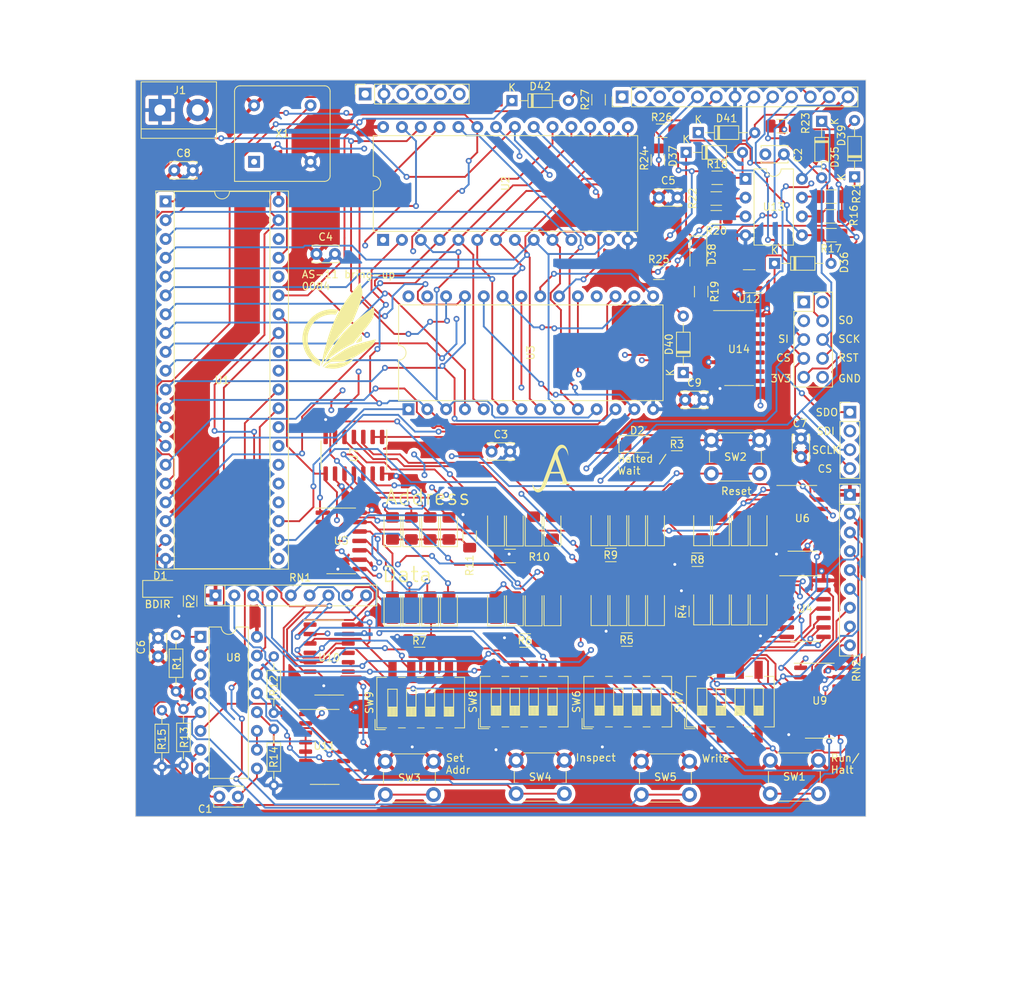
<source format=kicad_pcb>
(kicad_pcb (version 20221018) (generator pcbnew)
  (layers (0 "F.Cu" signal) (1 "In1.Cu" signal) (2 "In2.Cu" signal) (31 "B.Cu" signal) (34 "B.Paste" user) (35 "F.Paste" user) (36 "B.SilkS" user "B.Silkscreen") (37 "F.SilkS" user "F.Silkscreen") (38 "B.Mask" user) (39 "F.Mask" user) (44 "Edge.Cuts" user))
  (net 0 "")
  (net 1 "Net-(U8-OSC_out)")
  (net 2 "Net-(U8-OSC_in)")
  (net 3 "+3V3")
  (net 4 "GND")
  (net 5 "+5V")
  (net 6 "Net-(D1-K)")
  (net 7 "Net-(D1-A)")
  (net 8 "Net-(D2-K)")
  (net 9 "Net-(D2-A)")
  (net 10 "Net-(D3-K)")
  (net 11 "Net-(D3-A)")
  (net 12 "Net-(D4-A)")
  (net 13 "Net-(D5-A)")
  (net 14 "Net-(D6-A)")
  (net 15 "Net-(D10-K)")
  (net 16 "Net-(D7-A)")
  (net 17 "Net-(D8-A)")
  (net 18 "Net-(D9-A)")
  (net 19 "Net-(D10-A)")
  (net 20 "Net-(D11-K)")
  (net 21 "Net-(D11-A)")
  (net 22 "Net-(D12-A)")
  (net 23 "Net-(D13-K)")
  (net 24 "Net-(D13-A)")
  (net 25 "Net-(D14-A)")
  (net 26 "Net-(D15-A)")
  (net 27 "Net-(D16-A)")
  (net 28 "Net-(D17-A)")
  (net 29 "Net-(D18-A)")
  (net 30 "Net-(D19-K)")
  (net 31 "Net-(D19-A)")
  (net 32 "Net-(D20-A)")
  (net 33 "Net-(D21-K)")
  (net 34 "Net-(D21-A)")
  (net 35 "Net-(D22-A)")
  (net 36 "Net-(D23-K)")
  (net 37 "Net-(D23-A)")
  (net 38 "Net-(D24-A)")
  (net 39 "Net-(D25-K)")
  (net 40 "Net-(D25-A)")
  (net 41 "Net-(D26-A)")
  (net 42 "Net-(D27-A)")
  (net 43 "Net-(D28-A)")
  (net 44 "Net-(D29-A)")
  (net 45 "Net-(D30-A)")
  (net 46 "Net-(D31-A)")
  (net 47 "Net-(D32-A)")
  (net 48 "Net-(D33-A)")
  (net 49 "Net-(D34-A)")
  (net 50 "SCLK")
  (net 51 "Net-(D35-A)")
  (net 52 "SDO")
  (net 53 "Net-(D36-A)")
  (net 54 "PA3")
  (net 55 "Net-(D37-A)")
  (net 56 "Net-(D38-A)")
  (net 58 "RXD")
  (net 59 "TXD")
  (net 65 "Net-(J3-Pin_4)")
  (net 66 "PA2")
  (net 67 "~{RSTD}")
  (net 68 "Net-(U8-A_in)")
  (net 69 "Net-(U8-B_in)")
  (net 70 "Net-(U8-C_in)")
  (net 71 "Net-(U8-D_in)")
  (net 72 "Net-(U8-E_in)")
  (net 73 "Net-(RN1-R1)")
  (net 74 "Net-(RN1-R2)")
  (net 75 "Net-(RN1-R3)")
  (net 76 "Net-(RN1-R4)")
  (net 77 "Net-(RN1-R5)")
  (net 78 "Net-(RN1-R6)")
  (net 79 "Net-(RN1-R7)")
  (net 80 "Net-(RN1-R8)")
  (net 81 "Net-(RN2-R1)")
  (net 82 "Net-(RN2-R2)")
  (net 83 "Net-(RN2-R3)")
  (net 84 "Net-(RN2-R4)")
  (net 85 "Net-(RN2-R5)")
  (net 86 "Net-(RN2-R6)")
  (net 87 "Net-(RN2-R7)")
  (net 88 "Net-(RN2-R8)")
  (net 89 "DB0")
  (net 90 "DB1")
  (net 91 "DB2")
  (net 92 "DB3")
  (net 93 "DB4")
  (net 94 "DB5")
  (net 95 "DB6")
  (net 96 "DB7")
  (net 97 "DB8")
  (net 98 "DB9")
  (net 99 "DB10")
  (net 100 "DB11")
  (net 101 "DB12")
  (net 102 "DB13")
  (net 103 "DB14")
  (net 104 "DB15")
  (net 105 "ALE")
  (net 106 "~{OE}")
  (net 107 "~{WE}")
  (net 108 "SDI")
  (net 109 "PA0")
  (net 110 "PA1")
  (net 111 "IRQ7")
  (net 112 "PA5")
  (net 113 "PA6")
  (net 115 "Net-(U1-XCLK)")
  (net 117 "INSPECT")
  (net 118 "WRITE")
  (net 119 "Net-(U8-E_out)")
  (net 120 "SET_ADDR")
  (net 122 "Net-(U10-Q7)")
  (net 124 "Net-(U10-DS)")
  (net 128 "Net-(U13-~{WP})")
  (net 129 "Net-(U13-~{HOLD})")
  (net 130 "Net-(D37-K)")
  (net 131 "Net-(D39-K)")
  (net 132 "Net-(D40-K)")
  (net 133 "Net-(D40-A)")
  (net 134 "Net-(D41-A)")
  (net 135 "Net-(D42-A)")
  (net 136 "Net-(J3-Pin_7)")
  (net 141 "Net-(J4-Pin_5)")
  (footprint "LED_SMD:LED_1206_3216Metric_Pad1.42x1.75mm_HandSolder" (layer "F.Cu") (at 96.393 133.8215 90)
    (fp_text reference "D31" hide)
    (fp_text value "LED")
  )
  (footprint "Package_DIP:DIP-8_W7.62mm" (layer "F.Cu") (at 138.948 86.624)
    (fp_text reference "U13")
    (fp_text value "W25Q32")
  )
  (footprint "TerminalBlock:TerminalBlock_bornier-2_P5.08mm" (layer "F.Cu") (at 59.944 77.343)
    (fp_text reference "J1")
    (fp_text value "Screw_Terminal_01x02")
  )
  (footprint "Diode_THT:D_DO-34_SOD68_P7.62mm_Horizontal" (layer "F.Cu") (at 107.437 76.073)
    (fp_text reference "D42")
    (fp_text value "1N4148")
  )
  (footprint "Resistor_THT:R_Axial_DIN0204_L3.6mm_D1.6mm_P7.62mm_Horizontal" (layer "F.Cu") (at 62.103 155.829 90)
    (fp_text reference "R1")
    (fp_text value "10K")
  )
  (footprint "Resistor_THT:R_Array_SIP9" (layer "F.Cu") (at 153.035 129.286 -90)
    (fp_text reference "RN2")
    (fp_text value "R_Network08")
  )
  (footprint "LED_SMD:LED_1206_3216Metric_Pad1.42x1.75mm_HandSolder" (layer "F.Cu") (at 133.096 144.386 90)
    (fp_text reference "D6" hide)
    (fp_text value "LED")
  )
  (footprint "LED_SMD:LED_1206_3216Metric_Pad1.42x1.75mm_HandSolder" (layer "F.Cu") (at 60.071 141.986)
    (fp_text reference "D1")
    (fp_text value "LED")
  )
  (footprint "Package_DIP:DIP-16_W7.62mm" (layer "F.Cu") (at 65.405 148.463)
    (fp_text reference "U8")
    (fp_text value "MC14490")
  )
  (footprint "LED_SMD:LED_1206_3216Metric_Pad1.42x1.75mm_HandSolder" (layer "F.Cu") (at 91.313 144.513 90)
    (fp_text reference "D17" hide)
    (fp_text value "LED")
  )
  (footprint "Connector_PinHeader_2.54mm:PinHeader_1x13_P2.54mm_Vertical" (layer "F.Cu") (at 122.301 75.565 90)
    (fp_text reference "J4" hide)
    (fp_text value "Conn_01x13" hide)
  )
  (footprint "LED_SMD:LED_1206_3216Metric_Pad1.42x1.75mm_HandSolder" (layer "F.Cu") (at 96.393 144.513 90)
    (fp_text reference "D16" hide)
    (fp_text value "LED")
  )
  (footprint "Resistor_THT:R_Axial_DIN0204_L3.6mm_D1.6mm_P7.62mm_Horizontal" (layer "F.Cu") (at 60.198 158.369 -90)
    (fp_text reference "R15")
    (fp_text value "10K")
  )
  (footprint "LED_SMD:LED_1206_3216Metric_Pad1.42x1.75mm_HandSolder" (layer "F.Cu") (at 110.363 133.731 90)
    (fp_text reference "D34" hide)
    (fp_text value "LED")
  )
  (footprint "Oscillator:Oscillator_DIP-8" (layer "F.Cu") (at 72.644 84.328)
    (fp_text reference "X1")
    (fp_text value "CXO_DIP8")
  )
  (footprint "Resistor_SMD:R_1206_3216Metric_Pad1.30x1.75mm_HandSolder" (layer "F.Cu") (at 127.254 99.314)
    (fp_text reference "R25")
    (fp_text value "1K")
  )
  (footprint "Button_Switch_SMD:SW_DIP_SPSTx04_Slide_6.7x11.72mm_W8.61mm_P2.54mm_LowProfile" (layer "F.Cu") (at 123.063 157.213 90)
    (fp_text reference "SW6")
    (fp_text value "SW_DIP_x04")
  )
  (footprint "LED_SMD:LED_1206_3216Metric_Pad1.42x1.75mm_HandSolder" (layer "F.Cu") (at 132.588 96.8105 -90)
    (fp_text reference "D38")
    (fp_text value "LED")
  )
  (footprint "LED_SMD:LED_1206_3216Metric_Pad1.42x1.75mm_HandSolder" (layer "F.Cu") (at 105.285155 133.730432 90)
    (fp_text reference "D30" hide)
    (fp_text value "LED")
  )
  (footprint "own:icon" (layer "F.Cu") (at 84.074 106.426)
    (fp_text reference "G***" hide)
    (fp_text value "LOGO" hide)
  )
  (footprint "LED_SMD:LED_1206_3216Metric_Pad1.42x1.75mm_HandSolder" (layer "F.Cu") (at 140.716 133.6945 90)
    (fp_text reference "D19" hide)
    (fp_text value "LED")
  )
  (footprint "LED_SMD:LED_1206_3216Metric_Pad1.42x1.75mm_HandSolder" (layer "F.Cu") (at 135.636 144.386 90)
    (fp_text reference "D5" hide)
    (fp_text value "LED")
  )
  (footprint "Capacitor_THT:C_Disc_D3.8mm_W2.6mm_P2.50mm" (layer "F.Cu") (at 70.455 170.038 180)
    (fp_text reference "C1")
    (fp_text value "2.2nF")
  )
  (footprint "Resistor_SMD:R_1206_3216Metric_Pad1.30x1.75mm_HandSolder" (layer "F.Cu") (at 127.635 80.137)
    (fp_text reference "R26")
    (fp_text value "1K")
  )
  (footprint "Resistor_SMD:R_1206_3216Metric_Pad1.30x1.75mm_HandSolder" (layer "F.Cu") (at 129.667 122.428 180)
    (fp_text reference "R3")
    (fp_text value "1K")
  )
  (footprint "LED_SMD:LED_1206_3216Metric_Pad1.42x1.75mm_HandSolder" (layer "F.Cu") (at 138.176399 144.391984 90)
    (fp_text reference "D4" hide)
    (fp_text value "LED")
  )
  (footprint "LED_SMD:LED_1206_3216Metric_Pad1.42x1.75mm_HandSolder" (layer "F.Cu") (at 98.933 144.513 90)
    (fp_text reference "D13" hide)
    (fp_text value "LED")
  )
  (footprint "Resistor_SMD:R_1206_3216Metric_Pad1.30x1.75mm_HandSolder" (layer "F.Cu") (at 132.461 138.049)
    (fp_text reference "R8")
    (fp_text value "1K")
  )
  (footprint "Button_Switch_SMD:SW_DIP_SPSTx04_Slide_6.7x11.72mm_W8.61mm_P2.54mm_LowProfile" (layer "F.Cu") (at 109.093 157.213 90)
    (fp_text reference "SW8")
    (fp_text value "SW_DIP_x04")
  )
  (footprint "Package_TO_SOT_SMD:SOT-23-5" (layer "F.Cu") (at 139.446 100.457 180)
    (fp_text reference "U12")
    (fp_text value "SN74LV1T34DCK")
  )
  (footprint "Package_DIP:DIP-28_W15.24mm" (layer "F.Cu") (at 93.472 117.729 90)
    (fp_text reference "U3")
    (fp_text value "FM18W08-SG")
  )
  (footprint "Resistor_SMD:R_1206_3216Metric_Pad1.30x1.75mm_HandSolder" (layer "F.Cu") (at 150.394 91.694 180)
    (fp_text reference "R16")
    (fp_text value "1K")
  )
  (footprint "Capacitor_THT:C_Disc_D3.4mm_W2.1mm_P2.50mm" (layer "F.Cu") (at 81.046 96.774)
    (fp_text reference "C4")
    (fp_text value "100nF")
  )
  (footprint "Diode_THT:D_DO-34_SOD68_P7.62mm_Horizontal" (layer "F.Cu") (at 153.67 86.365 90)
    (fp_text reference "D39")
    (fp_text value "1N4148")
  )
  (footprint "Resistor_SMD:R_1206_3216Metric_Pad1.30x1.75mm_HandSolder" (layer "F.Cu") (at 120.777 137.414)
    (fp_text reference "R9")
    (fp_text value "1K")
  )
  (footprint "LED_SMD:LED_1206_3216Metric_Pad1.42x1.75mm_HandSolder" (layer "F.Cu") (at 107.823 144.513 90)
    (fp_text reference "D12" hide)
    (fp_text value "LED")
  )
  (footprint "Button_Switch_SMD:SW_DIP_SPSTx04_Slide_6.7x11.72mm_W8.61mm_P2.54mm_LowProfile" (layer "F.Cu") (at 95.123 157.34 90)
    (fp_text reference "SW9")
    (fp_text value "SW_DIP_x04")
  )
  (footprint "Package_SO:SO-16_3.9x9.9mm_P1.27mm" (layer "F.Cu") (at 138.084 109.474)
    (fp_text reference "U14")
    (fp_text value "74HC138")
  )
  (footprint "Resistor_SMD:R_1206_3216Metric_Pad1.30x1.75mm_HandSolder" (layer "F.Cu") (at 135.001 91.821 180)
    (fp_text reference "R20")
    (fp_text value "1K")
  )
  (footprint "Resistor_SMD:R_1206_3216Metric_Pad1.30x1.75mm_HandSolder" (layer "F.Cu") (at 135.001 89.281 180)
    (fp_text reference "R22")
    (fp_text value "10K")
  )
  (footprint "LED_SMD:LED_1206_3216Metric_Pad1.42x1.75mm_HandSolder" (layer "F.Cu") (at 135.628711 133.692775 90)
    (fp_text reference "D20" hide)
    (fp_text value "LED")
  )
  (footprint "LED_SMD:LED_1206_3216Metric_Pad1.42x1.75mm_HandSolder" (layer "F.Cu") (at 105.283 144.513 90)
    (fp_text reference "D15" hide)
    (fp_text value "LED")
  )
  (footprint "Resistor_SMD:R_1206_3216Metric_Pad1.30x1.75mm_HandSolder" (layer "F.Cu") (at 119.126 75.946 90)
    (fp_text reference "R27")
    (fp_text value "1K")
  )
  (footprint "Button_Switch_THT:SW_PUSH_6mm" (layer "F.Cu") (at 90.349 165.263)
    (fp_text reference "SW3")
    (fp_text value "SW_Push")
  )
  (footprint "Diode_THT:D_DO-34_SOD68_P7.62mm_Horizontal" (layer "F.Cu") (at 149.225 78.867 -90)
    (fp_text reference "D35")
    (fp_text value "1N4148")
  )
  (footprint "LED_SMD:LED_1206_3216Metric_Pad1.42x1.75mm_HandSolder" (layer "F.Cu") (at 124.333 122.428)
    (fp_text reference "D2")
    (fp_text value "LED")
  )
  (footprint "Button_Switch_THT:SW_PUSH_6mm" (layer "F.Cu") (at 142.292 165.136)
    (fp_text reference "SW1")
    (fp_text value "SW_Push")
  )
  (footprint "LED_SMD:LED_1206_3216Metric_Pad1.42x1.75mm_HandSolder" (layer "F.Cu") (at 126.873 144.4765 90)
    (fp_text reference "D7" hide)
    (fp_text value "LED")
  )
  (footprint "Capacitor_THT:C_Disc_D3.4mm_W2.1mm_P2.50mm" (layer "F.Cu") (at 127.274 89.154)
    (fp_text reference "C5")
    (fp_text value "100nF")
  )
  (footprint "LED_SMD:LED_1206_3216Metric_Pad1.42x1.75mm_HandSolder" (layer "F.Cu") (at 107.823 133.731 90)
    (fp_text reference "D24" hide)
    (fp_text value "LED")
  )
  (footprint "Package_SO:SO-16_3.9x9.9mm_P1.27mm" (layer "F.Cu") (at 82.769 151.257)
    (fp_text reference "U10")
    (fp_text value "74HC165")
  )
  (footprint "Resistor_SMD:R_1206_3216Metric_Pad1.30x1.75mm_HandSolder" (layer "F.Cu") (at 130.429 145.021 -90)
    (fp_text reference "R4")
    (fp_text value "1K")
  )
  (footprint "Resistor_SMD:R_1206_3216Metric_Pad1.30x1.75mm_HandSolder" (layer "F.Cu") (at 64.008 143.637 -90)
    (fp_text reference "R2")
    (fp_text value "1K")
  )
  (footprint "Package_SO:SO-14_3.9x8.65mm_P1.27mm" (layer "F.Cu") (at 84.393 135.509)
    (fp_text reference "U5")
    (fp_text value "74HC164")
  )
  (footprint "Package_DIP:DIP-40_W15.24mm_Socket" (layer "F.Cu") (at 60.701 89.667)
    (fp_text reference "U1")
    (fp_text value "gfmpw1-multi")
  )
  (footprint "Package_SO:SO-16_3.9x9.9mm_P1.27mm" (layer "F.Cu") (at 148.971 157.086)
    (fp_text reference "U9")
    (fp_text value "74HC165")
  )
  (footprint "LED_SMD:LED_1206_3216Metric_Pad1.42x1.75mm_HandSolder" (layer "F.Cu") (at 138.176 133.6945 90)
    (fp_text reference "D33" hide)
    (fp_text value "LED")
  )
  (footprint "Connector_PinHeader_2.54mm:PinHeader_2x05_P2.54mm_Vertical" (layer "F.Cu") (at 146.812 103.251)
    (fp_text reference "J3" hide)
    (fp_text value "Conn_02x05_Counter_Clockwise")
  )
  (footprint "Diode_THT:D_DO-34_SOD68_P7.62mm_Horizontal" (layer "F.Cu") (at 130.556 112.781 90)
    (fp_text reference "D40")
    (fp_text value "1N4148")
  )
  (footprint "Resistor_SMD:R_1206_3216Metric_Pad1.30x1.75mm_HandSolder" (layer "F.Cu") (at 107.188 137.541)
    (fp_text reference "R10")
    (fp_text value "1K")
  )
  (footprint "Resistor_THT:R_Axial_DIN0204_L3.6mm_D1.6mm_P7.62mm_Horizontal" (layer "F.Cu") (at 75.301 160.894 -90)
    (fp_text reference "R14")
    (fp_text value "10K")
  )
  (footprint "Capacitor_THT:C_Disc_D3.4mm_W2.1mm_P2.50mm" (layer "F.Cu") (at 144.125 83.312 180)
    (fp_text reference "C2")
    (fp_text value "100nF")
  )
  (footprint "Resistor_SMD:R_1206_3216Metric_Pad1.30x1.75mm_HandSolder" (layer "F.Cu") (at 109.22 148.958)
    (fp_text reference "R6")
    (fp_text value "1K")
  )
  (footprint "LED_SMD:LED_1206_3216Metric_Pad1.42x1.75mm_HandSolder" (layer "F.Cu") (at 119.253 133.6945 90)
    (fp_text reference "D29" hide)
    (fp_text value "LED")
  )
  (footprint "Button_Switch_THT:SW_PUSH_6mm" (layer "F.Cu") (at 124.893 165.263)
    (fp_text reference "SW5")
    (fp_text value "SW_Push")
  )
  (footprint "Button_Switch_SMD:SW_DIP_SPSTx04_Slide_6.7x11.72mm_W8.61mm_P2.54mm_LowProfile" (layer "F.Cu") (at 136.906 157.213 90)
    (fp_text reference "SW7")
    (fp_text value "SW_DIP_x04")
  )
  (footprint "LED_SMD:LED_1206_3216Metric_Pad1.42x1.75mm_HandSolder" (layer "F.Cu") (at 133.096 133.6945 90)
    (fp_text reference "D27" hide)
    (fp_text value "LED")
  )
  (footprint "LED_SMD:LED_1206_3216Metric_Pad1.42x1.75mm_HandSolder" (layer "F.Cu") (at 110.363 144.513 90)
    (fp_text reference "D18" hide)
    (fp_text value "LED")
  )
  (footprint "Resistor_SMD:R_1206_3216Metric_Pad1.30x1.75mm_HandSolder" (layer "F.Cu") (at 127.127 84.074 90)
    (fp_text reference "R24")
    (fp_text value "1K")
  )
  (footprint "Resistor_THT:R_Array_SIP9" (layer "F.Cu") (at 67.437 142.875)
    (fp_text reference "RN1")
    (fp_text value "R_Network08")
  )
  (footprint "Resistor_SMD:R_1206_3216Metric_Pad1.30x1.75mm_HandSolder" (layer "F.Cu") (at 150.495 89.027)
    (fp_text reference "R21")
    (fp_text value "1K")
  )
  (footprint "Resistor_SMD:R_1206_3216Metric_Pad1.30x1.75mm_HandSolder" (layer "F.Cu") (at 132.969 101.854 -90)
    (fp_text reference "R19")
    (fp_text value "1K")
  )
  (footprint "Resistor_THT:R_Axial_DIN0204_L3.6mm_D1.6mm_P7.62mm_Horizontal" (layer "F.Cu") (at 75.301 151.115 -90)
    (fp_text reference "R12")
    (fp_text value "10K")
  )
  (footprint "Capacitor_THT:C_Disc_D3.4mm_W2.1mm_P2.50mm" (layer "F.Cu") (at 130.81 116.459)
    (fp_text reference "C9")
    (fp_text value "100nF")
  )
  (footprint "LED_SMD:LED_1206_3216Metric_Pad1.42x1.75mm_HandSolder" (layer "F.Cu") (at 112.903 133.731 90)
    (fp_text reference "D23" hide)
    (fp_text value "LED")
  )
  (footprint "Resistor_THT:R_Axial_DIN0204_L3.6mm_D1.6mm_P7.62mm_Horizontal" (layer "F.Cu") (at 63.109 158.227 -90)
    (fp_text reference "R13")
    (fp_text value "10K")
  )
  (footprint "Package_SO:SO-14_3.9x8.65mm_P1.27mm" (layer "F.Cu") (at 86.106 123.952 -90)
    (fp_text reference "U7")
    (fp_text value "74HC164")
  )
  (footprint "LED_SMD:LED_1206_3216Metric_Pad1.42x1.75mm_HandSolder" (layer "F.Cu") (at 93.857106 133.822353 90)
    (fp_text reference "D26" hide)
    (fp_text value "LED")
  )
  (footprint "LED_SMD:LED_1206_3216Metric_Pad1.42x1.75mm_HandSolder" (layer "F.Cu") (at 93.853 144.513 90)
    (fp_text reference "D14" hide)
    (fp_text value "LED")
  )
  (footprint "Resistor_SMD:R_1206_3216Metric_Pad1.30x1.75mm_HandSolder" (layer "F.Cu") (at 143.891 79.502)
    (fp_text reference "R23")
    (fp_text value "10K")
  )
  (footprint "LED_SMD:LED_1206_3216Metric_Pad1.42x1.75mm_HandSolder" (layer "F.Cu") (at 119.253 144.4765 90)
    (fp_text reference "D10" hide)
    (fp_text value "LED")
  )
  (footprint "Connector_PinHeader_2.54mm:PinHeader_1x04_P2.54mm_Vertical" (layer "F.Cu") (at 153.035 118.12)
    (fp_text reference "J5" hide)
    (fp_text value "Conn_01x04" hide)
  )
  (footprint "Package_SO:SO-14_3.9x8.65mm_P1.27mm" (layer "F.Cu") (at 146.62 132.461)
    (fp_text reference "U6")
    (fp_text value "74HC164")
  )
  (footprint "Resistor_SMD:R_1206_3216Metric_Pad1.30x1.75mm_HandSolder" (layer "F.Cu") (at 150.495 94.234 180)
    (fp_text reference "R17")
    (fp_text value "1K")
  )
  (footprint "Package_SO:SO-16_3.9x9.9mm_P1.27mm" (layer "F.Cu") (at 82.169 163.322)
    (fp_text reference "U11")
    (fp_text value "74HC165")
  )
  (footprint "LED_SMD:LED_1206_3216Metric_Pad1.42x1.75mm_HandSolder" (layer "F.Cu") (at 126.873 133.6945 90)
    (fp_text reference "D21" hide)
    (fp_text value "LED")
  )
  (footprint "Diode_THT:D_DO-34_SOD68_P7.62mm_Horizontal" (layer "F.Cu") (at 132.583 80.391)
    (fp_text reference "D41")
    (fp_text value "1N4148")
  )
  (footprint "Button_Switch_THT:SW_PUSH_6mm" (layer "F.Cu") (at 134.343 121.92)
    (fp_text reference "SW2")
    (fp_text value "SW_Push")
  )
  (footprint "Diode_THT:D_DO-34_SOD68_P7.62mm_Horizontal" (layer "F.Cu") (at 130.932 83.058)
    (fp_text reference "D37")
    (fp_text value "1N4148")
  )
  (footprint "Resistor_SMD:R_1206_3216Metric_Pad1.30x1.75mm_HandSolder" (layer "F.Cu") (at 94.97 148.958)
    (fp_text reference "R7")
    (fp_text value "1K")
  )
  (footprint "Resistor_SMD:R_1206_3216Metric_Pad1.30x1.75mm_HandSolder" (layer "F.Cu") (at 135.128 86.487)
    (fp_text reference "R18")
    (fp_text value "1K")
  )
  (footprint "LED_SMD:LED_1206_3216Metric_Pad1.42x1.75mm_HandSolder" (layer "F.Cu") (at 124.334019 144.474723 90)
    (fp_text reference "D8" hide)
    (fp_text value "LED")
  )
  (footprint "Capacitor_THT:C_Disc_D3.4mm_W2.1mm_P2.50mm" (layer "F.Cu") (at 146.431 124.186 90)
    (fp_text reference "C7")
    (fp_text value "100nF")
  )
  (footprint "TholinsStuff:AvalonSemiLogo" (layer "F.Cu") (at 112.903 125.73)
    (fp_text reference "G***" hide)
    (fp_text value "LOGO" hide)
  )
  (footprint "Connector_PinSocket_2.54mm:PinSocket_1x06_P2.54mm_Vertical" (layer "F.Cu") (at 87.63 75.184 90)
    (fp_text reference "J2" hide)
    (fp_text value "Conn_01x06" hide)
  )
  (footprint "LED_SMD:LED_1206_3216Metric_Pad1.42x1.75mm_HandSolder" (layer "F.Cu") (at 140.716 144.386 90)
    (fp_text reference "D3" hide)
    (fp_text value "LED")
  )
  (footprint "Capacitor_THT:C_Disc_D3.4mm_W2.1mm_P2.50mm" (layer "F.Cu") (at 104.688 123.444)
    (fp_text reference "C3")
    (fp_text value "100nF")
  )
  (footprint "Resistor_SMD:R_1206_3216Metric_Pad1.30x1.75mm_HandSolder" (layer "F.Cu") (at 122.936 148.831)
    (fp_text reference "R5")
    (fp_text value "1K")
  )
  (footprint "Package_SO:SO-14_3.9x8.65mm_P1.27mm" (layer "F.Cu") (at 147.001 144.653)
    (fp_text reference "U4")
    (fp_text value "74HC164")
  )
  (footprint "Diode_THT:D_DO-34_SOD68_P7.62mm_Horizontal" (layer "F.Cu") (at 142.87 98.044)
    (fp_text reference "D36")
    (fp_text value "1N4148")
  )
  (footprint "LED_SMD:LED_1206_3216Metric_Pad1.42x1.75mm_HandSolder" (layer "F.Cu") (at 124.333 133.6945 90)
    (fp_text reference "D28" hide)
    (fp_text value "LED")
  )
  (footprint "Resistor_SMD:R_1206_3216Metric_Pad1.30x1.75mm_HandSolder" (layer "F.Cu") (at 101.727 134.874 -90)
    (fp_text reference "R11")
    (fp_text value "1K")
  )
  (footprint "LED_SMD:LED_1206_3216Metric_Pad1.42x1.75mm_HandSolder" (layer "F.Cu") (at 98.933 133.8215 90)
    (fp_text reference "D25" hide)
    (fp_text value "LED")
  )
  (footprint "LED_SMD:LED_1206_3216Metric_Pad1.42x1.75mm_HandSolder" (layer "F.Cu") (at 91.313 133.8215 90)
    (fp_text reference "D32" hide)
    (fp_text value "LED")
  )
  (footprint "Capacitor_THT:C_Disc_D3.4mm_W2.1mm_P2.50mm" (layer "F.Cu") (at 59.69 151.11 90)
    (fp_text reference "C6")
    (fp_text value "100nF")
  )
  (footprint "Button_Switch_THT:SW_PUSH_6mm" (layer "F.Cu") (at 108.002 165.136)
    (fp_text reference "SW4")
    (fp_text value "SW_Push")
  )
  (footprint "LED_SMD:LED_1206_3216Metric_Pad1.42x1.75mm_HandSolder" (layer "F.Cu") (at 112.901119 144.495091 90)
    (fp_text reference "D11" hide)
    (fp_text value "LED")
  )
  (footprint "LED_SMD:LED_1206_3216Metric_Pad1.42x1.75mm_HandSolder" (layer "F.Cu") (at 121.793 144.4765 90)
    (fp_text reference "D9" hide)
    (fp_text value "LED")
  )
  (footprint "LED_SMD:LED_1206_3216Metric_Pad1.42x1.75mm_HandSolder" (layer "F.Cu") (at 121.793 133.6945 90)
    (fp_text reference "D22" hide)
    (fp_text value "LED")
  )
  (footprint "Package_DIP:DIP-28_W15.24mm" (layer "F.Cu") (at 90.053 94.874 90)
    (fp_text reference "U2")
    (fp_text value "FM18W08-SG")
  )
  (footprint "Capacitor_THT:C_Disc_D3.4mm_W2.1mm_P2.50mm" (layer "F.Cu") (at 61.869 85.471)
    (fp_text reference "C8")
    (fp_text value "100nF")
  )
  (gr_rect (start 56.642 73.279) (end 155.194 172.72) (stroke (width 0.1)) (fill none) (layer "Edge.Cuts"))
  (gr_text "Run/\nHalt" (at 150.368 167.005) (layer "F.SilkS") (effects (font (size 1 1)) (justify left bottom)))
  (gr_text "AS-11 bring-up\n0084" (at 78.994 101.727) (layer "F.SilkS") (effects (font (size 1 1)) (justify left bottom)))
  (gr_text "SDI" (at 148.463 121.285) (layer "F.SilkS") (effects (font (size 1 1)) (justify left bottom)))
  (gr_text "Address" (at 90.17 130.81) (layer "F.SilkS") (effects (font (size 2 2) (thickness 0.2)) (justify left bottom)))
  (gr_text "3V3" (at 142.24 114.173) (layer "F.SilkS") (effects (font (size 1 1)) (justify left bottom)))
  (gr_text "Reset" (at 135.561 129.377) (layer "F.SilkS") (effects (font (size 1 1)) (justify left bottom)))
  (gr_text "Halted /\nWait" (at 121.5755 126.619) (layer "F.SilkS") (effects (font (size 1 1)) (justify left bottom)))
  (gr_text "CS" (at 143.002 111.379) (layer "F.SilkS") (effects (font (size 1 1)) (justify left bottom)))
  (gr_text "RST" (at 151.384 111.379) (layer "F.SilkS") (effects (font (size 1 1)) (justify left bottom)))
  (gr_text "SO" (at 151.384 106.299) (layer "F.SilkS") (effects (font (size 1 1)) (justify left bottom)))
  (gr_text "CS" (at 148.59 126.365) (layer "F.SilkS") (effects (font (size 1 1)) (justify left bottom)))
  (gr_text "GND" (at 151.384 114.173) (layer "F.SilkS") (effects (font (size 1 1)) (justify left bottom)))
  (gr_text "SI" (at 143.256 108.839) (layer "F.SilkS") (effects (font (size 1 1)) (justify left bottom)))
  (gr_text "SCK" (at 151.384 108.839) (layer "F.SilkS") (effects (font (size 1 1)) (justify left bottom)))
  (gr_text "SDO" (at 148.336 118.745) (layer "F.SilkS") (effects (font (size 1 1)) (justify left bottom)))
  (gr_text "Write" (at 132.969 165.481) (layer "F.SilkS") (effects (font (size 1 1)) (justify left bottom)))
  (gr_text "Inspect" (at 115.951 165.354) (layer "F.SilkS") (effects (font (size 1 1)) (justify left bottom)))
  (gr_text "Set\nAddr" (at 98.425 167.005) (layer "F.SilkS") (effects (font (size 1 1)) (justify left bottom)))
  (gr_text "Data" (at 89.789 141.224) (layer "F.SilkS") (effects (font (size 2 2) (thickness 0.2)) (justify left bottom)))
  (gr_text "SCLK" (at 147.828 123.825) (layer "F.SilkS") (effects (font (size 1 1)) (justify left bottom)))
  (gr_text "BDIR" (at 57.785 144.653) (layer "F.SilkS") (effects (font (size 1 1)) (justify left bottom)))
  (segment (start 73.025 166.243) (end 73.025 167.468) (width 0.25) (layer "F.Cu") (net 1))
  (segment (start 73.025 167.468) (end 70.455 170.038) (width 0.25) (layer "F.Cu") (net 1))
  (segment (start 64.28 164.828) (end 65.405 163.703) (width 0.25) (layer "F.Cu") (net 2))
  (segment (start 67.955 170.038) (end 66.82363 170.038) (width 0.25) (layer "F.Cu") (net 2))
  (segment (start 64.28 167.49437) (end 64.28 164.828) (width 0.25) (layer "F.Cu") (net 2))
  (segment (start 66.82363 170.038) (end 64.28 167.49437) (width 0.25) (layer "F.Cu") (net 2))
  (segment (start 133.451 89.281) (end 132.603 89.281) (width 0.25) (layer "F.Cu") (net 3))
  (segment (start 152.045 89.027) (end 152.045 87.91) (width 0.25) (layer "F.Cu") (net 3))
  (segment (start 151.944 89.128) (end 152.045 89.027) (width 0.25) (layer "F.Cu") (net 3))
  (segment (start 60.701 89.667) (end 61.763991 89.667) (width 0.25) (layer "F.Cu") (net 3))
  (segment (start 129.857 83.259) (end 129.857 85.407) (width 0.25) (layer "F.Cu") (net 3))
  (segment (start 133.451 91.821) (end 132.476 90.846) (width 0.25) (layer "F.Cu") (net 3))
  (segment (start 151.511 86.995) (end 151.511 87.376) (width 0.25) (layer "F.Cu") (net 3))
  (segment (start 152.045 87.91) (end 151.511 87.376) (width 0.25) (layer "F.Cu") (net 3))
  (segment (start 139.573 84.455) (end 142.982 84.455) (width 0.25) (layer "F.Cu") (net 3))
  (segment (start 123.444 77.496) (end 126.085 80.137) (width 0.25) (layer "F.Cu") (net 3))
  (segment (start 151.892 97.155) (end 153.924 95.123) (width 0.25) (layer "F.Cu") (net 3))
  (segment (start 129.857 85.407) (end 129.921 85.471) (width 0.25) (layer "F.Cu") (net 3))
  (segment (start 125.704 99.314) (end 125.704 97.308) (width 0.25) (layer "F.Cu") (net 3))
  (segment (start 126.735 80.137) (end 129.857 83.259) (width 0.25) (layer "F.Cu") (net 3))
  (segment (start 138.939 81.916) (end 138.149 81.916) (width 0.25) (layer "F.Cu") (net 3))
  (segment (start 75.847991 75.583) (end 84.854 75.583) (width 0.25) (layer "F.Cu") (net 3))
  (segment (start 86.767 77.496) (end 119.126 77.496) (width 0.25) (layer "F.Cu") (net 3))
  (segment (start 127.482 78.74) (end 131.826 78.74) (width 0.25) (layer "F.Cu") (net 3))
  (segment (start 126.085 80.137) (end 127.482 78.74) (width 0.25) (layer "F.Cu") (net 3))
  (segment (start 132.476 90.846) (end 132.476 89.154) (width 0.25) (layer "F.Cu") (net 3))
  (segment (start 84.854 75.583) (end 86.767 77.496) (width 0.25) (layer "F.Cu") (net 3))
  (segment (start 150.019 112.236) (end 151.892 110.363) (width 0.25) (layer "F.Cu") (net 3))
  (segment (start 125.831 99.187) (end 125.704 99.314) (width 0.25) (layer "F.Cu") (net 3))
  (segment (start 127.127 99.187) (end 125.831 99.187) (width 0.25) (layer "F.Cu") (net 3))
  (segment (start 139.627 82.604) (end 138.939 81.916) (width 0.25) (layer "F.Cu") (net 3))
  (segment (start 131.699 85.598) (end 132.689 85.598) (width 0.25) (layer "F.Cu") (net 3))
  (segment (start 132.476 87.589) (end 133.578 86.487) (width 0.25) (layer "F.Cu") (net 3))
  (segment (start 151.892 110.363) (end 151.892 97.155) (width 0.25) (layer "F.Cu") (net 3))
  (segment (start 153.924 94.488) (end 152.299 94.488) (width 0.25) (layer "F.Cu") (net 3))
  (segment (start 132.603 89.281) (end 132.476 89.154) (width 0.25) (layer "F.Cu") (net 3))
  (segment (start 133.451 91.821) (end 133.451 92.863) (width 0.25) (layer "F.Cu") (net 3))
  (segment (start 126.085 80.137) (end 126.735 80.137) (width 0.25) (layer "F.Cu") (net 3))
  (segment (start 139.573 84.455) (end 139.627 84.401) (width 0.25) (layer "F.Cu") (net 3))
  (segment (start 133.451 92.863) (end 132.715 93.599) (width 0.25) (layer "F.Cu") (net 3))
  (segment (start 149.479 84.963) (end 151.511 86.995) (width 0.25) (layer "F.Cu") (net 3))
  (segment (start 153.924 95.123) (end 153.924 94.488) (width 0.25) (layer "F.Cu") (net 3))
  (segment (start 125.704 97.308) (end 128.778 94.234) (width 0.25) (layer "F.Cu") (net 3))
  (segment (start 119.126 77.496) (end 123.444 77.496) (width 0.25) (layer "F.Cu") (net 3))
  (segment (start 147.987 112.236) (end 150.019 112.236) (width 0.25) (layer "F.Cu") (net 3))
  (segment (start 152.299 94.488) (end 152.045 94.234) (width 0.25) (layer "F.Cu") (net 3))
  (segment (start 142.982 84.455) (end 144.125 83.312) (width 0.25) (layer "F.Cu") (net 3))
  (segment (start 132.476 89.154) (end 132.476 87.589) (width 0.25) (layer "F.Cu") (net 3))
  (segment (start 132.689 85.598) (end 133.578 86.487) (width 0.25) (layer "F.Cu") (net 3))
  (segment (start 139.627 84.401) (end 139.627 82.604) (width 0.25) (layer "F.Cu") (net 3))
  (segment (start 131.826 78.74) (end 135.001 75.565) (width 0.25) (layer "F.Cu") (net 3))
  (segment (start 61.763991 89.667) (end 75.847991 75.583) (width 0.25) (layer "F.Cu") (net 3))
  (segment (start 146.812 113.411) (end 147.987 112.236) (width 0.25) (layer "F.Cu") (net 3))
  (segment (start 138.149 81.916) (end 133.578 86.487) (width 0.25) (layer "F.Cu") (net 3))
  (segment (start 151.944 91.694) (end 151.944 89.128) (width 0.25) (layer "F.Cu") (net 3))
  (via (at 149.479 84.963) (size 0.8) (drill 0.4) (layers "F.Cu" "B.Cu") (net 3))
  (via (at 129.921 85.471) (size 0.8) (drill 0.4) (layers "F.Cu" "B.Cu") (net 3))
  (via (at 139.573 84.455) (size 0.8) (drill 0.4) (layers "F.Cu" "B.Cu") (net 3))
  (via (at 127.127 99.187) (size 0.8) (drill 0.4) (layers "F.Cu" "B.Cu") (net 3))
  (via (at 153.924 94.488) (size 0.8) (drill 0.4) (layers "F.Cu" "B.Cu") (net 3))
  (via (at 128.778 94.234) (size 0.8) (drill 0.4) (layers "F.Cu" "B.Cu") (net 3))
  (via (at 151.511 87.376) (size 0.8) (drill 0.4) (layers "F.Cu" "B.Cu") (net 3))
  (via (at 132.715 93.599) (size 0.8) (drill 0.4) (layers "F.Cu" "B.Cu") (net 3))
  (via (at 131.699 85.598) (size 0.8) (drill 0.4) (layers "F.Cu" "B.Cu") (net 3))
  (segment (start 129.921 85.471) (end 131.572 85.471) (width 0.25) (layer "B.Cu") (net 3))
  (segment (start 151.511 92.075) (end 153.924 94.488) (width 0.25) (layer "B.Cu") (net 3))
  (segment (start 146.568 86.624) (end 148.229 84.963) (width 0.25) (layer "B.Cu") (net 3))
  (segment (start 139.128 76.518) (end 139.128 81.724) (width 0.25) (layer "B.Cu") (net 3))
  (segment (start 148.229 84.963) (end 149.479 84.963) (width 0.25) (layer "B.Cu") (net 3))
  (segment (start 144.125 83.312) (end 146.568 85.755) (width 0.25) (layer "B.Cu") (net 3))
  (segment (start 151.511 87.376) (end 151.511 92.075) (width 0.25) (layer "B.Cu") (net 3))
  (segment (start 131.572 85.471) (end 131.699 85.598) (width 0.25) (layer "B.Cu") (net 3))
  (segment (start 131.699 91.313) (end 131.699 85.598) (width 0.25) (layer "B.Cu") (net 3))
  (segment (start 132.715 93.599) (end 127.127 99.187) (width 0.25) (layer "B.Cu") (net 3))
  (segment (start 140.081 75.565) (end 139.128 76.518) (width 0.25) (layer "B.Cu") (net 3))
  (segment (start 139.827 84.201) (end 139.573 84.455) (width 0.25) (layer "B.Cu") (net 3))
  (segment (start 139.827 82.423) (end 139.827 84.201) (width 0.25) (layer "B.Cu") (net 3))
  (segment (start 146.568 85.755) (end 146.568 86.624) (width 0.25) (layer "B.Cu") (net 3))
  (segment (start 139.128 81.724) (end 139.827 82.423) (width 0.25) (layer "B.Cu") (net 3))
  (segment (start 128.778 94.234) (end 131.699 91.313) (width 0.25) (layer "B.Cu") (net 3))
  (segment (start 120.497 138.684) (end 129.413 138.684) (width 0.25) (layer "F.Cu") (net 4))
  (segment (start 80.899 165.657001) (end 80.468999 165.227) (width 0.25) (layer "F.Cu") (net 4))
  (segment (start 124.333 161.518) (end 121.793 161.518) (width 0.25) (layer "F.Cu") (net 4))
  (segment (start 144.784653 161.666347) (end 144.92 161.531) (width 0.25) (layer "F.Cu") (net 4))
  (segment (start 92.443 148.958) (end 91.948 148.463) (width 0.25) (layer "F.Cu") (net 4))
  (segment (start 138.948 97.8715) (end 138.948 94.244) (width 0.25) (layer "F.Cu") (net 4))
  (segment (start 106.794 148.958) (end 106.426 148.59) (width 0.25) (layer "F.Cu") (net 4))
  (segment (start 121.386 148.831) (end 121.272 148.831) (width 0.25) (layer "F.Cu") (net 4))
  (segment (start 81.918 139.319) (end 83.947 139.319) (width 0.25) (layer "F.Cu") (net 4))
  (segment (start 138.176 161.518) (end 135.636 161.518) (width 0.25) (layer "F.Cu") (net 4))
  (segment (start 134.343 121.92) (end 131.725 121.92) (width 0.25) (layer "F.Cu") (net 4))
  (segment (start 93.853 161.645) (end 91.313 161.645) (width 0.25) (layer "F.Cu") (net 4))
  (segment (start 84.744 166.497) (end 81.738999 166.497) (width 0.25) (layer "F.Cu") (net 4))
  (segment (start 80.194 155.702) (end 81.407 155.702) (width 0.25) (layer "F.Cu") (net 4))
  (segment (start 64.008 145.187) (end 62.966 145.187) (width 0.25) (layer "F.Cu") (net 4))
  (segment (start 140.5835 99.507) (end 138.948 97.8715) (width 0.25) (layer "F.Cu") (net 4))
  (segment (start 135.509 110.109) (end 136.383999 110.109) (width 0.25) (layer "F.Cu") (net 4))
  (segment (start 82.296 121.477) (end 82.296 119.126) (width 0.25) (layer "F.Cu") (net 4))
  (segment (start 96.393 161.645) (end 93.853 161.645) (width 0.25) (layer "F.Cu") (net 4))
  (segment (start 85.344 148.082) (end 87.376 148.082) (width 0.25) (layer "F.Cu") (net 4))
  (segment (start 93.42 148.958) (end 92.443 148.958) (width 0.25) (layer "F.Cu") (net 4))
  (segment (start 141.097 148.463) (end 140.97 148.336) (width 0.25) (layer "F.Cu") (net 4))
  (segment (start 133.096 161.518) (end 133.096 162.179) (width 0.25) (layer "F.Cu") (net 4))
  (segment (start 136.906 110.631001) (end 136.906 112.802908) (width 0.25) (layer "F.Cu") (net 4))
  (segment (start 130.429 142.367) (end 130.302 142.24) (width 0.25) (layer "F.Cu") (net 4))
  (segment (start 121.793 161.518) (end 119.253 161.518) (width 0.25) (layer "F.Cu") (net 4))
  (segment (start 130.911 138.049) (end 130.048 138.049) (width 0.25) (layer "F.Cu") (net 4))
  (segment (start 79.594 161.417) (end 79.594 162.687) (width 0.25) (layer "F.Cu") (net 4))
  (segment (start 107.67 148.958) (end 106.794 148.958) (width 0.25) (layer "F.Cu") (net 4))
  (segment (start 135.509 107.569) (end 135.509 108.839) (width 0.25) (layer "F.Cu") (net 4))
  (segment (start 119.227 137.414) (end 120.497 138.684) (width 0.25) (layer "F.Cu") (net 4))
  (segment (start 84.744 166.497) (end 87.63 166.497) (width 0.25) (layer "F.Cu") (net 4))
  (segment (start 79.594 163.957) (end 79.594 165.227) (width 0.25) (layer "F.Cu") (net 4))
  (segment (start 136.383999 110.109) (end 136.906 110.631001) (width 0.25) (layer "F.Cu") (net 4))
  (segment (start 151.546 153.911) (end 150 153.911) (width 0.25) (layer "F.Cu") (net 4))
  (segment (start 81.738999 166.497) (end 80.899 165.657001) (width 0.25) (layer "F.Cu") (net 4))
  (segment (start 98.933 161.645) (end 96.393 161.645) (width 0.25) (layer "F.Cu") (net 4))
  (segment (start 127.127 82.524) (end 125.45 82.524) (width 0.25) (layer "F.Cu") (net 4))
  (segment (start 112.903 161.518) (end 110.363 161.518) (width 0.25) (layer "F.Cu") (net 4))
  (segment (start 107.823 161.518) (end 105.283 161.518) (width 0.25) (layer "F.Cu") (net 4))
  (segment (start 125.45 82.524) (end 125.349 82.423) (width 0.25) (layer "F.Cu") (net 4))
  (segment (start 80.468999 167.767) (end 80.899 167.336999) (width 0.25) (layer "F.Cu") (net 4))
  (segment (start 80.899 167.336999) (end 80.899 165.657001) (width 0.25) (layer "F.Cu") (net 4))
  (segment (start 79.594 162.687) (end 79.594 163.957) (width 0.25) (layer "F.Cu") (net 4))
  (segment (start 80.468999 165.227) (end 79.594 165.227) (width 0.25) (layer "F.Cu") (net 4))
  (segment (start 135.636 161.518) (end 133.096 161.518) (width 0.25) (layer "F.Cu") (net 4))
  (segment (start 136.906 112.802908) (end 135.789908 113.919) (width 0.25) (layer "F.Cu") (net 4))
  (segment (start 135.789908 113.919) (end 135.509 113.919) (width 0.25) (layer "F.Cu") (net 4))
  (segment (start 106.807 137.541) (end 107.061 137.287) (width 0.25) (layer "F.Cu") (net 4))
  (segment (start 101.727 132.842) (end 100.838 131.953) (width 0.25) (layer "F.Cu") (net 4))
  (segment (start 144.92 161.531) (end 146.396 161.531) (width 0.25) (layer "F.Cu") (net 4))
  (segment (start 144.526 148.463) (end 141.097 148.463) (width 0.25) (layer "F.Cu") (net 4))
  (segment (start 130.048 138.049) (end 129.413 138.684) (width 0.25) (layer "F.Cu") (net 4))
  (segment (start 119.253 162.941) (end 119.634 163.322) (width 0.25) (layer "F.Cu") (net 4))
  (segment (start 140.843 121.92) (end 134.343 121.92) (width 0.25) (layer "F.Cu") (net 4))
  (segment (start 140.716 161.518) (end 138.176 161.518) (width 0.25) (layer "F.Cu") (net 4))
  (segment (start 105.283 161.518) (end 105.283 163.703) (width 0.25) (layer "F.Cu") (net 4))
  (segment (start 110.363 161.518) (end 107.823 161.518) (width 0.25) (layer "F.Cu") (net 4))
  (segment (start 130.429 143.471) (end 130.429 142.367) (width 0.25) (layer "F.Cu") (net 4))
  (segment (start 93.853 163.195) (end 93.98 163.322) (width 0.25) (layer "F.Cu") (net 4))
  (segment (start 81.407 155.702) (end 82.042 155.067) (width 0.25) (layer "F.Cu") (net 4))
  (segment (start 79.594 167.767) (end 80.468999 167.767) (width 0.25) (layer "F.Cu") (net 4))
  (segment (start 135.509 113.919) (end 135.509 114.935) (width 0.25) (layer "F.Cu") (net 4))
  (segment (start 62.966 145.187) (end 62.484 145.669) (width 0.25) (layer "F.Cu") (net 4))
  (segment (start 101.727 133.324) (end 101.727 132.842) (width 0.25) (layer "F.Cu") (net 4))
  (segment (start 131.725 121.92) (end 131.217 122.428) (width 0.25) (layer "F.Cu") (net 4))
  (segment (start 144.145 136.271) (end 143.129 137.287) (width 0.25) (layer "F.Cu") (net 4))
  (segment (start 87.376 148.082) (end 87.503 147.955) (width 0.25) (layer "F.Cu") (net 4))
  (segment (start 91.085 161.417) (end 91.313 161.645) (width 0.25) (layer "F.Cu") (net 4))
  (segment (start 84.744 161.417) (end 84.744 160.147) (width 0.25) (layer "F.Cu") (net 4))
  (segment (start 133.096 162.179) (end 134.366 163.449) (width 0.25) (layer "F.Cu") (net 4))
  (segment (start 126.873 161.518) (end 124.333 161.518) (width 0.25) (layer "F.Cu") (net 4))
  (segment (start 119.253 161.518) (end 119.253 162.941) (width 0.25) (layer "F.Cu") (net 4))
  (segment (start 105.638 137.541) (end 106.807 137.541) (width 0.25) (layer "F.Cu") (net 4))
  (segment (start 121.272 148.831) (end 120.142 147.701) (width 0.25) (layer "F.Cu") (net 4))
  (segment (start 150 153.911) (end 149.606 154.305) (width 0.25) (layer "F.Cu") (net 4))
  (segment (start 84.744 161.417) (end 91.085 161.417) (width 0.25) (layer "F.Cu") (net 4))
  (segment (start 93.853 161.645) (end 93.853 163.195) (width 0.25) (layer "F.Cu") (net 4))
  (segment (start 135.509 110.109) (end 135.509 108.839) (width 0.25) (layer "F.Cu") (net 4))
  (via (at 82.296 119.126) (size 0.8) (drill 0.4) (layers "F.Cu" "B.Cu") (net 4))
  (via (at 125.349 82.423) (size 0.8) (drill 0.4) (layers "F.Cu" "B.Cu") (net 4))
  (via (at 134.366 163.449) (size 0.8) (drill 0.4) (layers "F.Cu" "B.Cu") (net 4))
  (via (at 87.503 147.955) (size 0.8) (drill 0.4) (layers "F.Cu" "B.Cu") (net 4))
  (via (at 106.426 148.59) (size 0.8) (drill 0.4) (layers "F.Cu" "B.Cu") (net 4))
  (via (at 87.63 166.497) (size 0.8) (drill 0.4) (layers "F.Cu" "B.Cu") (net 4))
  (via (at 83.947 139.319) (size 0.8) (drill 0.4) (layers "F.Cu" "B.Cu") (net 4))
  (via (at 107.061 137.287) (size 0.8) (drill 0.4) (layers "F.Cu" "B.Cu") (net 4))
  (via (at 140.97 148.336) (size 0.8) (drill 0.4) (layers "F.Cu" "B.Cu") (net 4))
  (via (at 119.634 163.322) (size 0.8) (drill 0.4) (layers "F.Cu" "B.Cu") (net 4))
  (via (at 149.606 154.305) (size 0.8) (drill 0.4) (layers "F.Cu" "B.Cu") (net 4))
  (via (at 91.948 148.463) (size 0.8) (drill 0.4) (layers "F.Cu" "B.Cu") (net 4))
  (via (at 143.129 137.287) (size 0.8) (drill 0.4) (layers "F.Cu" "B.Cu") (net 4))
  (via (at 129.413 138.684) (size 0.8) (drill 0.4) (layers "F.Cu" "B.Cu") (net 4))
  (via (at 130.302 142.24) (size 0.8) (drill 0.4) (layers "F.Cu" "B.Cu") (net 4))
  (via (at 105.283 163.703) (size 0.8) (drill 0.4) (layers "F.Cu" "B.Cu") (net 4))
  (via (at 100.838 131.953) (size 0.8) (drill 0.4) (layers "F.Cu" "B.Cu") (net 4))
  (via (at 93.98 163.322) (size 0.8) (drill 0.4) (layers "F.Cu" "B.Cu") (net 4))
  (via (at 135.509 114.935) (size 0.8) (drill 0.4) (layers "F.Cu" "B.Cu") (net 4))
  (via (at 62.484 145.669) (size 0.8) (drill 0.4) (layers "F.Cu" "B.Cu") (net 4))
  (via (at 120.142 147.701) (size 0.8) (drill 0.4) (layers "F.Cu" "B.Cu") (net 4))
  (via (at 82.042 155.067) (size 0.8) (drill 0.4) (layers "F.Cu" "B.Cu") (net 4))
  (via (at 144.784653 161.666347) (size 0.8) (drill 0.4) (layers "F.Cu" "B.Cu") (net 4))
  (segment (start 152.4 128.651) (end 153.035 129.286) (width 0.25) (layer "F.Cu") (net 5))
  (segment (start 85.471 158.877) (end 86.36 157.988) (width 0.25) (layer "F.Cu") (net 5))
  (segment (start 85.344 146.812) (end 86.477695 146.812) (width 0.25) (layer "F.Cu") (net 5))
  (segment (start 150.508 152.641) (end 150.114 153.035) (width 0.25) (layer "F.Cu") (net 5))
  (segment (start 87.874695 145.415) (end 87.874695 145.373603) (width 0.25) (layer "F.Cu") (net 5))
  (segment (start 86.477695 146.812) (end 87.874695 145.415) (width 0.25) (layer "F.Cu") (net 5))
  (segment (start 87.748432 138.049) (end 88.910303 139.210871) (width 0.25) (layer "F.Cu") (net 5))
  (segment (start 140.659 105.029) (end 140.97 105.029) (width 0.25) (layer "F.Cu") (net 5))
  (segment (start 89.916 126.427) (end 91.502 126.427) (width 0.25) (layer "F.Cu") (net 5))
  (segment (start 149.095 135.001) (end 148.469398 135.001) (width 0.25) (layer "F.Cu") (net 5))
  (segment (start 142.341 79.502) (end 143.729526 79.502) (width 0.25) (layer "F.Cu") (net 5))
  (segment (start 135.509 111.379) (end 133.985 111.379) (width 0.25) (layer "F.Cu") (net 5))
  (segment (start 83.566 127.254) (end 84.455 128.143) (width 0.25) (layer "F.Cu") (net 5))
  (segment (start 151.546 152.641) (end 150.508 152.641) (width 0.25) (layer "F.Cu") (net 5))
  (segment (start 148.469398 135.001) (end 147.323199 136.147199) (width 0.25) (layer "F.Cu") (net 5))
  (segment (start 140.97 105.029) (end 141.859 104.14) (width 0.25) (layer "F.Cu") (net 5))
  (segment (start 138.3085 101.9755) (end 138.049 102.235) (width 0.25) (layer "F.Cu") (net 5))
  (segment (start 143.729526 79.502) (end 144.191 79.963474) (width 0.25) (layer "F.Cu") (net 5))
  (segment (start 87.874695 145.373603) (end 87.941028 145.30727) (width 0.25) (layer "F.Cu") (net 5))
  (segment (start 149.095 128.651) (end 152.4 128.651) (width 0.25) (layer "F.Cu") (net 5))
  (segment (start 83.566 126.427) (end 83.566 127.254) (width 0.25) (layer "F.Cu") (net 5))
  (segment (start 91.502 126.427) (end 91.821 126.746) (width 0.25) (layer "F.Cu") (net 5))
  (segment (start 149.476 147.193) (end 149.095092 147.193) (width 0.25) (layer "F.Cu") (net 5))
  (segment (start 88.138 131.699) (end 88.519 131.318) (width 0.25) (layer "F.Cu") (net 5))
  (segment (start 84.744 158.877) (end 85.471 158.877) (width 0.25) (layer "F.Cu") (net 5))
  (segment (start 86.868 138.049) (end 87.748432 138.049) (width 0.25) (layer "F.Cu") (net 5))
  (segment (start 86.868 131.699) (end 88.138 131.699) (width 0.25) (layer "F.Cu") (net 5))
  (segment (start 149.476 139.824) (end 149.225 139.573) (width 0.25) (layer "F.Cu") (net 5))
  (segment (start 149.476 140.843) (end 149.476 139.824) (width 0.25) (layer "F.Cu") (net 5))
  (segment (start 149.095092 147.193) (end 147.705653 148.582439) (width 0.25) (layer "F.Cu") (net 5))
  (segment (start 147.705653 148.582439) (end 147.705653 148.721653) (width 0.25) (layer "F.Cu") (net 5))
  (segment (start 138.3085 101.407) (end 138.3085 101.9755) (width 0.25) (layer "F.Cu") (net 5))
  (via (at 147.323199 136.147199) (size 0.8) (drill 0.4) (layers "F.Cu" "B.Cu") (net 5))
  (via (at 149.225 139.573) (size 0.8) (drill 0.4) (layers "F.Cu" "B.Cu") (net 5))
  (via (at 86.36 157.988) (size 0.8) (drill 0.4) (layers "F.Cu" "B.Cu") (net 5))
  (via (at 133.985 111.379) (size 0.8) (drill 0.4) (layers "F.Cu" "B.Cu") (net 5))
  (via (at 138.049 102.235) (size 0.8) (drill 0.4) (layers "F.Cu" "B.Cu") (net 5))
  (via (at 150.114 153.035) (size 0.8) (drill 0.4) (layers "F.Cu" "B.Cu") (net 5))
  (via (at 88.519 131.318) (size 0.8) (drill 0.4) (layers "F.Cu" "B.Cu") (net 5))
  (via (at 87.941028 145.30727) (size 0.8) (drill 0.4) (layers "F.Cu" "B.Cu") (net 5))
  (via (at 88.910303 139.210871) (size 0.8) (drill 0.4) (layers "F.Cu" "B.Cu") (net 5))
  (via (at 141.859 104.14) (size 0.8) (drill 0.4) (layers "F.Cu" "B.Cu") (net 5))
  (via (at 144.191 79.963474) (size 0.8) (drill 0.4) (layers "F.Cu" "B.Cu") (net 5))
  (via (at 147.705653 148.721653) (size 0.8) (drill 0.4) (layers "F.Cu" "B.Cu") (net 5))
  (via (at 84.455 128.143) (size 0.8) (drill 0.4) (layers "F.Cu" "B.Cu") (net 5))
  (via (at 91.821 126.746) (size 0.8) (drill 0.4) (layers "F.Cu" "B.Cu") (net 5))
  (segment (start 62.596 142.24) (end 62.596 142.8561) (width 0.25) (layer "F.Cu") (net 6))
  (segment (start 64.008 142.087) (end 62.749 142.087) (width 0.25) (layer "F.Cu") (net 6))
  (segment (start 59.7835 143.186) (end 58.5835 141.986) (width 0.25) (layer "F.Cu") (net 6))
  (segment (start 62.749 142.087) (end 62.596 142.24) (width 0.25) (layer "F.Cu") (net 6))
  (segment (start 62.2661 143.186) (end 59.7835 143.186) (width 0.25) (layer "F.Cu") (net 6))
  (segment (start 62.596 142.8561) (end 62.2661 143.186) (width 0.25) (layer "F.Cu") (net 6))
  (segment (start 59.576 140.0035) (end 59.576 136.512) (width 0.25) (layer "F.Cu") (net 7))
  (segment (start 59.576 136.512) (end 60.701 135.387) (width 0.25) (layer "F.Cu") (net 7))
  (segment (start 61.5585 141.986) (end 59.576 140.0035) (width 0.25) (layer "F.Cu") (net 7))
  (segment (start 126.917 121.228) (end 124.0455 121.228) (width 0.25) (layer "F.Cu") (net 8))
  (segment (start 128.117 122.428) (end 126.917 121.228) (width 0.25) (layer "F.Cu") (net 8))
  (segment (start 124.0455 121.228) (end 122.8455 122.428) (width 0.25) (layer "F.Cu") (net 8))
  (segment (start 80.645 128.143) (end 80.645 130.937) (width 0.25) (layer "F.Cu") (net 9))
  (segment (start 78.735 132.847) (end 75.941 132.847) (width 0.25) (layer "F.Cu") (net 9))
  (segment (start 108.434396 120.752) (end 97.536 120.752) (width 0.25) (layer "F.Cu") (net 9))
  (segment (start 111.310396 123.628) (end 108.434396 120.752) (width 0.25) (layer "F.Cu") (net 9))
  (segment (start 125.8205 122.428) (end 124.6205 123.628) (width 0.25) (layer "F.Cu") (net 9))
  (segment (start 124.6205 123.628) (end 111.310396 123.628) (width 0.25) (layer "F.Cu") (net 9))
  (segment (start 80.645 130.937) (end 78.735 132.847) (width 0.25) (layer "F.Cu") (net 9))
  (via (at 80.645 128.143) (size 0.8) (drill 0.4) (layers "F.Cu" "B.Cu") (net 9))
  (via (at 97.536 120.752) (size 0.8) (drill 0.4) (layers "F.Cu" "B.Cu") (net 9))
  (segment (start 87.376 118.491) (end 80.645 125.222) (width 0.25) (layer "B.Cu") (net 9))
  (segment (start 80.645 125.222) (end 80.645 128.143) (width 0.25) (layer "B.Cu") (net 9))
  (segment (start 97.536 120.752) (end 94.345305 120.752) (width 0.25) (layer "B.Cu") (net 9))
  (segment (start 92.084305 118.491) (end 87.376 118.491) (width 0.25) (layer "B.Cu") (net 9))
  (segment (start 94.345305 120.752) (end 92.084305 118.491) (width 0.25) (layer "B.Cu") (net 9))
  (segment (start 138.176399 145.879484) (end 135.641984 145.879484) (width 0.25) (layer "F.Cu") (net 10))
  (segment (start 140.716 145.8735) (end 138.182383 145.8735) (width 0.25) (layer "F.Cu") (net 10))
  (segment (start 133.096 145.8735) (end 135.636 145.8735) (width 0.25) (layer "F.Cu") (net 10))
  (segment (start 132.3985 146.571) (end 133.096 145.8735) (width 0.25) (layer "F.Cu") (net 10))
  (segment (start 130.429 146.571) (end 132.3985 146.571) (width 0.25) (layer "F.Cu") (net 10))
  (segment (start 138.182383 145.8735) (end 138.176399 145.879484) (width 0.25) (layer "F.Cu") (net 10))
  (segment (start 135.641984 145.879484) (end 135.636 145.8735) (width 0.25) (layer "F.Cu") (net 10))
  (segment (start 144.0415 142.8985) (end 144.526 143.383) (width 0.25) (layer "F.Cu") (net 11))
  (segment (start 140.716 142.8985) (end 144.0415 142.8985) (width 0.25) (layer "F.Cu") (net 11))
  (segment (start 138.176399 142.904484) (end 139.416915 144.145) (width 0.25) (layer "F.Cu") (net 12))
  (segment (start 139.416915 144.145) (end 144.018 144.145) (width 0.25) (layer "F.Cu") (net 12))
  (segment (start 144.018 144.145) (end 144.526 144.653) (width 0.25) (layer "F.Cu") (net 12))
  (segment (start 143.764 145.923) (end 144.526 145.923) (width 0.25) (layer "F.Cu") (net 13))
  (segment (start 137.5735 144.836) (end 142.677 144.836) (width 0.25) (layer "F.Cu") (net 13))
  (segment (start 135.636 142.8985) (end 137.5735 144.836) (width 0.25) (layer "F.Cu") (net 13))
  (segment (start 142.677 144.836) (end 143.764 145.923) (width 0.25) (layer "F.Cu") (net 13))
  (segment (start 129.229 145.853) (end 129.229 147.2161) (width 0.25) (layer "F.Cu") (net 14))
  (segment (start 133.096 142.8985) (end 131.5485 144.446) (width 0.25) (layer "F.Cu") (net 14))
  (segment (start 144.145 147.574) (end 144.526 147.193) (width 0.25) (layer "F.Cu") (net 14))
  (segment (start 131.5485 144.446) (end 130.636 144.446) (width 0.25) (layer "F.Cu") (net 14))
  (segment (start 130.636 144.446) (end 129.229 145.853) (width 0.25) (layer "F.Cu") (net 14))
  (segment (start 129.5869 147.574) (end 144.145 147.574) (width 0.25) (layer "F.Cu") (net 14))
  (segment (start 129.229 147.2161) (end 129.5869 147.574) (width 0.25) (layer "F.Cu") (net 14))
  (segment (start 124.486 148.351) (end 126.873 145.964) (width 0.25) (layer "F.Cu") (net 15))
  (segment (start 124.335796 145.964) (end 124.334019 145.962223) (width 0.25) (layer "F.Cu") (net 15))
  (segment (start 121.793 145.964) (end 119.253 145.964) (width 0.25) (layer "F.Cu") (net 15))
  (segment (start 126.873 145.964) (end 124.335796 145.964) (width 0.25) (layer "F.Cu") (net 15))
  (segment (start 124.334019 145.962223) (end 121.794777 145.962223) (width 0.25) (layer "F.Cu") (net 15))
  (segment (start 121.794777 145.962223) (end 121.793 145.964) (width 0.25) (layer "F.Cu") (net 15))
  (segment (start 124.486 148.831) (end 124.486 148.351) (width 0.25) (layer "F.Cu") (net 15))
  (segment (start 148.176 146.842092) (end 149.095092 145.923) (width 0.25) (layer "F.Cu") (net 16))
  (segment (start 149.095092 145.923) (end 149.476 145.923) (width 0.25) (layer "F.Cu") (net 16))
  (segment (start 128.143 144.259) (end 128.143 147.955) (width 0.25) (layer "F.Cu") (net 16))
  (segment (start 145.542 149.86) (end 148.176 147.226) (width 0.25) (layer "F.Cu") (net 16))
  (segment (start 128.143 147.955) (end 130.048 149.86) (width 0.25) (layer "F.Cu") (net 16))
  (segment (start 148.176 147.226) (end 148.176 146.842092) (width 0.25) (layer "F.Cu") (net 16))
  (segment (start 130.048 149.86) (end 145.542 149.86) (width 0.25) (layer "F.Cu") (net 16))
  (segment (start 126.873 142.989) (end 128.143 144.259) (width 0.25) (layer "F.Cu") (net 16))
  (segment (start 128.779 142.3759) (end 128.779 147.402496) (width 0.25) (layer "F.Cu") (net 17))
  (segment (start 147.701 145.453001) (end 148.501001 144.653) (width 0.25) (layer "F.Cu") (net 17))
  (segment (start 148.501001 144.653) (end 149.476 144.653) (width 0.25) (layer "F.Cu") (net 17))
  (segment (start 125.369742 141.9515) (end 128.3546 141.9515) (width 0.25) (layer "F.Cu") (net 17))
  (segment (start 128.779 147.402496) (end 130.474504 149.098) (width 0.25) (layer "F.Cu") (net 17))
  (segment (start 124.334019 142.987223) (end 125.369742 141.9515) (width 0.25) (layer "F.Cu") (net 17))
  (segment (start 145.542 149.098) (end 147.701 146.939) (width 0.25) (layer "F.Cu") (net 17))
  (segment (start 130.474504 149.098) (end 145.542 149.098) (width 0.25) (layer "F.Cu") (net 17))
  (segment (start 147.701 146.939) (end 147.701 145.453001) (width 0.25) (layer "F.Cu") (net 17))
  (segment (start 128.3546 141.9515) (end 128.779 142.3759) (width 0.25) (layer "F.Cu") (net 17))
  (segment (start 146.177 141.488) (end 148.072 143.383) (width 0.25) (layer "F.Cu") (net 18))
  (segment (start 123.294 141.488) (end 146.177 141.488) (width 0.25) (layer "F.Cu") (net 18))
  (segment (start 148.072 143.383) (end 149.476 143.383) (width 0.25) (layer "F.Cu") (net 18))
  (segment (start 121.793 142.989) (end 123.294 141.488) (width 0.25) (layer "F.Cu") (net 18))
  (segment (start 81.918 131.699) (end 81.918 132.969) (width 0.25) (layer "F.Cu") (net 19))
  (segment (start 119.253 141.351) (end 115.57 137.668) (width 0.25) (layer "F.Cu") (net 19))
  (segment (start 119.253 142.989) (end 119.253 141.351) (width 0.25) (layer "F.Cu") (net 19))
  (segment (start 118.053 144.189) (end 118.053 147.3431) (width 0.25) (layer "F.Cu") (net 19))
  (segment (start 81.534 129.667) (end 81.534 131.315) (width 0.25) (layer "F.Cu") (net 19))
  (segment (start 150.776 143.032092) (end 149.856908 142.113) (width 0.25) (layer "F.Cu") (net 19))
  (segment (start 121.0199 150.31) (end 149.279908 150.31) (width 0.25) (layer "F.Cu") (net 19))
  (segment (start 149.279908 150.31) (end 150.776 148.813908) (width 0.25) (layer "F.Cu") (net 19))
  (segment (start 119.253 142.989) (end 118.053 144.189) (width 0.25) (layer "F.Cu") (net 19))
  (segment (start 150.776 148.813908) (end 150.776 143.032092) (width 0.25) (layer "F.Cu") (net 19))
  (segment (start 149.856908 142.113) (end 149.476 142.113) (width 0.25) (layer "F.Cu") (net 19))
  (segment (start 81.534 131.315) (end 81.918 131.699) (width 0.25) (layer "F.Cu") (net 19))
  (segment (start 118.053 147.3431) (end 121.0199 150.31) (width 0.25) (layer "F.Cu") (net 19))
  (via (at 81.534 129.667) (size 0.8) (drill 0.4) (layers "F.Cu" "B.Cu") (net 19))
  (via (at 115.57 137.668) (size 0.8) (drill 0.4) (layers "F.Cu" "B.Cu") (net 19))
  (segment (start 89.322653 123.104653) (end 83.524347 123.104653) (width 0.25) (layer "B.Cu") (net 19))
  (segment (start 81.534 125.095) (end 81.534 129.667) (width 0.25) (layer "B.Cu") (net 19))
  (segment (start 93.784 127.566) (end 89.322653 123.104653) (width 0.25) (layer "B.Cu") (net 19))
  (segment (start 105.468 127.566) (end 93.784 127.566) (width 0.25) (layer "B.Cu") (net 19))
  (segment (start 115.57 137.668) (end 105.468 127.566) (width 0.25) (layer "B.Cu") (net 19))
  (segment (start 83.524347 123.104653) (end 81.534 125.095) (width 0.25) (layer "B.Cu") (net 19))
  (segment (start 107.823 146.0005) (end 107.823 146.011) (width 0.25) (layer "F.Cu") (net 20))
  (segment (start 112.901119 145.982591) (end 110.380909 145.982591) (width 0.25) (layer "F.Cu") (net 20))
  (segment (start 110.380909 145.982591) (end 110.363 146.0005) (width 0.25) (layer "F.Cu") (net 20))
  (segment (start 105.283 146.0005) (end 107.823 146.0005) (width 0.25) (layer "F.Cu") (net 20))
  (segment (start 107.823 146.011) (end 110.77 148.958) (width 0.25) (layer "F.Cu") (net 20))
  (segment (start 107.823 146.0005) (end 110.363 146.0005) (width 0.25) (layer "F.Cu") (net 20))
  (segment (start 83.566 134.239) (end 81.918 134.239) (width 0.25) (layer "F.Cu") (net 21))
  (segment (start 88.857 132.344) (end 85.461 132.344) (width 0.25) (layer "F.Cu") (net 21))
  (segment (start 99.752 138.741) (end 98.806 137.795) (width 0.25) (layer "F.Cu") (net 21))
  (segment (start 108.634528 138.741) (end 99.752 138.741) (width 0.25) (layer "F.Cu") (net 21))
  (segment (start 112.901119 143.007591) (end 108.634528 138.741) (width 0.25) (layer "F.Cu") (net 21))
  (segment (start 89.281 132.768) (end 88.857 132.344) (width 0.25) (layer "F.Cu") (net 21))
  (segment (start 85.461 132.344) (end 83.566 134.239) (width 0.25) (layer "F.Cu") (net 21))
  (via (at 98.806 137.795) (size 0.8) (drill 0.4) (layers "F.Cu" "B.Cu") (net 21))
  (via (at 89.281 132.768) (size 0.8) (drill 0.4) (layers "F.Cu" "B.Cu") (net 21))
  (segment (start 93.779 132.768) (end 89.281 132.768) (width 0.25) (layer "B.Cu") (net 21))
  (segment (start 98.806 137.795) (end 93.779 132.768) (width 0.25) (layer "B.Cu") (net 21))
  (segment (start 107.823 142.875) (end 106.299 141.351) (width 0.25) (layer "F.Cu") (net 22))
  (segment (start 84.455 136.906) (end 84.328 136.779) (width 0.25) (layer "F.Cu") (net 22))
  (segment (start 84.328 136.779) (end 81.918 136.779) (width 0.25) (layer "F.Cu") (net 22))
  (segment (start 107.823 143.0255) (end 107.823 142.875) (width 0.25) (layer "F.Cu") (net 22))
  (via (at 106.299 141.351) (size 0.8) (drill 0.4) (layers "F.Cu" "B.Cu") (net 22))
  (via (at 84.455 136.906) (size 0.8) (drill 0.4) (layers "F.Cu" "B.Cu") (net 22))
  (segment (start 90.075 142.526) (end 84.455 136.906) (width 0.25) (layer "B.Cu") (net 22))
  (segment (start 105.124 142.526) (end 90.075 142.526) (width 0.25) (layer "B.Cu") (net 22))
  (segment (start 106.299 141.351) (end 105.124 142.526) (width 0.25) (layer "B.Cu") (net 22))
  (segment (start 96.52 146.1275) (end 96.393 146.0005) (width 0.25) (layer "F.Cu") (net 23))
  (segment (start 96.393 146.0005) (end 93.853 146.0005) (width 0.25) (layer "F.Cu") (net 23))
  (segment (start 93.853 146.0005) (end 91.313 146.0005) (width 0.25) (layer "F.Cu") (net 23))
  (segment (start 98.933 146.0005) (end 96.393 146.0005) (width 0.25) (layer "F.Cu") (net 23))
  (segment (start 96.52 148.958) (end 96.52 146.1275) (width 0.25) (layer "F.Cu") (net 23))
  (segment (start 86.868 136.779) (end 87.884 136.779) (width 0.25) (layer "F.Cu") (net 24))
  (segment (start 87.884 136.779) (end 89.535 138.43) (width 0.25) (layer "F.Cu") (net 24))
  (segment (start 98.806 141.224) (end 98.806 142.8985) (width 0.25) (layer "F.Cu") (net 24))
  (segment (start 98.806 142.8985) (end 98.933 143.0255) (width 0.25) (layer "F.Cu") (net 24))
  (via (at 98.806 141.224) (size 0.8) (drill 0.4) (layers "F.Cu" "B.Cu") (net 24))
  (via (at 89.535 138.43) (size 0.8) (drill 0.4) (layers "F.Cu" "B.Cu") (net 24))
  (segment (start 89.017695 134.53) (end 92.112 134.53) (width 0.25) (layer "B.Cu") (net 24))
  (segment (start 92.112 134.53) (end 98.806 141.224) (width 0.25) (layer "B.Cu") (net 24))
  (segment (start 89.535 138.43) (end 88.593 137.488) (width 0.25) (layer "B.Cu") (net 24))
  (segment (start 88.593 134.954695) (end 89.017695 134.53) (width 0.25) (layer "B.Cu") (net 24))
  (segment (start 88.593 137.488) (end 88.593 134.954695) (width 0.25) (layer "B.Cu") (net 24))
  (segment (start 88.302 134.239) (end 89.318 135.255) (width 0.25) (layer "F.Cu") (net 25))
  (segment (start 93.599 142.7715) (end 93.853 143.0255) (width 0.25) (layer "F.Cu") (net 25))
  (segment (start 86.868 134.239) (end 88.302 134.239) (width 0.25) (layer "F.Cu") (net 25))
  (segment (start 93.599 141.351) (end 93.599 142.7715) (width 0.25) (layer "F.Cu") (net 25))
  (via (at 93.599 141.351) (size 0.8) (drill 0.4) (layers "F.Cu" "B.Cu") (net 25))
  (via (at 89.318 135.255) (size 0.8) (drill 0.4) (layers "F.Cu" "B.Cu") (net 25))
  (segment (start 89.318 137.07) (end 93.599 141.351) (width 0.25) (layer "B.Cu") (net 25))
  (segment (start 89.318 135.255) (end 89.318 137.07) (width 0.25) (layer "B.Cu") (net 25))
  (segment (start 89.332 142.037) (end 87.757 140.462) (width 0.25) (layer "F.Cu") (net 26))
  (segment (start 104.2455 144.063) (end 90.4429 144.063) (width 0.25) (layer "F.Cu") (net 26))
  (segment (start 90.4429 144.063) (end 89.332 142.9521) (width 0.25) (layer "F.Cu") (net 26))
  (segment (start 105.283 143.0255) (end 104.2455 144.063) (width 0.25) (layer "F.Cu") (net 26))
  (segment (start 86.115305 140.462) (end 83.702305 138.049) (width 0.25) (layer "F.Cu") (net 26))
  (segment (start 83.702305 138.049) (end 81.918 138.049) (width 0.25) (layer "F.Cu") (net 26))
  (segment (start 87.757 140.462) (end 86.115305 140.462) (width 0.25) (layer "F.Cu") (net 26))
  (segment (start 89.332 142.9521) (end 89.332 142.037) (width 0.25) (layer "F.Cu") (net 26))
  (segment (start 86.868 135.509) (end 87.842999 135.509) (width 0.25) (layer "F.Cu") (net 27))
  (segment (start 96.012 142.6445) (end 96.393 143.0255) (width 0.25) (layer "F.Cu") (net 27))
  (segment (start 87.842999 135.509) (end 90.419347 138.085348) (width 0.25) (layer "F.Cu") (net 27))
  (segment (start 90.419347 138.085348) (end 90.419347 139.196653) (width 0.25) (layer "F.Cu") (net 27))
  (segment (start 96.012 140.97) (end 96.012 142.6445) (width 0.25) (layer "F.Cu") (net 27))
  (via (at 90.419347 139.196653) (size 0.8) (drill 0.4) (layers "F.Cu" "B.Cu") (net 27))
  (via (at 96.012 140.97) (size 0.8) (drill 0.4) (layers "F.Cu" "B.Cu") (net 27))
  (segment (start 93.298694 142.076) (end 94.906 142.076) (width 0.25) (layer "B.Cu") (net 27))
  (segment (start 94.906 142.076) (end 96.012 140.97) (width 0.25) (layer "B.Cu") (net 27))
  (segment (start 90.419347 139.196653) (end 93.298694 142.076) (width 0.25) (layer "B.Cu") (net 27))
  (segment (start 103.886 134.493) (end 104.255347 134.123653) (width 0.25) (layer "F.Cu") (net 28))
  (segment (start 141.351 128.571) (end 141.431 128.651) (width 0.25) (layer "F.Cu") (net 28))
  (segment (start 88.392 132.969) (end 89.3921 133.9691) (width 0.25) (layer "F.Cu") (net 28))
  (segment (start 139.192 129.921) (end 138.684 130.429) (width 0.25) (layer "F.Cu") (net 28))
  (segment (start 90.043 135.9466) (end 90.043 134.62) (width 0.25) (layer "F.Cu") (net 28))
  (segment (start 89.3921 133.9691) (end 100.527 133.9691) (width 0.25) (layer "F.Cu") (net 28))
  (segment (start 88.392 132.969) (end 86.868 132.969) (width 0.25) (layer "F.Cu") (net 28))
  (segment (start 144.145 129.921) (end 139.192 129.921) (width 0.25) (layer "F.Cu") (net 28))
  (segment (start 91.313 143.0255) (end 91.313 137.2166) (width 0.25) (layer "F.Cu") (net 28))
  (segment (start 104.255347 134.123653) (end 128.639347 134.123653) (width 0.25) (layer "F.Cu") (net 28))
  (segment (start 91.313 137.2166) (end 90.043 135.9466) (width 0.25) (layer "F.Cu") (net 28))
  (segment (start 90.043 134.62) (end 88.392 132.969) (width 0.25) (layer "F.Cu") (net 28))
  (segment (start 100.527 133.9691) (end 101.0509 134.493) (width 0.25) (layer "F.Cu") (net 28))
  (segment (start 101.0509 134.493) (end 103.886 134.493) (width 0.25) (layer "F.Cu") (net 28))
  (segment (start 141.431 128.651) (end 144.145 128.651) (width 0.25) (layer "F.Cu") (net 28))
  (via (at 138.684 130.429) (size 0.8) (drill 0.4) (layers "F.Cu" "B.Cu") (net 28))
  (via (at 128.639347 134.123653) (size 0.8) (drill 0.4) (layers "F.Cu" "B.Cu") (net 28))
  (via (at 141.351 128.571) (size 0.8) (drill 0.4) (layers "F.Cu" "B.Cu") (net 28))
  (segment (start 139.493 130.429) (end 141.351 128.571) (width 0.25) (layer "B.Cu") (net 28))
  (segment (start 138.684 130.429) (end 139.493 130.429) (width 0.25) (layer "B.Cu") (net 28))
  (segment (start 128.639347 134.123653) (end 134.989347 134.123653) (width 0.25) (layer "B.Cu") (net 28))
  (segment (start 134.989347 134.123653) (end 138.684 130.429) (width 0.25) (layer "B.Cu") (net 28))
  (segment (start 110.0055 143.0255) (end 108.204 141.224) (width 0.25) (layer "F.Cu") (net 29))
  (segment (start 110.363 143.0255) (end 110.0055 143.0255) (width 0.25) (layer "F.Cu") (net 29))
  (segment (start 84.582 135.509) (end 81.918 135.509) (width 0.25) (layer "F.Cu") (net 29))
  (segment (start 84.836 135.255) (end 84.582 135.509) (width 0.25) (layer "F.Cu") (net 29))
  (via (at 108.204 141.224) (size 0.8) (drill 0.4) (layers "F.Cu" "B.Cu") (net 29))
  (via (at 84.836 135.255) (size 0.8) (drill 0.4) (layers "F.Cu" "B.Cu") (net 29))
  (segment (start 108.204 141.224) (end 99.023 132.043) (width 0.25) (layer "B.Cu") (net 29))
  (segment (start 88.048 132.043) (end 84.836 135.255) (width 0.25) (layer "B.Cu") (net 29))
  (segment (start 99.023 132.043) (end 88.048 132.043) (width 0.25) (layer "B.Cu") (net 29))
  (segment (start 135.628711 135.180275) (end 133.097725 135.180275) (width 0.25) (layer "F.Cu") (net 30))
  (segment (start 140.716 135.182) (end 138.176 135.182) (width 0.25) (layer "F.Cu") (net 30))
  (segment (start 135.630436 135.182) (end 135.628711 135.180275) (width 0.25) (layer "F.Cu") (net 30))
  (segment (start 134.011 138.049) (end 135.309 138.049) (width 0.25) (layer "F.Cu") (net 30))
  (segment (start 135.309 138.049) (end 138.176 135.182) (width 0.25) (layer "F.Cu") (net 30))
  (segment (start 133.097725 135.180275) (end 133.096 135.182) (width 0.25) (layer "F.Cu") (net 30))
  (segment (start 138.176 135.182) (end 135.630436 135.182) (width 0.25) (layer "F.Cu") (net 30))
  (segment (start 141.732 131.191) (end 144.145 131.191) (width 0.25) (layer "F.Cu") (net 31))
  (segment (start 140.716 132.207) (end 141.732 131.191) (width 0.25) (layer "F.Cu") (net 31))
  (segment (start 135.628711 132.205275) (end 138.537986 129.296) (width 0.25) (layer "F.Cu") (net 32))
  (segment (start 145.171 129.296) (end 145.923 130.048) (width 0.25) (layer "F.Cu") (net 32))
  (segment (start 145.923 132.927999) (end 145.119999 133.731) (width 0.25) (layer "F.Cu") (net 32))
  (segment (start 145.923 130.048) (end 145.923 132.927999) (width 0.25) (layer "F.Cu") (net 32))
  (segment (start 145.119999 133.731) (end 144.145 133.731) (width 0.25) (layer "F.Cu") (net 32))
  (segment (start 138.537986 129.296) (end 145.171 129.296) (width 0.25) (layer "F.Cu") (net 32))
  (segment (start 122.327 137.414) (end 122.327 137.188) (width 0.25) (layer "F.Cu") (net 33))
  (segment (start 119.253 135.182) (end 121.793 135.182) (width 0.25) (layer "F.Cu") (net 33))
  (segment (start 122.327 137.188) (end 124.333 135.182) (width 0.25) (layer "F.Cu") (net 33))
  (segment (start 124.333 135.182) (end 126.873 135.182) (width 0.25) (layer "F.Cu") (net 33))
  (segment (start 121.793 136.88) (end 122.327 137.414) (width 0.25) (layer "F.Cu") (net 33))
  (segment (start 121.793 135.182) (end 121.793 136.88) (width 0.25) (layer "F.Cu") (net 33))
  (segment (start 126.873 132.207) (end 127.747999 132.207) (width 0.25) (layer "F.Cu") (net 34))
  (segment (start 131.953 136.412001) (end 131.953 137.8361) (width 0.25) (layer "F.Cu") (net 34))
  (segment (start 148.714092 133.731) (end 149.095 133.731) (width 0.25) (layer "F.Cu") (net 34))
  (segment (start 127.747999 132.207) (end 131.953 136.412001) (width 0.25) (layer "F.Cu") (net 34))
  (segment (start 133.5629 139.446) (end 142.999092 139.446) (width 0.25) (layer "F.Cu") (net 34))
  (segment (start 131.953 137.8361) (end 133.5629 139.446) (width 0.25) (layer "F.Cu") (net 34))
  (segment (start 142.999092 139.446) (end 148.714092 133.731) (width 0.25) (layer "F.Cu") (net 34))
  (segment (start 121.793 132.207) (end 128.905 125.095) (width 0.25) (layer "F.Cu") (net 35))
  (segment (start 128.905 125.095) (end 143.637 125.095) (width 0.25) (layer "F.Cu") (net 35))
  (segment (start 150.749 132.08) (end 149.86 131.191) (width 0.25) (layer "F.Cu") (net 35))
  (segment (start 143.637 125.095) (end 146.685 128.143) (width 0.25) (layer "F.Cu") (net 35))
  (segment (start 149.86 131.191) (end 149.095 131.191) (width 0.25) (layer "F.Cu") (net 35))
  (via (at 146.685 128.143) (size 0.8) (drill 0.4) (layers "F.Cu" "B.Cu") (net 35))
  (via (at 150.749 132.08) (size 0.8) (drill 0.4) (layers "F.Cu" "B.Cu") (net 35))
  (segment (start 146.685 128.143) (end 150.622 132.08) (width 0.25) (layer "B.Cu") (net 35))
  (segment (start 150.622 132.08) (end 150.749 132.08) (width 0.25) (layer "B.Cu") (net 35))
  (segment (start 108.738 136.8435) (end 110.363 135.2185) (width 0.25) (layer "F.Cu") (net 36))
  (segment (start 107.822432 135.217932) (end 107.823 135.2185) (width 0.25) (layer "F.Cu") (net 36))
  (segment (start 110.363 135.2185) (end 112.903 135.2185) (width 0.25) (layer "F.Cu") (net 36))
  (segment (start 105.285155 135.217932) (end 107.822432 135.217932) (width 0.25) (layer "F.Cu") (net 36))
  (segment (start 108.738 137.541) (end 108.738 136.8435) (width 0.25) (layer "F.Cu") (net 36))
  (segment (start 107.823 136.626) (end 108.738 137.541) (width 0.25) (layer "F.Cu") (net 36))
  (segment (start 107.823 135.2185) (end 107.823 136.626) (width 0.25) (layer "F.Cu") (net 36))
  (segment (start 105.6275 124.968) (end 93.472 124.968) (width 0.25) (layer "F.Cu") (net 37))
  (segment (start 93.472 124.968) (end 92.329 123.825) (width 0.25) (layer "F.Cu") (net 37))
  (segment (start 112.903 132.2435) (end 105.6275 124.968) (width 0.25) (layer "F.Cu") (net 37))
  (segment (start 92.329 123.825) (end 88.749001 123.825) (width 0.25) (layer "F.Cu") (net 37))
  (segment (start 88.749001 123.825) (end 87.376 122.451999) (width 0.25) (layer "F.Cu") (net 37))
  (segment (start 87.376 122.451999) (end 87.376 121.477) (width 0.25) (layer "F.Cu") (net 37))
  (segment (start 87.826 124.91) (end 84.836 121.92) (width 0.25) (layer "F.Cu") (net 38))
  (segment (start 107.823 132.2435) (end 106.786068 133.280432) (width 0.25) (layer "F.Cu") (net 38))
  (segment (start 84.836 121.92) (end 84.836 121.477) (width 0.25) (layer "F.Cu") (net 38))
  (segment (start 91.197 125.868) (end 90.239 124.91) (width 0.25) (layer "F.Cu") (net 38))
  (segment (start 90.239 124.91) (end 87.826 124.91) (width 0.25) (layer "F.Cu") (net 38))
  (segment (start 104.415055 133.280432) (end 97.002623 125.868) (width 0.25) (layer "F.Cu") (net 38))
  (segment (start 106.786068 133.280432) (end 104.415055 133.280432) (width 0.25) (layer "F.Cu") (net 38))
  (segment (start 97.002623 125.868) (end 91.197 125.868) (width 0.25) (layer "F.Cu") (net 38))
  (segment (start 93.857106 135.309853) (end 96.392147 135.309853) (width 0.25) (layer "F.Cu") (net 39))
  (segment (start 96.392147 135.309853) (end 96.393 135.309) (width 0.25) (layer "F.Cu") (net 39))
  (segment (start 98.933 135.309) (end 96.393 135.309) (width 0.25) (layer "F.Cu") (net 39))
  (segment (start 98.933 135.309) (end 100.612 135.309) (width 0.25) (layer "F.Cu") (net 39))
  (segment (start 93.856253 135.309) (end 93.857106 135.309853) (width 0.25) (layer "F.Cu") (net 39))
  (segment (start 91.313 135.309) (end 93.856253 135.309) (width 0.25) (layer "F.Cu") (net 39))
  (segment (start 100.612 135.309) (end 101.727 136.424) (width 0.25) (layer "F.Cu") (net 39))
  (segment (start 84.836 127.401999) (end 84.836 126.427) (width 0.25) (layer "F.Cu") (net 40))
  (segment (start 87.101001 129.667) (end 84.836 127.401999) (width 0.25) (layer "F.Cu") (net 40))
  (segment (start 96.266 129.667) (end 87.101001 129.667) (width 0.25) (layer "F.Cu") (net 40))
  (segment (start 98.933 132.334) (end 96.266 129.667) (width 0.25) (layer "F.Cu") (net 40))
  (segment (start 93.857106 132.334853) (end 93.857106 131.068106) (width 0.25) (layer "F.Cu") (net 41))
  (segment (start 85.753652 123.829653) (end 87.376 125.452001) (width 0.25) (layer "F.Cu") (net 41))
  (segment (start 93.857106 131.068106) (end 93.218 130.429) (width 0.25) (layer "F.Cu") (net 41))
  (segment (start 84.704347 123.829653) (end 85.753652 123.829653) (width 0.25) (layer "F.Cu") (net 41))
  (segment (start 87.376 125.452001) (end 87.376 126.427) (width 0.25) (layer "F.Cu") (net 41))
  (via (at 84.704347 123.829653) (size 0.8) (drill 0.4) (layers "F.Cu" "B.Cu") (net 41))
  (via (at 93.218 130.429) (size 0.8) (drill 0.4) (layers "F.Cu" "B.Cu") (net 41))
  (segment (start 91.303694 130.429) (end 84.704347 123.829653) (width 0.25) (layer "B.Cu") (net 41))
  (segment (start 93.218 130.429) (end 91.303694 130.429) (width 0.25) (layer "B.Cu") (net 41))
  (segment (start 134.1335 133.2445) (end 141.3725 133.2445) (width 0.25) (layer "F.Cu") (net 42))
  (segment (start 143.129 135.001) (end 144.145 135.001) (width 0.25) (layer "F.Cu") (net 42))
  (segment (start 133.096 132.207) (end 134.1335 133.2445) (width 0.25) (layer "F.Cu") (net 42))
  (segment (start 141.3725 133.2445) (end 143.129 135.001) (width 0.25) (layer "F.Cu") (net 42))
  (segment (start 148.120001 132.461) (end 149.095 132.461) (width 0.25) (layer "F.Cu") (net 43))
  (segment (start 147.574 131.914999) (end 148.120001 132.461) (width 0.25) (layer "F.Cu") (net 43))
  (segment (start 144.990908 127.846) (end 147.574 130.429092) (width 0.25) (layer "F.Cu") (net 43))
  (segment (start 128.694 127.846) (end 144.990908 127.846) (width 0.25) (layer "F.Cu") (net 43))
  (segment (start 147.574 130.429092) (end 147.574 131.914999) (width 0.25) (layer "F.Cu") (net 43))
  (segment (start 124.333 132.207) (end 128.694 127.846) (width 0.25) (layer "F.Cu") (net 43))
  (segment (start 89.916 121.477) (end 108.523 121.477) (width 0.25) (layer "F.Cu") (net 44))
  (segment (start 89.916 121.477) (end 88.646 121.477) (width 0.25) (layer "F.Cu") (net 44))
  (segment (start 148.120001 129.921) (end 147.701 129.501999) (width 0.25) (layer "F.Cu") (net 44))
  (segment (start 147.701 129.501999) (end 147.701 128.133695) (width 0.25) (layer "F.Cu") (net 44))
  (segment (start 127 124.46) (end 119.253 132.207) (width 0.25) (layer "F.Cu") (net 44))
  (segment (start 144.027305 124.46) (end 127 124.46) (width 0.25) (layer "F.Cu") (net 44))
  (segment (start 108.523 121.477) (end 119.253 132.207) (width 0.25) (layer "F.Cu") (net 44))
  (segment (start 149.095 129.921) (end 148.120001 129.921) (width 0.25) (layer "F.Cu") (net 44))
  (segment (start 147.701 128.133695) (end 144.027305 124.46) (width 0.25) (layer "F.Cu") (net 44))
  (segment (start 83.566 120.502001) (end 83.566 121.477) (width 0.25) (layer "F.Cu") (net 45))
  (segment (start 104.810932 132.242932) (end 99.06 126.492) (width 0.25) (layer "F.Cu") (net 45))
  (segment (start 84.688001 119.38) (end 83.566 120.502001) (width 0.25) (layer "F.Cu") (net 45))
  (segment (start 105.285155 132.242932) (end 104.810932 132.242932) (width 0.25) (layer "F.Cu") (net 45))
  (segment (start 91.948 119.38) (end 84.688001 119.38) (width 0.25) (layer "F.Cu") (net 45))
  (via (at 99.06 126.492) (size 0.8) (drill 0.4) (layers "F.Cu" "B.Cu") (net 45))
  (via (at 91.948 119.38) (size 0.8) (drill 0.4) (layers "F.Cu" "B.Cu") (net 45))
  (segment (start 99.06 126.492) (end 91.948 119.38) (width 0.25) (layer "B.Cu") (net 45))
  (segment (start 86.106 127.401999) (end 86.106 126.427) (width 0.25) (layer "F.Cu") (net 46))
  (segment (start 96.393 132.334) (end 96.393 131.826) (width 0.25) (layer "F.Cu") (net 46))
  (segment (start 94.144 129.032) (end 87.736001 129.032) (width 0.25) (layer "F.Cu") (net 46))
  (segment (start 87.736001 129.032) (end 86.106 127.401999) (width 0.25) (layer "F.Cu") (net 46))
  (segment (start 94.234 128.942) (end 94.144 129.032) (width 0.25) (layer "F.Cu") (net 46))
  (segment (start 96.393 131.826) (end 94.996 130.429) (width 0.25) (layer "F.Cu") (net 46))
  (via (at 94.234 128.942) (size 0.8) (drill 0.4) (layers "F.Cu" "B.Cu") (net 46))
  (via (at 94.996 130.429) (size 0.8) (drill 0.4) (layers "F.Cu" "B.Cu") (net 46))
  (segment (start 94.996 129.704) (end 94.996 130.429) (width 0.25) (layer "B.Cu") (net 46))
  (segment (start 94.234 128.942) (end 94.996 129.704) (width 0.25) (layer "B.Cu") (net 46))
  (segment (start 90.297 131.318) (end 91.313 132.334) (width 0.25) (layer "F.Cu") (net 47))
  (segment (start 88.646 126.427) (end 88.646 127.401999) (width 0.25) (layer "F.Cu") (net 47))
  (segment (start 89.260001 128.016) (end 91.567 128.016) (width 0.25) (layer "F.Cu") (net 47))
  (segment (start 90.297 130.683) (end 90.297 131.318) (width 0.25) (layer "F.Cu") (net 47))
  (segment (start 88.646 127.401999) (end 89.260001 128.016) (width 0.25) (layer "F.Cu") (net 47))
  (via (at 91.567 128.016) (size 0.8) (drill 0.4) (layers "F.Cu" "B.Cu") (net 47))
  (via (at 90.297 130.683) (size 0.8) (drill 0.4) (layers "F.Cu" "B.Cu") (net 47))
  (segment (start 95.296305 131.154) (end 90.768 131.154) (width 0.25) (layer "B.Cu") (net 47))
  (segment (start 95.721 130.729305) (end 95.296305 131.154) (width 0.25) (layer "B.Cu") (net 47))
  (segment (start 94.333305 128.016) (end 95.721 129.403695) (width 0.25) (layer "B.Cu") (net 47))
  (segment (start 90.768 131.154) (end 90.297 130.683) (width 0.25) (layer "B.Cu") (net 47))
  (segment (start 91.567 128.016) (end 94.333305 128.016) (width 0.25) (layer "B.Cu") (net 47))
  (segment (start 95.721 129.403695) (end 95.721 130.729305) (width 0.25) (layer "B.Cu") (net 47))
  (segment (start 145.170908 130.566) (end 145.445 130.840092) (width 0.25) (layer "F.Cu") (net 48))
  (segment (start 145.445 130.840092) (end 145.445 132.135999) (width 0.25) (layer "F.Cu") (net 48))
  (segment (start 145.119999 132.461) (end 144.145 132.461) (width 0.25) (layer "F.Cu") (net 48))
  (segment (start 145.445 132.135999) (end 145.119999 132.461) (width 0.25) (layer "F.Cu") (net 48))
  (segment (start 139.817 130.566) (end 145.170908 130.566) (width 0.25) (layer "F.Cu") (net 48))
  (segment (start 138.176 132.207) (end 139.817 130.566) (width 0.25) (layer "F.Cu") (net 48))
  (segment (start 92.906 125.418) (end 91.948 124.46) (width 0.25) (layer "F.Cu") (net 49))
  (segment (start 110.363 132.2435) (end 103.5375 125.418) (width 0.25) (layer "F.Cu") (net 49))
  (segment (start 91.948 124.46) (end 88.708092 124.46) (width 0.25) (layer "F.Cu") (net 49))
  (segment (start 86.106 121.857908) (end 86.106 121.477) (width 0.25) (layer "F.Cu") (net 49))
  (segment (start 88.708092 124.46) (end 86.106 121.857908) (width 0.25) (layer "F.Cu") (net 49))
  (segment (start 103.5375 125.418) (end 92.906 125.418) (width 0.25) (layer "F.Cu") (net 49))
  (via (at 119.38 127.381) (size 0.8) (drill 0.4) (layers "F.Cu" "B.Cu") (net 50))
  (segment (start 153.035 123.2) (end 151.775 123.2) (width 0.25) (layer "B.Cu") (net 50))
  (segment (start 119.38 127.381) (end 126.944299 119.816701) (width 0.25) (layer "B.Cu") (net 50))
  (segment (start 151.775 123.2) (end 146.49985 117.92485) (width 0.25) (layer "B.Cu") (net 50))
  (segment (start 146.49985 117.92485) (end 151.257 113.167701) (width 0.25) (layer "B.Cu") (net 50))
  (segment (start 149.225 78.867) (end 150.3 79.942) (width 0.25) (layer "B.Cu") (net 50))
  (segment (start 150.3 79.942) (end 150.3 86.93228) (width 0.25) (layer "B.Cu") (net 50))
  (segment (start 149.225 88.00728) (end 149.225 99.314) (width 0.25) (layer "B.Cu") (net 50))
  (segment (start 126.944299 119.816701) (end 144.608 119.816701) (width 0.25) (layer "B.Cu") (net 50))
  (segment (start 150.3 86.93228) (end 149.225 88.00728) (width 0.25) (layer "B.Cu") (net 50))
  (segment (start 151.257 110.236) (end 149.352 108.331) (width 0.25) (layer "B.Cu") (net 50))
  (segment (start 150.527 100.616) (end 150.527 107.156) (width 0.25) (layer "B.Cu") (net 50))
  (segment (start 149.225 99.314) (end 150.527 100.616) (width 0.25) (layer "B.Cu") (net 50))
  (segment (start 150.527 107.156) (end 149.352 108.331) (width 0.25) (layer "B.Cu") (net 50))
  (segment (start 151.257 113.167701) (end 151.257 110.236) (width 0.25) (layer "B.Cu") (net 50))
  (segment (start 144.608 119.816701) (end 146.49985 117.92485) (width 0.25) (layer "B.Cu") (net 50))
  (segment (start 149.975 90.563) (end 148.844 91.694) (width 0.25) (layer "F.Cu") (net 51))
  (segment (start 146.578 91.694) (end 146.568 91.704) (width 0.25) (layer "F.Cu") (net 51))
  (segment (start 143.891 81.153) (end 141.986 81.153) (width 0.25) (layer "F.Cu") (net 51))
  (segment (start 149.975 87.237) (end 149.975 90.563) (width 0.25) (layer "F.Cu") (net 51))
  (segment (start 149.225 86.487) (end 149.975 87.237) (width 0.25) (layer "F.Cu") (net 51))
  (segment (start 148.844 91.694) (end 146.578 91.694) (width 0.25) (layer "F.Cu") (net 51))
  (segment (start 149.225 86.487) (end 143.891 81.153) (width 0.25) (layer "F.Cu") (net 51))
  (via (at 141.986 81.153) (size 0.8) (drill 0.4) (layers "F.Cu" "B.Cu") (net 51))
  (segment (start 141.986 81.153) (end 141.986 78.74) (width 0.25) (layer "B.Cu") (net 51))
  (segment (start 141.986 78.74) (end 145.161 75.565) (width 0.25) (layer "B.Cu") (net 51))
  (segment (start 142.87 104.389) (end 146.812 108.331) (width 0.25) (layer "F.Cu") (net 52))
  (segment (start 149.108 118.12) (end 146.558 115.57) (width 0.25) (layer "F.Cu") (net 52))
  (segment (start 153.035 118.12) (end 149.108 118.12) (width 0.25) (layer "F.Cu") (net 52))
  (segment (start 142.87 98.044) (end 142.87 104.389) (width 0.25) (layer "F.Cu") (net 52))
  (via (at 146.558 115.57) (size 0.8) (drill 0.4) (layers "F.Cu" "B.Cu") (net 52))
  (via (at 117.475 125.73) (size 0.8) (drill 0.4) (layers "F.Cu" "B.Cu") (net 52))
  (segment (start 123.838299 119.366701) (end 141.745299 119.366701) (width 0.25) (layer "B.Cu") (net 52))
  (segment (start 141.745299 119.366701) (end 143.129 117.983) (width 0.25) (layer "B.Cu") (net 52))
  (segment (start 143.129 117.983) (end 143.129 112.014) (width 0.25) (layer "B.Cu") (net 52))
  (segment (start 143.129 112.014) (end 146.812 108.331) (width 0.25) (layer "B.Cu") (net 52))
  (segment (start 117.475 125.73) (end 123.838299 119.366701) (width 0.25) (layer "B.Cu") (net 52))
  (segment (start 146.558 115.57) (end 143.129 112.141) (width 0.25) (layer "B.Cu") (net 52))
  (segment (start 143.129 112.141) (end 143.129 112.014) (width 0.25) (layer "B.Cu") (net 52))
  (segment (start 150.49 98.044) (end 150.49 95.779) (width 0.25) (layer "F.Cu") (net 53))
  (segment (start 150.49 95.779) (end 148.945 94.234) (width 0.25) (layer "F.Cu") (net 53))
  (segment (start 146.578 94.234) (end 146.568 94.244) (width 0.25) (layer "F.Cu") (net 53))
  (segment (start 148.945 94.234) (end 146.578 94.234) (width 0.25) (layer "F.Cu") (net 53))
  (segment (start 141.859 87.503) (end 144.526 90.17) (width 0.25) (layer "F.Cu") (net 53))
  (segment (start 141.859 86.106) (end 141.859 87.503) (width 0.25) (layer "F.Cu") (net 53))
  (via (at 141.859 86.106) (size 0.8) (drill 0.4) (layers "F.Cu" "B.Cu") (net 53))
  (via (at 144.526 90.17) (size 0.8) (drill 0.4) (layers "F.Cu" "B.Cu") (net 53))
  (segment (start 142.621 75.565) (end 141.536 76.65) (width 0.25) (layer "B.Cu") (net 53))
  (segment (start 144.526 90.17) (end 144.526 92.202) (width 0.25) (layer "B.Cu") (net 53))
  (segment (start 141.536 76.65) (end 141.536 80.577695) (width 0.25) (layer "B.Cu") (net 53))
  (segment (start 140.335 81.778695) (end 140.335 84.582) (width 0.25) (layer "B.Cu") (net 53))
  (segment (start 144.526 92.202) (end 146.568 94.244) (width 0.25) (layer "B.Cu") (net 53))
  (segment (start 141.536 80.577695) (end 140.335 81.778695) (width 0.25) (layer "B.Cu") (net 53))
  (segment (start 140.335 84.582) (end 141.859 86.106) (width 0.25) (layer "B.Cu") (net 53))
  (segment (start 122.682 110.4) (end 128.587092 110.4) (width 0.25) (layer "F.Cu") (net 54))
  (segment (start 136.434908 104.404) (end 136.709 104.678092) (width 0.25) (layer "F.Cu") (net 54))
  (segment (start 136.709 104.678092) (end 136.709 105.973999) (width 0.25) (layer "F.Cu") (net 54))
  (segment (start 136.383999 106.299) (end 135.509 106.299) (width 0.25) (layer "F.Cu") (net 54))
  (segment (start 134.583092 104.404) (end 136.434908 104.404) (width 0.25) (layer "F.Cu") (net 54))
  (segment (start 128.587092 110.4) (end 134.583092 104.404) (width 0.25) (layer "F.Cu") (net 54))
  (segment (start 136.709 105.973999) (end 136.383999 106.299) (width 0.25) (layer "F.Cu") (net 54))
  (via (at 122.682 110.4) (size 0.8) (drill 0.4) (layers "F.Cu" "B.Cu") (net 54))
  (segment (start 138.811 86.487) (end 138.948 86.624) (width 0.25) (layer "F.Cu") (net 55))
  (segment (start 138.552 86.228) (end 138.948 86.624) (width 0.25) (layer "F.Cu") (net 55))
  (segment (start 136.678 86.487) (end 138.811 86.487) (width 0.25) (layer "F.Cu") (net 55))
  (segment (start 138.552 83.058) (end 138.552 86.228) (width 0.25) (layer "F.Cu") (net 55))
  (segment (start 132.969 100.304) (end 132.969 98.679) (width 0.25) (layer "F.Cu") (net 56))
  (segment (start 132.969 98.679) (end 132.588 98.298) (width 0.25) (layer "F.Cu") (net 56))
  (segment (start 141.795 96.969) (end 143.758299 96.969) (width 0.25) (layer "F.Cu") (net 65))
  (segment (start 136.721908 100.457) (end 140.5835 100.457) (width 0.25) (layer "F.Cu") (net 65))
  (segment (start 148.177 101.387701) (end 148.177 104.616) (width 0.25) (layer "F.Cu") (net 65))
  (segment (start 141.571 97.193) (end 141.795 96.969) (width 0.25) (layer "F.Cu") (net 65))
  (segment (start 135.576 99.311092) (end 136.721908 100.457) (width 0.25) (layer "F.Cu") (net 65))
  (segment (start 136.551 89.281) (end 135.576 90.256) (width 0.25) (layer "F.Cu") (net 65))
  (segment (start 135.576 90.256) (end 135.576 99.311092) (width 0.25) (layer "F.Cu") (net 65))
  (segment (start 141.571 99.857908) (end 141.571 97.193) (width 0.25) (layer "F.Cu") (net 65))
  (segment (start 143.758299 96.969) (end 148.177 101.387701) (width 0.25) (layer "F.Cu") (net 65))
  (segment (start 148.177 104.616) (end 149.352 105.791) (width 0.25) (layer "F.Cu") (net 65))
  (segment (start 140.5835 100.457) (end 140.971908 100.457) (width 0.25) (layer "F.Cu") (net 65))
  (segment (start 140.971908 100.457) (end 141.571 99.857908) (width 0.25) (layer "F.Cu") (net 65))
  (segment (start 138.831 89.281) (end 138.948 89.164) (width 0.25) (layer "F.Cu") (net 65))
  (segment (start 136.551 89.281) (end 138.831 89.281) (width 0.25) (layer "F.Cu") (net 65))
  (segment (start 124.968 111.125) (end 128.538001 111.125) (width 0.25) (layer "F.Cu") (net 66))
  (segment (start 134.634001 105.029) (end 135.509 105.029) (width 0.25) (layer "F.Cu") (net 66))
  (segment (start 128.538001 111.125) (end 134.634001 105.029) (width 0.25) (layer "F.Cu") (net 66))
  (via (at 124.968 111.125) (size 0.8) (drill 0.4) (layers "F.Cu" "B.Cu") (net 66))
  (segment (start 74.816 91.082) (end 74.816 82.918) (width 0.25) (layer "F.Cu") (net 67))
  (segment (start 73.787 144.018) (end 73.787 140.650405) (width 0.25) (layer "F.Cu") (net 67))
  (segment (start 74.041 107.696) (end 74.041 94.107) (width 0.25) (layer "F.Cu") (net 67))
  (segment (start 150.527 109.696) (end 150.527 102.648) (width 0.25) (layer "F.Cu") (net 67))
  (segment (start 149.352 110.871) (end 150.527 109.696) (width 0.25) (layer "F.Cu") (net 67))
  (segment (start 74.041 94.107) (end 75.941 92.207) (width 0.25) (layer "F.Cu") (net 67))
  (segment (start 73.025 151.003) (end 74.15 149.878) (width 0.25) (layer "F.Cu") (net 67))
  (segment (start 75.941 92.207) (end 74.816 91.082) (width 0.25) (layer "F.Cu") (net 67))
  (segment (start 74.15 144.381) (end 73.787 144.018) (width 0.25) (layer "F.Cu") (net 67))
  (segment (start 74.816 82.918) (end 75.819 81.915) (width 0.25) (layer "F.Cu") (net 67))
  (segment (start 142.748 94.869) (end 141.986 94.869) (width 0.25) (layer "F.Cu") (net 67))
  (segment (start 74.15 149.878) (end 74.15 144.381) (width 0.25) (layer "F.Cu") (net 67))
  (segment (start 73.787 140.650405) (end 72.644 139.507405) (width 0.25) (layer "F.Cu") (net 67))
  (segment (start 72.644 139.507405) (end 72.644 120.777) (width 0.25) (layer "F.Cu") (net 67))
  (segment (start 67.31 114.427) (end 74.041 107.696) (width 0.25) (layer "F.Cu") (net 67))
  (segment (start 67.31 120.65) (end 67.31 114.427) (width 0.25) (layer "F.Cu") (net 67))
  (segment (start 150.527 102.648) (end 142.748 94.869) (width 0.25) (layer "F.Cu") (net 67))
  (via (at 141.986 94.869) (size 0.8) (drill 0.4) (layers "F.Cu" "B.Cu") (net 67))
  (via (at 87.503 82.55) (size 0.8) (drill 0.4) (layers "F.Cu" "B.Cu") (net 67))
  (via (at 75.819 81.915) (size 0.8) (drill 0.4) (layers "F.Cu" "B.Cu") (net 67))
  (via (at 72.644 120.777) (size 0.8) (drill 0.4) (layers "F.Cu" "B.Cu") (net 67))
  (via (at 67.31 120.65) (size 0.8) (drill 0.4) (layers "F.Cu" "B.Cu") (net 67))
  (segment (start 76.454 82.55) (end 87.503 82.55) (width 0.25) (layer "B.Cu") (net 67))
  (segment (start 137.691 85.499) (end 132.583 80.391) (width 0.25) (layer "B.Cu") (net 67))
  (segment (start 72.644 120.777) (end 67.437 120.777) (width 0.25) (layer "B.Cu") (net 67))
  (segment (start 140.073 85.499) (end 137.691 85.499) (width 0.25) (layer "B.Cu") (net 67))
  (segment (start 141.986 87.412) (end 140.073 85.499) (width 0.25) (layer "B.Cu") (net 67))
  (segment (start 75.819 81.915) (end 76.454 82.55) (width 0.25) (layer "B.Cu") (net 67))
  (segment (start 141.986 94.869) (end 141.986 87.412) (width 0.25) (layer "B.Cu") (net 67))
  (segment (start 67.437 120.777) (end 67.31 120.65) (width 0.25) (layer "B.Cu") (net 67))
  (segment (start 63.109 148.321) (end 62.215 148.321) (width 0.25) (layer "F.Cu") (net 68))
  (segment (start 62.215 148.321) (end 62.103 148.209) (width 0.25) (layer "F.Cu") (net 68))
  (segment (start 63.251 148.463) (end 63.109 148.321) (width 0.25) (layer "F.Cu") (net 68))
  (segment (start 134.343 126.42) (end 129.722 126.42) (width 0.25) (layer "F.Cu") (net 68))
  (segment (start 129.722 126.42) (end 129.667 126.365) (width 0.25) (layer "F.Cu") (net 68))
  (segment (start 140.843 126.42) (end 134.343 126.42) (width 0.25) (layer "F.Cu") (net 68))
  (segment (start 65.405 148.463) (end 63.251 148.463) (width 0.25) (layer "F.Cu") (net 68))
  (via (at 99.314 124.079) (size 0.8) (drill 0.4) (layers "F.Cu" "B.Cu") (net 68))
  (via (at 129.667 126.365) (size 0.8) (drill 0.4) (layers "F.Cu" "B.Cu") (net 68))
  (segment (start 129.667 126.365) (end 127.926 128.106) (width 0.25) (layer "B.Cu") (net 68))
  (segment (start 127.926 128.106) (end 107.033305 128.106) (width 0.25) (layer "B.Cu") (net 68))
  (segment (start 103.006305 124.079) (end 99.314 124.079) (width 0.25) (layer "B.Cu") (net 68))
  (segment (start 107.033305 128.106) (end 103.006305 124.079) (width 0.25) (layer "B.Cu") (net 68))
  (segment (start 75.301 151.115) (end 73.025 153.391) (width 0.25) (layer "F.Cu") (net 69))
  (segment (start 148.792 169.636) (end 142.292 169.636) (width 0.25) (layer "F.Cu") (net 69))
  (segment (start 73.025 153.391) (end 73.025 153.543) (width 0.25) (layer "F.Cu") (net 69))
  (segment (start 140.967 168.311) (end 99.477 168.311) (width 0.25) (layer "B.Cu") (net 69))
  (segment (start 98.933 167.767) (end 87.249 167.767) (width 0.25) (layer "B.Cu") (net 69))
  (segment (start 142.292 169.636) (end 140.967 168.311) (width 0.25) (layer "B.Cu") (net 69))
  (segment (start 87.249 167.767) (end 73.025 153.543) (width 0.25) (layer "B.Cu") (net 69))
  (segment (start 99.477 168.311) (end 98.933 167.767) (width 0.25) (layer "B.Cu") (net 69))
  (segment (start 59.891431 157.226) (end 62.108 157.226) (width 0.25) (layer "F.Cu") (net 70))
  (segment (start 59.173 163.360569) (end 59.173 157.944431) (width 0.25) (layer "F.Cu") (net 70))
  (segment (start 96.849 169.763) (end 90.349 169.763) (width 0.25) (layer "F.Cu") (net 70))
  (segment (start 59.173 157.944431) (end 59.891431 157.226) (width 0.25) (layer "F.Cu") (net 70))
  (segment (start 66.975431 171.163) (end 59.173 163.360569) (width 0.25) (layer "F.Cu") (net 70))
  (segment (start 62.108 157.226) (end 63.109 158.227) (width 0.25) (layer "F.Cu") (net 70))
  (segment (start 64.28 154.668) (end 65.405 153.543) (width 0.25) (layer "F.Cu") (net 70))
  (segment (start 88.949 171.163) (end 66.975431 171.163) (width 0.25) (layer "F.Cu") (net 70))
  (segment (start 90.349 169.763) (end 88.949 171.163) (width 0.25) (layer "F.Cu") (net 70))
  (segment (start 64.28 157.056) (end 64.28 154.668) (width 0.25) (layer "F.Cu") (net 70))
  (segment (start 63.109 158.227) (end 64.28 157.056) (width 0.25) (layer "F.Cu") (net 70))
  (segment (start 75.301 165.024908) (end 75.301 160.894) (width 0.25) (layer "F.Cu") (net 71))
  (segment (start 78.714092 168.438) (end 75.301 165.024908) (width 0.25) (layer "F.Cu") (net 71))
  (segment (start 75.296 160.894) (end 75.301 160.894) (width 0.25) (layer "F.Cu") (net 71))
  (segment (start 108.002 169.636) (end 106.804 168.438) (width 0.25) (layer "F.Cu") (net 71))
  (segment (start 106.804 168.438) (end 78.714092 168.438) (width 0.25) (layer "F.Cu") (net 71))
  (segment (start 73.025 158.623) (end 75.296 160.894) (width 0.25) (layer "F.Cu") (net 71))
  (segment (start 114.502 169.636) (end 108.002 169.636) (width 0.25) (layer "F.Cu") (net 71))
  (segment (start 60.198 158.369) (end 61.081 159.252) (width 0.25) (layer "F.Cu") (net 72))
  (segment (start 61.081 159.252) (end 64.776 159.252) (width 0.25) (layer "F.Cu") (net 72))
  (segment (start 131.393 169.763) (end 124.893 169.763) (width 0.25) (layer "F.Cu") (net 72))
  (segment (start 64.776 159.252) (end 65.405 158.623) (width 0.25) (layer "F.Cu") (net 72))
  (segment (start 66.657 162.288) (end 64.939009 162.288) (width 0.25) (layer "B.Cu") (net 72))
  (segment (start 64.28 159.748) (end 65.405 158.623) (width 0.25) (layer "B.Cu") (net 72))
  (segment (start 75.457 171.088) (end 66.657 162.288) (width 0.25) (layer "B.Cu") (net 72))
  (segment (start 64.28 161.628991) (end 64.28 159.748) (width 0.25) (layer "B.Cu") (net 72))
  (segment (start 124.893 169.763) (end 123.568 171.088) (width 0.25) (layer "B.Cu") (net 72))
  (segment (start 64.939009 162.288) (end 64.28 161.628991) (width 0.25) (layer "B.Cu") (net 72))
  (segment (start 123.568 171.088) (end 75.457 171.088) (width 0.25) (layer "B.Cu") (net 72))
  (segment (start 102.489 152.908) (end 102.362 153.035) (width 0.25) (layer "F.Cu") (net 73))
  (segment (start 88.265 153.162) (end 85.344 153.162) (width 0.25) (layer "F.Cu") (net 73))
  (segment (start 105.283 152.908) (end 102.489 152.908) (width 0.25) (layer "F.Cu") (net 73))
  (via (at 102.362 153.035) (size 0.8) (drill 0.4) (layers "F.Cu" "B.Cu") (net 73))
  (via (at 88.265 153.162) (size 0.8) (drill 0.4) (layers "F.Cu" "B.Cu") (net 73))
  (segment (start 69.977 142.875) (end 69.977 147.295991) (width 0.25) (layer "B.Cu") (net 73))
  (segment (start 73.490991 149.878) (end 74.15 150.537009) (width 0.25) (layer "B.Cu") (net 73))
  (segment (start 102.362 153.035) (end 102.235 153.162) (width 0.25) (layer "B.Cu") (net 73))
  (segment (start 74.15 151.413569) (end 75.898431 153.162) (width 0.25) (layer "B.Cu") (net 73))
  (segment (start 74.15 150.537009) (end 74.15 151.413569) (width 0.25) (layer "B.Cu") (net 73))
  (segment (start 69.977 147.295991) (end 72.559009 149.878) (width 0.25) (layer "B.Cu") (net 73))
  (segment (start 102.235 153.162) (end 88.265 153.162) (width 0.25) (layer "B.Cu") (net 73))
  (segment (start 75.898431 153.162) (end 88.265 153.162) (width 0.25) (layer "B.Cu") (net 73))
  (segment (start 72.559009 149.878) (end 73.490991 149.878) (width 0.25) (layer "B.Cu") (net 73))
  (segment (start 105.664 150.749) (end 104.267 150.749) (width 0.25) (layer "F.Cu") (net 74))
  (segment (start 107.823 152.908) (end 105.664 150.749) (width 0.25) (layer "F.Cu") (net 74))
  (segment (start 85.852 152.4) (end 85.344 151.892) (width 0.25) (layer "F.Cu") (net 74))
  (segment (start 87.249 152.4) (end 85.852 152.4) (width 0.25) (layer "F.Cu") (net 74))
  (via (at 87.249 152.4) (size 0.8) (drill 0.4) (layers "F.Cu" "B.Cu") (net 74))
  (via (at 104.267 150.749) (size 0.8) (drill 0.4) (layers "F.Cu" "B.Cu") (net 74))
  (segment (start 104.267 150.749) (end 103.288 151.728) (width 0.25) (layer "B.Cu") (net 74))
  (segment (start 103.288 151.728) (end 87.921 151.728) (width 0.25) (layer "B.Cu") (net 74))
  (segment (start 74.15 144.508) (end 74.15 148.320792) (width 0.25) (layer "B.Cu") (net 74))
  (segment (start 87.921 151.728) (end 87.249 152.4) (width 0.25) (layer "B.Cu") (net 74))
  (segment (start 72.517 142.875) (end 74.15 144.508) (width 0.25) (layer "B.Cu") (net 74))
  (segment (start 74.15 148.320792) (end 78.229208 152.4) (width 0.25) (layer "B.Cu") (net 74))
  (segment (start 78.229208 152.4) (end 87.249 152.4) (width 0.25) (layer "B.Cu") (net 74))
  (segment (start 107.754 150.299) (end 104.842305 150.299) (width 0.25) (layer "F.Cu") (net 75))
  (segment (start 83.439 151.638) (end 84.455 150.622) (width 0.25) (layer "F.Cu") (net 75))
  (segment (start 110.363 152.908) (end 107.754 150.299) (width 0.25) (layer "F.Cu") (net 75))
  (segment (start 104.842305 150.299) (end 104.567305 150.024) (width 0.25) (layer "F.Cu") (net 75))
  (segment (start 101.309 150.024) (end 101.175 150.158) (width 0.25) (layer "F.Cu") (net 75))
  (segment (start 104.567305 150.024) (end 101.309 150.024) (width 0.25) (layer "F.Cu") (net 75))
  (segment (start 90.468 150.158) (end 90.297 149.987) (width 0.25) (layer "F.Cu") (net 75))
  (segment (start 101.175 150.158) (end 90.468 150.158) (width 0.25) (layer "F.Cu") (net 75))
  (segment (start 84.455 150.622) (end 85.344 150.622) (width 0.25) (layer "F.Cu") (net 75))
  (via (at 90.297 149.987) (size 0.8) (drill 0.4) (layers "F.Cu" "B.Cu") (net 75))
  (via (at 83.439 151.638) (size 0.8) (drill 0.4) (layers "F.Cu" "B.Cu") (net 75))
  (segment (start 90.297 149.987) (end 85.09 149.987) (width 0.25) (layer "B.Cu") (net 75))
  (segment (start 85.09 149.987) (end 83.439 151.638) (width 0.25) (layer "B.Cu") (net 75))
  (segment (start 78.103604 151.638) (end 83.439 151.638) (width 0.25) (layer "B.Cu") (net 75))
  (segment (start 75.057 142.875) (end 75.057 148.591396) (width 0.25) (layer "B.Cu") (net 75))
  (segment (start 75.057 148.591396) (end 78.103604 151.638) (width 0.25) (layer "B.Cu") (net 75))
  (segment (start 83.691604 149.352) (end 85.344 149.352) (width 0.25) (layer "F.Cu") (net 76))
  (segment (start 112.903 152.908) (end 112.903 152.4) (width 0.25) (layer "F.Cu") (net 76))
  (segment (start 78.486 150.241) (end 78.486 150.464908) (width 0.25) (layer "F.Cu") (net 76))
  (segment (start 112.903 152.4) (end 111.633 151.13) (width 0.25) (layer "F.Cu") (net 76))
  (segment (start 78.486 150.464908) (end 79.288092 151.267) (width 0.25) (layer "F.Cu") (net 76))
  (segment (start 81.776604 151.267) (end 83.691604 149.352) (width 0.25) (layer "F.Cu") (net 76))
  (segment (start 79.288092 151.267) (end 81.776604 151.267) (width 0.25) (layer "F.Cu") (net 76))
  (via (at 78.486 150.241) (size 0.8) (drill 0.4) (layers "F.Cu" "B.Cu") (net 76))
  (via (at 111.633 151.13) (size 0.8) (drill 0.4) (layers "F.Cu" "B.Cu") (net 76))
  (segment (start 89.154 147.23) (end 81.497 147.23) (width 0.25) (layer "B.Cu") (net 76))
  (segment (start 77.597 142.875) (end 79.172 141.3) (width 0.25) (layer "B.Cu") (net 76))
  (segment (start 81.497 147.23) (end 78.486 150.241) (width 0.25) (layer "B.Cu") (net 76))
  (segment (start 107.733 147.23) (end 89.154 147.23) (width 0.25) (layer "B.Cu") (net 76))
  (segment (start 79.172 141.3) (end 88.087 141.3) (width 0.25) (layer "B.Cu") (net 76))
  (segment (start 89.154 142.367) (end 89.154 147.23) (width 0.25) (layer "B.Cu") (net 76))
  (segment (start 88.087 141.3) (end 89.154 142.367) (width 0.25) (layer "B.Cu") (net 76))
  (segment (start 111.633 151.13) (end 107.733 147.23) (width 0.25) (layer "B.Cu") (net 76))
  (segment (start 87.005 148.727) (end 80.819 148.727) (width 0.25) (layer "F.Cu") (net 77))
  (segment (start 88.228 149.135) (end 87.8205 149.5425) (width 0.25) (layer "F.Cu") (net 77))
  (segment (start 88.228 146.505) (end 88.228 149.135) (width 0.25) (layer "F.Cu") (net 77))
  (segment (start 87.8205 149.5425) (end 87.005 148.727) (width 0.25) (layer "F.Cu") (net 77))
  (segment (start 91.313 153.035) (end 87.8205 149.5425) (width 0.25) (layer "F.Cu") (net 77))
  (segment (start 80.819 148.727) (end 80.194 149.352) (width 0.25) (layer "F.Cu") (net 77))
  (via (at 88.228 146.505) (size 0.8) (drill 0.4) (layers "F.Cu" "B.Cu") (net 77))
  (segment (start 88.228 146.505) (end 87.196 146.505) (width 0.25) (layer "B.Cu") (net 77))
  (segment (start 83.33 141.75) (end 81.262 141.75) (width 0.25) (layer "B.Cu") (net 77))
  (segment (start 87.196 146.505) (end 84.092 143.401) (width 0.25) (layer "B.Cu") (net 77))
  (segment (start 84.092 142.512) (end 83.33 141.75) (width 0.25) (layer "B.Cu") (net 77))
  (segment (start 81.262 141.75) (end 80.137 142.875) (width 0.25) (layer "B.Cu") (net 77))
  (segment (start 84.092 143.401) (end 84.092 142.512) (width 0.25) (layer "B.Cu") (net 77))
  (segment (start 92.583 151.765) (end 93.853 153.035) (width 0.25) (layer "F.Cu") (net 78))
  (segment (start 92.583 151.003) (end 92.583 151.765) (width 0.25) (layer "F.Cu") (net 78))
  (segment (start 81.153 150.622) (end 81.788 149.987) (width 0.25) (layer "F.Cu") (net 78))
  (segment (start 80.194 150.622) (end 81.153 150.622) (width 0.25) (layer "F.Cu") (net 78))
  (via (at 81.788 149.987) (size 0.8) (drill 0.4) (layers "F.Cu" "B.Cu") (net 78))
  (via (at 92.583 151.003) (size 0.8) (drill 0.4) (layers "F.Cu" "B.Cu") (net 78))
  (segment (start 88.9 148.971) (end 90.551 148.971) (width 0.25) (layer "B.Cu") (net 78))
  (segment (start 77.761 150.659) (end 78.232 151.13) (width 0.25) (layer "B.Cu") (net 78))
  (segment (start 82.677 142.875) (end 77.761 147.791) (width 0.25) (layer "B.Cu") (net 78))
  (segment (start 77.761 147.791) (end 77.761 150.659) (width 0.25) (layer "B.Cu") (net 78))
  (segment (start 80.645 151.13) (end 81.788 149.987) (width 0.25) (layer "B.Cu") (net 78))
  (segment (start 82.804 148.971) (end 88.9 148.971) (width 0.25) (layer "B.Cu") (net 78))
  (segment (start 90.551 148.971) (end 92.583 151.003) (width 0.25) (layer "B.Cu") (net 78))
  (segment (start 81.788 149.987) (end 82.804 148.971) (width 0.25) (layer "B.Cu") (net 78))
  (segment (start 78.232 151.13) (end 80.645 151.13) (width 0.25) (layer "B.Cu") (net 78))
  (segment (start 94.848 154.58) (end 90.248 154.58) (width 0.25) (layer "F.Cu") (net 79))
  (segment (start 88.882 142.409009) (end 88.882 143.340991) (width 0.25) (layer "F.Cu") (net 79))
  (segment (start 86.035991 146.187) (end 79.268092 146.187) (width 0.25) (layer "F.Cu") (net 79))
  (segment (start 79.268092 146.187) (end 77.761 147.694092) (width 0.25) (layer "F.Cu") (net 79))
  (segment (start 90.248 153.975092) (end 86.259908 149.987) (width 0.25) (layer "F.Cu") (net 79))
  (segment (start 88.882 143.340991) (end 86.035991 146.187) (width 0.25) (layer "F.Cu") (net 79))
  (segment (start 77.761 150.659) (end 78.994 151.892) (width 0.25) (layer "F.Cu") (net 79))
  (segment (start 96.393 153.035) (end 94.848 154.58) (width 0.25) (layer "F.Cu") (net 79))
  (segment (start 86.342 141.75) (end 88.222991 141.75) (width 0.25) (layer "F.Cu") (net 79))
  (segment (start 77.761 147.694092) (end 77.761 150.659) (width 0.25) (layer "F.Cu") (net 79))
  (segment (start 83.693 149.987) (end 81.788 151.892) (width 0.25) (layer "F.Cu") (net 79))
  (segment (start 86.259908 149.987) (end 83.693 149.987) (width 0.25) (layer "F.Cu") (net 79))
  (segment (start 85.217 142.875) (end 86.342 141.75) (width 0.25) (layer "F.Cu") (net 79))
  (segment (start 81.788 151.892) (end 80.194 151.892) (width 0.25) (layer "F.Cu") (net 79))
  (segment (start 78.994 151.892) (end 80.194 151.892) (width 0.25) (layer "F.Cu") (net 79))
  (segment (start 90.248 154.58) (end 90.248 153.975092) (width 0.25) (layer "F.Cu") (net 79))
  (segment (start 88.222991 141.75) (end 88.882 142.409009) (width 0.25) (layer "F.Cu") (net 79))
  (segment (start 77.089 150.886) (end 79.365 153.162) (width 0.25) (layer "F.Cu") (net 80))
  (segment (start 77.089 147.447) (end 77.089 150.886) (width 0.25) (layer "F.Cu") (net 80))
  (segment (start 85.471 145.161) (end 79.375 145.161) (width 0.25) (layer "F.Cu") (net 80))
  (segment (start 84.327305 156.327) (end 81.162305 153.162) (width 0.25) (layer "F.Cu") (net 80))
  (segment (start 98.933 153.035) (end 95.641 156.327) (width 0.25) (layer "F.Cu") (net 80))
  (segment (start 95.641 156.327) (end 84.327305 156.327) (width 0.25) (layer "F.Cu") (net 80))
  (segment (start 87.757 142.875) (end 85.471 145.161) (width 0.25) (layer "F.Cu") (net 80))
  (segment (start 79.375 145.161) (end 77.089 147.447) (width 0.25) (layer "F.Cu") (net 80))
  (segment (start 79.365 153.162) (end 80.194 153.162) (width 0.25) (layer "F.Cu") (net 80))
  (segment (start 81.162305 153.162) (end 80.194 153.162) (width 0.25) (layer "F.Cu") (net 80))
  (segment (start 133.444 164.174) (end 140.499 164.174) (width 0.25) (layer "F.Cu") (net 81))
  (segment (start 119.253 152.908) (end 124.148 157.803) (width 0.25) (layer "F.Cu") (net 81))
  (segment (start 149.340833 163.811) (end 149.613833 164.084) (width 0.25) (layer "F.Cu") (net 81))
  (segment (start 142.621 163.518) (end 143.187 164.084) (width 0.25) (layer "F.Cu") (net 81))
  (segment (start 141.155 163.518) (end 142.621 163.518) (width 0.25) (layer "F.Cu") (net 81))
  (segment (start 140.499 164.174) (end 141.155 163.518) (width 0.25) (layer "F.Cu") (net 81))
  (segment (start 153.67 160.655) (end 152.006 158.991) (width 0.25) (layer "F.Cu") (net 81))
  (segment (start 152.006 158.991) (end 151.546 158.991) (width 0.25) (layer "F.Cu") (net 81))
  (segment (start 127.073 157.803) (end 133.444 164.174) (width 0.25) (layer "F.Cu") (net 81))
  (segment (start 151.892 164.084) (end 153.67 162.306) (width 0.25) (layer "F.Cu") (net 81))
  (segment (start 143.187 164.084) (end 147.970167 164.084) (width 0.25) (layer "F.Cu") (net 81))
  (segment (start 153.67 162.306) (end 153.67 160.655) (width 0.25) (layer "F.Cu") (net 81))
  (segment (start 149.613833 164.084) (end 151.892 164.084) (width 0.25) (layer "F.Cu") (net 81))
  (segment (start 124.148 157.803) (end 127.073 157.803) (width 0.25) (layer "F.Cu") (net 81))
  (segment (start 148.243167 163.811) (end 149.340833 163.811) (width 0.25) (layer "F.Cu") (net 81))
  (segment (start 147.970167 164.084) (end 148.243167 163.811) (width 0.25) (layer "F.Cu") (net 81))
  (via (at 142.621 163.518) (size 0.8) (drill 0.4) (layers "F.Cu" "B.Cu") (net 81))
  (segment (start 153.500991 138.031) (end 152.037 138.031) (width 0.25) (layer "B.Cu") (net 81))
  (segment (start 154.16 137.371991) (end 153.500991 138.031) (width 0.25) (layer "B.Cu") (net 81))
  (segment (start 134.827695 154.088) (end 134.239 154.676695) (width 0.25) (layer "B.Cu") (net 81))
  (segment (start 153.035 131.826) (end 154.16 132.951) (width 0.25) (layer "B.Cu") (net 81))
  (segment (start 149.986302 141.732698) (end 137.631 154.088) (width 0.25) (layer "B.Cu") (net 81))
  (segment (start 134.239 155.136) (end 142.621 163.518) (width 0.25) (layer "B.Cu") (net 81))
  (segment (start 154.16 132.951) (end 154.16 137.371991) (width 0.25) (layer "B.Cu") (net 81))
  (segment (start 137.631 154.088) (end 134.827695 154.088) (width 0.25) (layer "B.Cu") (net 81))
  (segment (start 152.037 138.031) (end 149.986302 140.081698) (width 0.25) (layer "B.Cu") (net 81))
  (segment (start 149.986302 140.081698) (end 149.986302 141.732698) (width 0.25) (layer "B.Cu") (net 81))
  (segment (start 134.239 154.676695) (end 134.239 155.136) (width 0.25) (layer "B.Cu") (net 81))
  (segment (start 153.116908 157.721) (end 151.546 157.721) (width 0.25) (layer "F.Cu") (net 82))
  (segment (start 146.813396 163.576) (end 150.346 160.043396) (width 0.25) (layer "F.Cu") (net 82))
  (segment (start 145.032604 163.576) (end 146.813396 163.576) (width 0.25) (layer "F.Cu") (net 82))
  (segment (start 138.809604 157.353) (end 145.032604 163.576) (width 0.25) (layer "F.Cu") (net 82))
  (segment (start 153.035 134.366) (end 154.61 135.941) (width 0.25) (layer "F.Cu") (net 82))
  (segment (start 121.793 152.908) (end 126.238 157.353) (width 0.25) (layer "F.Cu") (net 82))
  (segment (start 126.238 157.353) (end 138.809604 157.353) (width 0.25) (layer "F.Cu") (net 82))
  (segment (start 151.265092 157.721) (end 151.546 157.721) (width 0.25) (layer "F.Cu") (net 82))
  (segment (start 154.61 135.941) (end 154.61 156.227908) (width 0.25) (layer "F.Cu") (net 82))
  (segment (start 154.61 156.227908) (end 153.116908 157.721) (width 0.25) (layer "F.Cu") (net 82))
  (segment (start 150.346 160.043396) (end 150.346 158.640092) (width 0.25) (layer "F.Cu") (net 82))
  (segment (start 150.346 158.640092) (end 151.265092 157.721) (width 0.25) (layer "F.Cu") (net 82))
  (segment (start 127.635 156.21) (end 124.333 152.908) (width 0.25) (layer "F.Cu") (net 83))
  (segment (start 151.546 156.451) (end 150.671001 156.451) (width 0.25) (layer "F.Cu") (net 83))
  (segment (start 153.035 136.906) (end 154.16 138.031) (width 0.25) (layer "F.Cu") (net 83))
  (segment (start 147.193 162.56) (end 144.653 162.56) (width 0.25) (layer "F.Cu") (net 83))
  (segment (start 138.303 156.21) (end 127.635 156.21) (width 0.25) (layer "F.Cu") (net 83))
  (segment (start 149.802 159.951) (end 147.193 162.56) (width 0.25) (layer "F.Cu") (net 83))
  (segment (start 144.653 162.56) (end 138.303 156.21) (width 0.25) (layer "F.Cu") (net 83))
  (segment (start 153.048 156.451) (end 151.546 156.451) (width 0.25) (layer "F.Cu") (net 83))
  (segment (start 150.671001 156.451) (end 149.802 157.320001) (width 0.25) (layer "F.Cu") (net 83))
  (segment (start 154.16 138.031) (end 154.16 155.339) (width 0.25) (layer "F.Cu") (net 83))
  (segment (start 149.802 157.320001) (end 149.802 159.951) (width 0.25) (layer "F.Cu") (net 83))
  (segment (start 154.16 155.339) (end 153.048 156.451) (width 0.25) (layer "F.Cu") (net 83))
  (segment (start 129.503 155.538) (end 138.852092 155.538) (width 0.25) (layer "F.Cu") (net 84))
  (segment (start 147.45 160.906) (end 149.352 159.004) (width 0.25) (layer "F.Cu") (net 84))
  (segment (start 151.265092 155.181) (end 151.546 155.181) (width 0.25) (layer "F.Cu") (net 84))
  (segment (start 149.352 157.094092) (end 151.265092 155.181) (width 0.25) (layer "F.Cu") (net 84))
  (segment (start 149.733 155.448) (end 149.733 156.713092) (width 0.25) (layer "F.Cu") (net 84))
  (segment (start 149.733 156.713092) (end 149.352 157.094092) (width 0.25) (layer "F.Cu") (net 84))
  (segment (start 126.873 152.908) (end 129.503 155.538) (width 0.25) (layer "F.Cu") (net 84))
  (segment (start 138.852092 155.538) (end 144.220092 160.906) (width 0.25) (layer "F.Cu") (net 84))
  (segment (start 144.220092 160.906) (end 147.45 160.906) (width 0.25) (layer "F.Cu") (net 84))
  (segment (start 149.352 159.004) (end 149.352 157.094092) (width 0.25) (layer "F.Cu") (net 84))
  (via (at 149.733 155.448) (size 0.8) (drill 0.4) (layers "F.Cu" "B.Cu") (net 84))
  (segment (start 153.035 139.446) (end 154.61 141.021) (width 0.25) (layer "B.Cu") (net 84))
  (segment (start 154.61 141.021) (end 154.61 150.571) (width 0.25) (layer "B.Cu") (net 84))
  (segment (start 154.61 150.571) (end 149.733 155.448) (width 0.25) (layer "B.Cu") (net 84))
  (segment (start 133.223 152.908) (end 135.128 154.813) (width 0.25) (layer "F.Cu") (net 85))
  (segment (start 144.018 153.797) (end 145.402 155.181) (width 0.25) (layer "F.Cu") (net 85))
  (segment (start 133.096 152.908) (end 133.223 152.908) (width 0.25) (layer "F.Cu") (net 85))
  (segment (start 145.402 155.181) (end 146.396 155.181) (width 0.25) (layer "F.Cu") (net 85))
  (via (at 135.128 154.813) (size 0.8) (drill 0.4) (layers "F.Cu" "B.Cu") (net 85))
  (via (at 144.018 153.797) (size 0.8) (drill 0.4) (layers "F.Cu" "B.Cu") (net 85))
  (segment (start 153.035 141.986) (end 154.16 143.111) (width 0.25) (layer "B.Cu") (net 85))
  (segment (start 135.128 154.813) (end 143.002 154.813) (width 0.25) (layer "B.Cu") (net 85))
  (segment (start 143.002 154.813) (end 144.018 153.797) (width 0.25) (layer "B.Cu") (net 85))
  (segment (start 151.765 148.336) (end 146.304 153.797) (width 0.25) (layer "B.Cu") (net 85))
  (segment (start 154.16 143.111) (end 154.16 147.531991) (width 0.25) (layer "B.Cu") (net 85))
  (segment (start 154.16 147.531991) (end 153.355991 148.336) (width 0.25) (layer "B.Cu") (net 85))
  (segment (start 146.304 153.797) (end 144.018 153.797) (width 0.25) (layer "B.Cu") (net 85))
  (segment (start 153.355991 148.336) (end 151.765 148.336) (width 0.25) (layer "B.Cu") (net 85))
  (segment (start 137.631 150.913) (end 141.787396 150.913) (width 0.25) (layer "F.Cu") (net 86))
  (segment (start 135.636 152.908) (end 137.631 150.913) (width 0.25) (layer "F.Cu") (net 86))
  (segment (start 151.226 146.335) (end 151.226 149.010838) (width 0.25) (layer "F.Cu") (net 86))
  (segment (start 147.944 152.292838) (end 147.944 155.777999) (width 0.25) (layer "F.Cu") (net 86))
  (segment (start 147.944 155.777999) (end 147.270999 156.451) (width 0.25) (layer "F.Cu") (net 86))
  (segment (start 147.270999 156.451) (end 146.396 156.451) (width 0.25) (layer "F.Cu") (net 86))
  (segment (start 145.275 156.451) (end 146.396 156.451) (width 0.25) (layer "F.Cu") (net 86))
  (segment (start 143.002 154.178) (end 145.275 156.451) (width 0.25) (layer "F.Cu") (net 86))
  (segment (start 153.035 144.526) (end 151.226 146.335) (width 0.25) (layer "F.Cu") (net 86))
  (segment (start 141.787396 150.913) (end 143.002 152.127604) (width 0.25) (layer "F.Cu") (net 86))
  (segment (start 143.002 152.127604) (end 143.002 154.178) (width 0.25) (layer "F.Cu") (net 86))
  (segment (start 151.226 149.010838) (end 147.944 152.292838) (width 0.25) (layer "F.Cu") (net 86))
  (segment (start 138.176 152.908) (end 139.721 151.363) (width 0.25) (layer "F.Cu") (net 87))
  (segment (start 153.035 147.066) (end 153.035 147.838234) (width 0.25) (layer "F.Cu") (net 87))
  (segment (start 148.394 156.597999) (end 147.270999 157.721) (width 0.25) (layer "F.Cu") (net 87))
  (segment (start 147.270999 157.721) (end 146.396 157.721) (width 0.25) (layer "F.Cu") (net 87))
  (segment (start 141.601 151.363) (end 141.986 151.748) (width 0.25) (layer "F.Cu") (net 87))
  (segment (start 148.394 152.479234) (end 148.394 156.597999) (width 0.25) (layer "F.Cu") (net 87))
  (segment (start 139.721 151.363) (end 141.601 151.363) (width 0.25) (layer "F.Cu") (net 87))
  (segment (start 153.035 147.838234) (end 148.394 152.479234) (width 0.25) (layer "F.Cu") (net 87))
  (segment (start 141.986 151.748) (end 141.986 154.686) (width 0.25) (layer "F.Cu") (net 87))
  (segment (start 145.021 157.721) (end 146.396 157.721) (width 0.25) (layer "F.Cu") (net 87))
  (segment (start 141.986 154.686) (end 145.021 157.721) (width 0.25) (layer "F.Cu") (net 87))
  (segment (start 153.035 149.606) (end 151.90363 149.606) (width 0.25) (layer "F.Cu") (net 88))
  (segment (start 146.698 158.991) (end 146.396 158.991) (width 0.25) (layer "F.Cu") (net 88))
  (segment (start 145.329 158.991) (end 146.396 158.991) (width 0.25) (layer "F.Cu") (net 88))
  (segment (start 148.844 156.845) (end 146.698 158.991) (width 0.25) (layer "F.Cu") (net 88))
  (segment (start 151.90363 149.606) (end 148.844 152.66563) (width 0.25) (layer "F.Cu") (net 88))
  (segment (start 148.844 152.66563) (end 148.844 156.845) (width 0.25) (layer "F.Cu") (net 88))
  (segment (start 140.716 152.908) (end 140.716 154.378) (width 0.25) (layer "F.Cu") (net 88))
  (segment (start 140.716 154.378) (end 145.329 158.991) (width 0.25) (layer "F.Cu") (net 88))
  (segment (start 61.826 91.082) (end 111.661 91.082) (width 0.25) (layer "B.Cu") (net 89))
  (segment (start 111.661 91.082) (end 115.453 94.874) (width 0.25) (layer "B.Cu") (net 89))
  (segment (start 60.701 92.207) (end 61.826 91.082) (width 0.25) (layer "B.Cu") (net 89))
  (segment (start 116.868 93.749) (end 114.038 93.749) (width 0.25) (layer "F.Cu") (net 90))
  (segment (start 114.038 93.749) (end 112.913 94.874) (width 0.25) (layer "F.Cu") (net 90))
  (segment (start 113.919 100.771009) (end 112.667 102.023009) (width 0.25) (layer "F.Cu") (net 90))
  (segment (start 117.993 94.874) (end 116.868 93.749) (width 0.25) (layer "F.Cu") (net 90))
  (segment (start 114.046 115.443) (end 116.332 117.729) (width 0.25) (layer "F.Cu") (net 90))
  (segment (start 112.913 94.874) (end 113.919 95.88) (width 0.25) (layer "F.Cu") (net 90))
  (segment (start 112.667 102.954991) (end 114.046 104.333991) (width 0.25) (layer "F.Cu") (net 90))
  (segment (start 114.046 104.333991) (end 114.046 115.443) (width 0.25) (layer "F.Cu") (net 90))
  (segment (start 113.919 95.88) (end 113.919 100.771009) (width 0.25) (layer "F.Cu") (net 90))
  (segment (start 112.667 102.023009) (end 112.667 102.954991) (width 0.25) (layer "F.Cu") (net 90))
  (segment (start 60.701 94.747) (end 62.116 93.332) (width 0.25) (layer "B.Cu") (net 90))
  (segment (start 62.116 93.332) (end 111.371 93.332) (width 0.25) (layer "B.Cu") (net 90))
  (segment (start 111.371 93.332) (end 112.913 94.874) (width 0.25) (layer "B.Cu") (net 90))
  (segment (start 112.377 96.878) (end 112.377 116.314) (width 0.25) (layer "B.Cu") (net 91))
  (segment (start 107.711 97.536) (end 110.373 94.874) (width 0.25) (layer "B.Cu") (net 91))
  (segment (start 87.757 97.536) (end 107.711 97.536) (width 0.25) (layer "B.Cu") (net 91))
  (segment (start 79.261 95.872) (end 79.484 95.649) (width 0.25) (layer "B.Cu") (net 91))
  (segment (start 112.377 116.314) (end 113.792 117.729) (width 0.25) (layer "B.Cu") (net 91))
  (segment (start 85.87 95.649) (end 87.757 97.536) (width 0.25) (layer "B.Cu") (net 91))
  (segment (start 110.373 94.874) (end 112.2705 96.7715) (width 0.25) (layer "B.Cu") (net 91))
  (segment (start 120.533 94.874) (end 118.6355 96.7715) (width 0.25) (layer "B.Cu") (net 91))
  (segment (start 60.701 97.287) (end 62.116 95.872) (width 0.25) (layer "B.Cu") (net 91))
  (segment (start 62.116 95.872) (end 79.261 95.872) (width 0.25) (layer "B.Cu") (net 91))
  (segment (start 112.2705 96.7715) (end 112.377 96.878) (width 0.25) (layer "B.Cu") (net 91))
  (segment (start 79.484 95.649) (end 85.87 95.649) (width 0.25) (layer "B.Cu") (net 91))
  (segment (start 118.6355 96.7715) (end 112.2705 96.7715) (width 0.25) (layer "B.Cu") (net 91))
  (segment (start 109.474 96.901) (end 109.837 97.264) (width 0.25) (layer "F.Cu") (net 92))
  (segment (start 109.248 96.675) (end 109.248 94.408009) (width 0.25) (layer "F.Cu") (net 92))
  (segment (start 109.248 94.408009) (end 117.042009 86.614) (width 0.25) (layer "F.Cu") (net 92))
  (segment (start 123.073 84.064) (end 123.073 79.634) (width 0.25) (layer "F.Cu") (net 92))
  (segment (start 120.523 86.614) (end 123.073 84.064) (width 0.25) (layer "F.Cu") (net 92))
  (segment (start 109.837 97.264) (end 109.837 116.314) (width 0.25) (layer "F.Cu") (net 92))
  (segment (start 109.837 116.314) (end 111.252 117.729) (width 0.25) (layer "F.Cu") (net 92))
  (segment (start 109.474 96.901) (end 109.474 96.515) (width 0.25) (layer "F.Cu") (net 92))
  (segment (start 109.474 96.901) (end 109.248 96.675) (width 0.25) (layer "F.Cu") (net 92))
  (segment (start 117.042009 86.614) (end 120.523 86.614) (width 0.25) (layer "F.Cu") (net 92))
  (segment (start 109.474 96.515) (end 107.833 94.874) (width 0.25) (layer "F.Cu") (net 92))
  (via (at 109.474 96.901) (size 0.8) (drill 0.4) (layers "F.Cu" "B.Cu") (net 92))
  (segment (start 60.701 99.827) (end 61.826 98.702) (width 0.25) (layer "B.Cu") (net 92))
  (segment (start 61.826 98.702) (end 107.673 98.702) (width 0.25) (layer "B.Cu") (net 92))
  (segment (start 107.673 98.702) (end 109.474 96.901) (width 0.25) (layer "B.Cu") (net 92))
  (segment (start 107.587 99.931) (end 108.839 98.679) (width 0.25) (layer "F.Cu") (net 93))
  (segment (start 107.587 116.604) (end 107.587 99.931) (width 0.25) (layer "F.Cu") (net 93))
  (segment (start 113.792 89.027) (end 120.533 82.286) (width 0.25) (layer "F.Cu") (net 93))
  (segment (start 108.712 117.729) (end 107.587 116.604) (width 0.25) (layer "F.Cu") (net 93))
  (segment (start 105.293 94.874) (end 111.14 89.027) (width 0.25) (layer "F.Cu") (net 93))
  (segment (start 111.14 89.027) (end 113.792 89.027) (width 0.25) (layer "F.Cu") (net 93))
  (segment (start 108.839 98.42) (end 105.293 94.874) (width 0.25) (layer "F.Cu") (net 93))
  (segment (start 120.533 82.286) (end 120.533 79.634) (width 0.25) (layer "F.Cu") (net 93))
  (segment (start 108.839 98.679) (end 108.839 98.42) (width 0.25) (layer "F.Cu") (net 93))
  (via (at 108.839 98.679) (size 0.8) (drill 0.4) (layers "F.Cu" "B.Cu") (net 93))
  (segment (start 85.067 101.242) (end 86.868 99.441) (width 0.25) (layer "B.Cu") (net 93))
  (segment (start 108.077 99.441) (end 108.839 98.679) (width 0.25) (layer "B.Cu") (net 93))
  (segment (start 60.701 102.367) (end 61.826 101.242) (width 0.25) (layer "B.Cu") (net 93))
  (segment (start 61.826 101.242) (end 85.067 101.242) (width 0.25) (layer "B.Cu") (net 93))
  (segment (start 86.868 99.441) (end 108.077 99.441) (width 0.25) (layer "B.Cu") (net 93))
  (segment (start 102.753 98.144) (end 102.753 94.874) (width 0.25) (layer "F.Cu") (net 94))
  (segment (start 102.753 94.874) (end 109.362 88.265) (width 0.25) (layer "F.Cu") (net 94))
  (segment (start 117.993 82.032) (end 117.993 79.634) (width 0.25) (layer "F.Cu") (net 94))
  (segment (start 104.775 100.166) (end 102.753 98.144) (width 0.25) (layer "F.Cu") (net 94))
  (segment (start 109.362 88.265) (end 111.76 88.265) (width 0.25) (layer "F.Cu") (net 94))
  (segment (start 111.76 88.265) (end 117.993 82.032) (width 0.25) (layer "F.Cu") (net 94))
  (segment (start 104.775 116.332) (end 106.172 117.729) (width 0.25) (layer "F.Cu") (net 94))
  (segment (start 104.775 100.166) (end 104.775 116.332) (width 0.25) (layer "F.Cu") (net 94))
  (via (at 104.775 100.166) (size 0.8) (drill 0.4) (layers "F.Cu" "B.Cu") (net 94))
  (segment (start 84.976 103.492) (end 88.519 99.949) (width 0.25) (layer "B.Cu") (net 94))
  (segment (start 104.558 99.949) (end 104.775 100.166) (width 0.25) (layer "B.Cu") (net 94))
  (segment (start 88.519 99.949) (end 104.558 99.949) (width 0.25) (layer "B.Cu") (net 94))
  (segment (start 60.701 104.907) (end 62.116 103.492) (width 0.25) (layer "B.Cu") (net 94))
  (segment (start 62.116 103.492) (end 84.976 103.492) (width 0.25) (layer "B.Cu") (net 94))
  (segment (start 94.376 100.711) (end 100.213 94.874) (width 0.25) (layer "F.Cu") (net 95))
  (segment (start 100.213 94.874) (end 102.217 96.878) (width 0.25) (layer "F.Cu") (net 95))
  (segment (start 115.453 81.778) (end 115.453 79.634) (width 0.25) (layer "F.Cu") (net 95))
  (segment (start 89.662 100.711) (end 94.376 100.711) (width 0.25) (layer "F.Cu") (net 95))
  (segment (start 102.217 116.314) (end 103.632 117.729) (width 0.25) (layer "F.Cu") (net 95))
  (segment (start 100.213 94.874) (end 107.584 87.503) (width 0.25) (layer "F.Cu") (net 95))
  (segment (start 109.728 87.503) (end 115.453 81.778) (width 0.25) (layer "F.Cu") (net 95))
  (segment (start 107.584 87.503) (end 109.728 87.503) (width 0.25) (layer "F.Cu") (net 95))
  (segment (start 102.217 96.878) (end 102.217 116.314) (width 0.25) (layer "F.Cu") (net 95))
  (via (at 89.662 100.711) (size 0.8) (drill 0.4) (layers "F.Cu" "B.Cu") (net 95))
  (segment (start 60.701 107.447) (end 62.116 106.032) (width 0.25) (layer "B.Cu") (net 95))
  (segment (start 84.341 106.032) (end 89.662 100.711) (width 0.25) (layer "B.Cu") (net 95))
  (segment (start 62.116 106.032) (end 84.341 106.032) (width 0.25) (layer "B.Cu") (net 95))
  (segment (start 97.673 94.874) (end 105.933 86.614) (width 0.25) (layer "F.Cu") (net 96))
  (segment (start 88.937 101.011305) (end 88.937 100.410695) (width 0.25) (layer "F.Cu") (net 96))
  (segment (start 90.033695 102.108) (end 88.937 101.011305) (width 0.25) (layer "F.Cu") (net 96))
  (segment (start 112.913 81.905) (end 112.913 79.634) (width 0.25) (layer "F.Cu") (net 96))
  (segment (start 101.092 112.395) (end 101.092 117.729) (width 0.25) (layer "F.Cu") (net 96))
  (segment (start 89.652695 99.695) (end 92.852 99.695) (width 0.25) (layer "F.Cu") (net 96))
  (segment (start 92.852 99.695) (end 97.673 94.874) (width 0.25) (layer "F.Cu") (net 96))
  (segment (start 88.937 100.410695) (end 89.652695 99.695) (width 0.25) (layer "F.Cu") (net 96))
  (segment (start 105.933 86.614) (end 108.204 86.614) (width 0.25) (layer "F.Cu") (net 96))
  (segment (start 108.204 86.614) (end 112.913 81.905) (width 0.25) (layer "F.Cu") (net 96))
  (segment (start 90.805 102.108) (end 101.092 112.395) (width 0.25) (layer "F.Cu") (net 96))
  (segment (start 90.297 102.108) (end 90.033695 102.108) (width 0.25) (layer "F.Cu") (net 96))
  (segment (start 90.297 102.108) (end 90.805 102.108) (width 0.25) (layer "F.Cu") (net 96))
  (via (at 90.297 102.108) (size 0.8) (drill 0.4) (layers "F.Cu" "B.Cu") (net 96))
  (segment (start 61.826 108.862) (end 83.543 108.862) (width 0.25) (layer "B.Cu") (net 96))
  (segment (start 83.543 108.862) (end 90.297 102.108) (width 0.25) (layer "B.Cu") (net 96))
  (segment (start 60.701 109.987) (end 61.826 108.862) (width 0.25) (layer "B.Cu") (net 96))
  (segment (start 100.203 98.679) (end 100.203 96.52) (width 0.25) (layer "F.Cu") (net 97))
  (segment (start 97.282 101.6) (end 100.203 98.679) (width 0.25) (layer "F.Cu") (net 97))
  (via (at 100.203 96.52) (size 0.8) (drill 0.4) (layers "F.Cu" "B.Cu") (net 97))
  (via (at 97.282 101.6) (size 0.8) (drill 0.4) (layers "F.Cu" "B.Cu") (net 97))
  (segment (start 91.935 111.112) (end 98.552 117.729) (width 0.25) (layer "B.Cu") (net 97))
  (segment (start 98.552 117.729) (end 99.677 116.604) (width 0.25) (layer "B.Cu") (net 97))
  (segment (start 99.677 116.604) (end 104.097991 116.604) (width 0.25) (layer "B.Cu") (net 97))
  (segment (start 60.701 112.527) (end 62.116 111.112) (width 0.25) (layer "B.Cu") (net 97))
  (segment (start 104.757 117.263009) (end 104.757 118.473) (width 0.25) (layer "B.Cu") (net 97))
  (segment (start 98.552 117.729) (end 97.282 116.459) (width 0.25) (layer "B.Cu") (net 97))
  (segment (start 100.203 96.52) (end 96.779 96.52) (width 0.25) (layer "B.Cu") (net 97))
  (segment (start 104.097991 116.604) (end 104.757 117.263009) (width 0.25) (layer "B.Cu") (net 97))
  (segment (start 96.779 96.52) (end 95.133 94.874) (width 0.25) (layer "B.Cu") (net 97))
  (segment (start 105.138 118.854) (end 117.747 118.854) (width 0.25) (layer "B.Cu") (net 97))
  (segment (start 104.757 118.473) (end 105.138 118.854) (width 0.25) (layer "B.Cu") (net 97))
  (segment (start 62.116 111.112) (end 91.935 111.112) (width 0.25) (layer "B.Cu") (net 97))
  (segment (start 117.747 118.854) (end 118.872 117.729) (width 0.25) (layer "B.Cu") (net 97))
  (segment (start 97.282 116.459) (end 97.282 101.6) (width 0.25) (layer "B.Cu") (net 97))
  (segment (start 94.742 102.87) (end 94.742 101.854) (width 0.25) (layer "F.Cu") (net 98))
  (segment (start 86.868 90.439) (end 97.673 79.634) (width 0.25) (layer "F.Cu") (net 98))
  (segment (start 99.695 118.999) (end 99.695 113.538) (width 0.25) (layer "F.Cu") (net 98))
  (segment (start 95.486 103.614) (end 94.742 102.87) (width 0.25) (layer "F.Cu") (net 98))
  (segment (start 99.967 103.614) (end 95.486 103.614) (width 0.25) (layer "F.Cu") (net 98))
  (segment (start 101.092 102.489) (end 99.967 103.614) (width 0.25) (layer "F.Cu") (net 98))
  (segment (start 99.695 113.538) (end 98.044 111.887) (width 0.25) (layer "F.Cu") (net 98))
  (segment (start 94.742 101.854) (end 95.758 100.838) (width 0.25) (layer "F.Cu") (net 98))
  (segment (start 89.789 105.156) (end 86.868 102.235) (width 0.25) (layer "F.Cu") (net 98))
  (segment (start 90.297 105.156) (end 89.789 105.156) (width 0.25) (layer "F.Cu") (net 98))
  (segment (start 97.79 112.141) (end 98.044 111.887) (width 0.25) (layer "F.Cu") (net 98))
  (segment (start 90.297 112.141) (end 97.79 112.141) (width 0.25) (layer "F.Cu") (net 98))
  (segment (start 86.868 102.235) (end 86.868 90.439) (width 0.25) (layer "F.Cu") (net 98))
  (via (at 90.297 112.141) (size 0.8) (drill 0.4) (layers "F.Cu" "B.Cu") (net 98))
  (via (at 90.297 105.156) (size 0.8) (drill 0.4) (layers "F.Cu" "B.Cu") (net 98))
  (via (at 95.758 100.838) (size 0.8) (drill 0.4) (layers "F.Cu" "B.Cu") (net 98))
  (via (at 99.695 118.999) (size 0.8) (drill 0.4) (layers "F.Cu" "B.Cu") (net 98))
  (via (at 98.044 111.887) (size 0.8) (drill 0.4) (layers "F.Cu" "B.Cu") (net 98))
  (segment (start 91.313 102.489) (end 92.964 100.838) (width 0.25) (layer "B.Cu") (net 98))
  (segment (start 88.496 113.942) (end 90.297 112.141) (width 0.25) (layer "B.Cu") (net 98))
  (segment (start 60.701 115.067) (end 61.826 113.942) (width 0.25) (layer "B.Cu") (net 98))
  (segment (start 61.826 113.942) (end 88.496 113.942) (width 0.25) (layer "B.Cu") (net 98))
  (segment (start 100 119.304) (end 99.695 118.999) (width 0.25) (layer "B.Cu") (net 98))
  (segment (start 101.092 108.839) (end 101.092 102.489) (width 0.25) (layer "B.Cu") (net 98))
  (segment (start 98.044 111.887) (end 101.092 108.839) (width 0.25) (layer "B.Cu") (net 98))
  (segment (start 90.297 105.156) (end 91.313 104.14) (width 0.25) (layer "B.Cu") (net 98))
  (segment (start 119.837 119.304) (end 100 119.304) (width 0.25) (layer "B.Cu") (net 98))
  (segment (start 91.313 104.14) (end 91.313 102.489) (width 0.25) (layer "B.Cu") (net 98))
  (segment (start 121.412 117.729) (end 119.837 119.304) (width 0.25) (layer "B.Cu") (net 98))
  (segment (start 92.964 100.838) (end 95.758 100.838) (width 0.25) (layer "B.Cu") (net 98))
  (segment (start 89.027 114.935) (end 92.928 114.935) (width 0.25) (layer "F.Cu") (net 99))
  (segment (start 98.078305 120.269) (end 121.412 120.269) (width 0.25) (layer "F.Cu") (net 99))
  (segment (start 115.207 97.391) (end 115.207 114.064) (width 0.25) (layer "F.Cu") (net 99))
  (segment (start 94.597 118.092) (end 96.774 120.269) (width 0.25) (layer "F.Cu") (net 99))
  (segment (start 121.412 120.269) (end 123.952 117.729) (width 0.25) (layer "F.Cu") (net 99))
  (segment (start 92.928 114.935) (end 94.597 116.604) (width 0.25) (layer "F.Cu") (net 99))
  (segment (start 113.342847 115.765153) (end 112.844153 115.765153) (width 0.25) (layer "F.Cu") (net 99))
  (segment (start 116.713 95.885) (end 115.207 97.391) (width 0.25) (layer "F.Cu") (net 99))
  (segment (start 115.207 114.064) (end 115.951 114.808) (width 0.25) (layer "F.Cu") (net 99))
  (segment (start 96.993695 120.269) (end 97.235695 120.027) (width 0.25) (layer "F.Cu") (net 99))
  (segment (start 96.774 120.269) (end 96.993695 120.269) (width 0.25) (layer "F.Cu") (net 99))
  (segment (start 97.836305 120.027) (end 98.078305 120.269) (width 0.25) (layer "F.Cu") (net 99))
  (segment (start 112.844153 115.765153) (end 111.379 114.3) (width 0.25) (layer "F.Cu") (net 99))
  (segment (start 97.235695 120.027) (end 97.836305 120.027) (width 0.25) (layer "F.Cu") (net 99))
  (segment (start 94.597 116.604) (end 94.597 118.092) (width 0.25) (layer "F.Cu") (net 99))
  (via (at 116.713 95.885) (size 0.8) (drill 0.4) (layers "F.Cu" "B.Cu") (net 99))
  (via (at 89.027 114.935) (size 0.8) (drill 0.4) (layers "F.Cu" "B.Cu") (net 99))
  (via (at 111.379 114.3) (size 0.8) (drill 0.4) (layers "F.Cu" "B.Cu") (net 99))
  (via (at 115.951 114.808) (size 0.8) (drill 0.4) (layers "F.Cu" "B.Cu") (net 99))
  (via (at 113.342847 115.765153) (size 0.8) (drill 0.4) (layers "F.Cu" "B.Cu") (net 99))
  (segment (start 123.952 117.729) (end 121.988153 115.765153) (width 0.25) (layer "B.Cu") (net 99))
  (segment (start 61.826 116.482) (end 87.48 116.482) (width 0.25) (layer "B.Cu") (net 99))
  (segment (start 121.988153 115.765153) (end 116.332 115.765153) (width 0.25) (layer "B.Cu") (net 99))
  (segment (start 60.701 117.607) (end 61.826 116.482) (width 0.25) (layer "B.Cu") (net 99))
  (segment (start 111.379 114.3) (end 103.632 106.553) (width 0.25) (layer "B.Cu") (net 99))
  (segment (start 115.951 115.384153) (end 116.332 115.765153) (width 0.25) (layer "B.Cu") (net 99))
  (segment (start 116.332 115.765153) (end 113.342847 115.765153) (width 0.25) (layer "B.Cu") (net 99))
  (segment (start 116.713 94.543009) (end 116.713 95.885) (width 0.25) (layer "B.Cu") (net 99))
  (segment (start 115.951 114.808) (end 115.951 115.384153) (width 0.25) (layer "B.Cu") (net 99))
  (segment (start 87.48 116.482) (end 89.027 114.935) (width 0.25) (layer "B.Cu") (net 99))
  (segment (start 103.632 106.553) (end 103.632 102.489) (width 0.25) (layer "B.Cu") (net 99))
  (segment (start 100.213 79.634) (end 101.338 80.759) (width 0.25) (layer "B.Cu") (net 99))
  (segment (start 102.928991 80.759) (end 116.713 94.543009) (width 0.25) (layer "B.Cu") (net 99))
  (segment (start 101.338 80.759) (end 102.928991 80.759) (width 0.25) (layer "B.Cu") (net 99))
  (segment (start 69.342 87.884) (end 69.342 85.471) (width 0.25) (layer "F.Cu") (net 100))
  (segment (start 113.102 99.441) (end 111.252 101.291) (width 0.25) (layer "F.Cu") (net 100))
  (segment (start 60.235009 113.942) (end 61.572 113.942) (width 0.25) (layer "F.Cu") (net 100))
  (segment (start 101.107 86.36) (end 107.833 79.634) (width 0.25) (layer "F.Cu") (net 100))
  (segment (start 60.701 120.147) (end 59.576 119.022) (width 0.25) (layer "F.Cu") (net 100))
  (segment (start 69.342 85.471) (end 75.565 79.248) (width 0.25) (layer "F.Cu") (net 100))
  (segment (start 61.572 113.942) (end 69.342 106.172) (width 0.25) (layer "F.Cu") (net 100))
  (segment (start 93.218 86.36) (end 101.107 86.36) (width 0.25) (layer "F.Cu") (net 100))
  (segment (start 111.252 101.291) (end 111.252 102.489) (width 0.25) (layer "F.Cu") (net 100))
  (segment (start 59.576 119.022) (end 59.576 114.601009) (width 0.25) (layer "F.Cu") (net 100))
  (segment (start 59.576 114.601009) (end 60.235009 113.942) (width 0.25) (layer "F.Cu") (net 100))
  (segment (start 69.342 106.172) (end 69.342 87.884) (width 0.25) (layer "F.Cu") (net 100))
  (via (at 113.102 99.441) (size 0.8) (drill 0.4) (layers "F.Cu" "B.Cu") (net 100))
  (via (at 93.218 86.36) (size 0.8) (drill 0.4) (layers "F.Cu" "B.Cu") (net 100))
  (via (at 75.565 79.248) (size 0.8) (drill 0.4) (layers "F.Cu" "B.Cu") (net 100))
  (via (at 112.522 86.106) (size 0.8) (drill 0.4) (layers "F.Cu" "B.Cu") (net 100))
  (segment (start 112.522 86.106) (end 107.833 81.417) (width 0.25) (layer "B.Cu") (net 100))
  (segment (start 86.106 79.248) (end 93.218 86.36) (width 0.25) (layer "B.Cu") (net 100))
  (segment (start 126.492 102.489) (end 123.444 99.441) (width 0.25) (layer "B.Cu") (net 100))
  (segment (start 75.565 79.248) (end 86.106 79.248) (width 0.25) (layer "B.Cu") (net 100))
  (segment (start 123.444 99.441) (end 113.102 99.441) (width 0.25) (layer "B.Cu") (net 100))
  (segment (start 107.833 81.417) (end 107.833 79.634) (width 0.25) (layer "B.Cu") (net 100))
  (segment (start 101.065 77.946) (end 102.753 79.634) (width 0.25) (layer "F.Cu") (net 101))
  (segment (start 102.753 79.634) (end 102.753 83.048) (width 0.25) (layer "F.Cu") (net 101))
  (segment (start 59.126 121.112) (end 59.126 92.191009) (width 0.25) (layer "F.Cu") (net 101))
  (segment (start 85.312 77.946) (end 101.065 77.946) (width 0.25) (layer "F.Cu") (net 101))
  (segment (start 102.753 83.048) (end 101.6 84.201) (width 0.25) (layer "F.Cu") (net 101))
  (segment (start 113.03 106.68) (end 113.157 106.807) (width 0.25) (layer "F.Cu") (net 101))
  (segment (start 100.711 88.265) (end 100.151009 88.265) (width 0.25) (layer "F.Cu") (net 101))
  (segment (start 111.506 106.68) (end 113.03 106.68) (width 0.25) (layer "F.Cu") (net 101))
  (segment (start 93.98 94.436009) (end 93.98 96.266) (width 0.25) (layer "F.Cu") (net 101))
  (segment (start 59.126 92.191009) (end 60.235009 91.082) (width 0.25) (layer "F.Cu") (net 101))
  (segment (start 85.09 77.724) (end 85.312 77.946) (width 0.25) (layer "F.Cu") (net 101))
  (segment (start 60.701 122.687) (end 59.126 121.112) (width 0.25) (layer "F.Cu") (net 101))
  (segment (start 60.235009 91.082) (end 62.588 91.082) (width 0.25) (layer "F.Cu") (net 101))
  (segment (start 75.946 77.724) (end 76.962 77.724) (width 0.25) (layer "F.Cu") (net 101))
  (segment (start 93.98 96.266) (end 94.107 96.393) (width 0.25) (layer "F.Cu") (net 101))
  (segment (start 100.151009 88.265) (end 93.98 94.436009) (width 0.25) (layer "F.Cu") (net 101))
  (segment (start 62.588 91.082) (end 75.946 77.724) (width 0.25) (layer "F.Cu") (net 101))
  (via (at 76.962 77.724) (size 0.8) (drill 0.4) (layers "F.Cu" "B.Cu") (net 101))
  (via (at 101.6 84.201) (size 0.8) (drill 0.4) (layers "F.Cu" "B.Cu") (net 101))
  (via (at 85.09 77.724) (size 0.8) (drill 0.4) (layers "F.Cu" "B.Cu") (net 101))
  (via (at 111.506 106.68) (size 0.8) (drill 0.4) (layers "F.Cu" "B.Cu") (net 101))
  (via (at 100.711 88.265) (size 0.8) (drill 0.4) (layers "F.Cu" "B.Cu") (net 101))
  (via (at 113.157 106.807) (size 0.8) (drill 0.4) (layers "F.Cu" "B.Cu") (net 101))
  (via (at 94.107 96.393) (size 0.8) (drill 0.4) (layers "F.Cu" "B.Cu") (net 101))
  (segment (start 84.981 77.833) (end 85.09 77.724) (width 0.25) (layer "B.Cu") (net 101))
  (segment (start 106.172 102.489) (end 110.363 106.68) (width 0.25) (layer "B.Cu") (net 101))
  (segment (start 119.634 106.807) (end 123.952 102.489) (width 0.25) (layer "B.Cu") (net 101))
  (segment (start 113.157 106.807) (end 119.634 106.807) (width 0.25) (layer "B.Cu") (net 101))
  (segment (start 101.6 84.201) (end 101.6 87.376) (width 0.25) (layer "B.Cu") (net 101))
  (segment (start 77.071 77.833) (end 84.981 77.833) (width 0.25) (layer "B.Cu") (net 101))
  (segment (start 101.6 87.376) (end 100.711 88.265) (width 0.25) (layer "B.Cu") (net 101))
  (segment (start 110.363 106.68) (end 111.506 106.68) (width 0.25) (layer "B.Cu") (net 101))
  (segment (start 76.962 77.724) (end 77.071 77.833) (width 0.25) (layer "B.Cu") (net 101))
  (segment (start 98.206701 119.761) (end 96.174701 117.729) (width 0.25) (layer "F.Cu") (net 102))
  (segment (start 88.302 115.699) (end 89.535 116.932) (width 0.25) (layer "F.Cu") (net 102))
  (segment (start 96.174701 117.729) (end 96.012 117.729) (width 0.25) (layer "F.Cu") (net 102))
  (segment (start 88.487 101.695) (end 90.424 103.632) (width 0.25) (layer "F.Cu") (net 102))
  (segment (start 92.593 94.874) (end 88.487 98.98) (width 0.25) (layer "F.Cu") (net 102))
  (segment (start 120.287 118.509) (end 119.035 119.761) (width 0.25) (layer "F.Cu") (net 102))
  (segment (start 121.412 102.489) (end 120.287 103.614) (width 0.25) (layer "F.Cu") (net 102))
  (segment (start 88.302 110.58) (end 88.302 115.699) (width 0.25) (layer "F.Cu") (net 102))
  (segment (start 89.281 109.601) (end 88.302 110.58) (width 0.25) (layer "F.Cu") (net 102))
  (segment (start 119.035 119.761) (end 98.206701 119.761) (width 0.25) (layer "F.Cu") (net 102))
  (segment (start 120.287 103.614) (end 120.287 118.509) (width 0.25) (layer "F.Cu") (net 102))
  (segment (start 88.487 98.98) (end 88.487 101.695) (width 0.25) (layer "F.Cu") (net 102))
  (via (at 89.281 109.601) (size 0.8) (drill 0.4) (layers "F.Cu" "B.Cu") (net 102))
  (via (at 89.535 116.932) (size 0.8) (drill 0.4) (layers "F.Cu" "B.Cu") (net 102))
  (via (at 90.424 103.632) (size 0.8) (drill 0.4) (layers "F.Cu" "B.Cu") (net 102))
  (segment (start 80.345 116.932) (end 89.535 116.932) (width 0.25) (layer "B.Cu") (net 102))
  (segment (start 90.424 103.632) (end 89.572 104.484) (width 0.25) (layer "B.Cu") (net 102))
  (segment (start 89.572 104.484) (end 89.572 109.31) (width 0.25) (layer "B.Cu") (net 102))
  (segment (start 90.914 116.604) (end 94.887 116.604) (width 0.25) (layer "B.Cu") (net 102))
  (segment (start 66.906 119.022) (end 78.255 119.022) (width 0.25) (layer "B.Cu") (net 102))
  (segment (start 60.701 125.227) (end 66.906 119.022) (width 0.25) (layer "B.Cu") (net 102))
  (segment (start 89.535 116.932) (end 90.586 116.932) (width 0.25) (layer "B.Cu") (net 102))
  (segment (start 89.572 109.31) (end 89.281 109.601) (width 0.25) (layer "B.Cu") (net 102))
  (segment (start 94.887 116.604) (end 96.012 117.729) (width 0.25) (layer "B.Cu") (net 102))
  (segment (start 90.586 116.932) (end 90.914 116.604) (width 0.25) (layer "B.Cu") (net 102))
  (segment (start 78.255 119.022) (end 80.345 116.932) (width 0.25) (layer "B.Cu") (net 102))
  (segment (start 98.552 105.918) (end 98.679 105.791) (width 0.25) (layer "F.Cu") (net 103))
  (segment (start 85.725 81.534) (end 93.233 81.534) (width 0.25) (layer "F.Cu") (net 103))
  (segment (start 64.596009 81.153) (end 68.199 81.153) (width 0.25) (layer "F.Cu") (net 103))
  (segment (start 61.826 124.471009) (end 61.166991 123.812) (width 0.25) (layer "F.Cu") (net 103))
  (segment (start 58.547 87.202009) (end 64.596009 81.153) (width 0.25) (layer "F.Cu") (net 103))
  (segment (start 91.565604 107.569) (end 93.472 107.569) (width 0.25) (layer "F.Cu") (net 103))
  (segment (start 85.725 81.534) (end 85.725 101.728396) (width 0.25) (layer "F.Cu") (net 103))
  (segment (start 96.393 105.918) (end 98.552 105.918) (width 0.25) (layer "F.Cu") (net 103))
  (segment (start 85.725 101.728396) (end 91.565604 107.569) (width 0.25) (layer "F.Cu") (net 103))
  (segment (start 61.826 126.642) (end 61.826 124.471009) (width 0.25) (layer "F.Cu") (net 103))
  (segment (start 58.547 103.505) (end 58.547 87.202009) (width 0.25) (layer "F.Cu") (net 103))
  (segment (start 61.166991 123.812) (end 60.235009 123.812) (width 0.25) (layer "F.Cu") (net 103))
  (segment (start 60.701 127.767) (end 61.826 126.642) (width 0.25) (layer "F.Cu") (net 103))
  (segment (start 58.547 122.123991) (end 58.547 103.505) (width 0.25) (layer "F.Cu") (net 103))
  (segment (start 60.235009 123.812) (end 58.547 122.123991) (width 0.25) (layer "F.Cu") (net 103))
  (segment (start 93.233 81.534) (end 95.133 79.634) (width 0.25) (layer "F.Cu") (net 103))
  (via (at 93.472 107.569) (size 0.8) (drill 0.4) (layers "F.Cu" "B.Cu") (net 103))
  (via (at 68.199 81.153) (size 0.8) (drill 0.4) (layers "F.Cu" "B.Cu") (net 103))
  (via (at 85.725 81.534) (size 0.8) (drill 0.4) (layers "F.Cu" "B.Cu") (net 103))
  (via (at 96.393 105.918) (size 0.8) (drill 0.4) (layers "F.Cu" "B.Cu") (net 103))
  (via (at 98.679 105.791) (size 0.8) (drill 0.4) (layers "F.Cu" "B.Cu") (net 103))
  (segment (start 98.679 105.791) (end 98.552 105.664) (width 0.25) (layer "B.Cu") (net 103))
  (segment (start 93.472 107.569) (end 94.742 107.569) (width 0.25) (layer "B.Cu") (net 103))
  (segment (start 98.552 105.664) (end 98.552 102.489) (width 0.25) (layer "B.Cu") (net 103))
  (segment (start 68.199 81.153) (end 85.344 81.153) (width 0.25) (layer "B.Cu") (net 103))
  (segment (start 94.742 107.569) (end 96.393 105.918) (width 0.25) (layer "B.Cu") (net 103))
  (segment (start 85.344 81.153) (end 85.725 81.534) (width 0.25) (layer "B.Cu") (net 103))
  (segment (start 116.332 112.903) (end 116.332 102.489) (width 0.25) (layer "F.Cu") (net 104))
  (segment (start 116.459 113.03) (end 116.332 112.903) (width 0.25) (layer "F.Cu") (net 104))
  (via (at 116.459 113.03) (size 0.8) (drill 0.4) (layers "F.Cu" "B.Cu") (net 104))
  (segment (start 69.446 121.562) (end 83.668604 121.562) (width 0.25) (layer "B.Cu") (net 104))
  (segment (start 87.501604 117.729) (end 93.472 117.729) (width 0.25) (layer "B.Cu") (net 104))
  (segment (start 60.701 130.307) (end 69.446 121.562) (width 0.25) (layer "B.Cu") (net 104))
  (segment (start 83.668604 121.562) (end 87.501604 117.729) (width 0.25) (layer "B.Cu") (net 104))
  (segment (start 96.00393 108.839) (end 98.007 110.84207) (width 0.25) (layer "F.Cu") (net 105))
  (segment (start 119.118 98.179) (end 119.118 88.765) (width 0.25) (layer "F.Cu") (net 105))
  (segment (start 119.118 88.765) (end 118.745 88.392) (width 0.25) (layer "F.Cu") (net 105))
  (segment (start 117.094 100.203) (end 119.118 98.179) (width 0.25) (layer "F.Cu") (net 105))
  (segment (start 89.017695 108.839) (end 96.00393 108.839) (width 0.25) (layer "F.Cu") (net 105))
  (segment (start 79.121 118.735695) (end 89.017695 108.839) (width 0.25) (layer "F.Cu") (net 105))
  (segment (start 79.121 123.698) (end 79.121 118.735695) (width 0.25) (layer "F.Cu") (net 105))
  (via (at 118.745 88.392) (size 0.8) (drill 0.4) (layers "F.Cu" "B.Cu") (net 105))
  (via (at 98.007 110.84207) (size 0.8) (drill 0.4) (layers "F.Cu" "B.Cu") (net 105))
  (via (at 99.949 105.537) (size 0.8) (drill 0.4) (layers "F.Cu" "B.Cu") (net 105))
  (via (at 117.094 100.203) (size 0.8) (drill 0.4) (layers "F.Cu" "B.Cu") (net 105))
  (via (at 79.121 123.698) (size 0.8) (drill 0.4) (layers "F.Cu" "B.Cu") (net 105))
  (segment (start 78.994 123.825) (end 79.121 123.698) (width 0.25) (layer "B.Cu") (net 105))
  (segment (start 60.701 132.847) (end 69.723 123.825) (width 0.25) (layer "B.Cu") (net 105))
  (segment (start 116.078 100.203) (end 117.094 100.203) (width 0.25) (layer "B.Cu") (net 105))
  (segment (start 113.792 102.489) (end 116.078 100.203) (width 0.25) (layer "B.Cu") (net 105))
  (segment (start 118.745 88.392) (end 118.745 88.006) (width 0.25) (layer "B.Cu") (net 105))
  (segment (start 69.723 123.825) (end 78.994 123.825) (width 0.25) (layer "B.Cu") (net 105))
  (segment (start 118.745 88.006) (end 110.373 79.634) (width 0.25) (layer "B.Cu") (net 105))
  (segment (start 99.949 108.90007) (end 99.949 105.537) (width 0.25) (layer "B.Cu") (net 105))
  (segment (start 98.007 110.84207) (end 99.949 108.90007) (width 0.25) (layer "B.Cu") (net 105))
  (segment (start 108.712 114.808) (end 108.712 102.489) (width 0.25) (layer "F.Cu") (net 106))
  (via (at 108.712 114.808) (size 0.8) (drill 0.4) (layers "F.Cu" "B.Cu") (net 106))
  (via (at 108.458 83.566) (size 0.8) (drill 0.4) (layers "F.Cu" "B.Cu") (net 106))
  (segment (start 108.458 82.799) (end 108.458 83.566) (width 0.25) (layer "B.Cu") (net 106))
  (segment (start 105.293 79.634) (end 108.458 82.799) (width 0.25) (layer "B.Cu") (net 106))
  (segment (start 94.488 90.297) (end 92.38 90.297) (width 0.25) (layer "F.Cu") (net 107))
  (segment (start 92.38 90.297) (end 87.63 95.047) (width 0.25) (layer "F.Cu") (net 107))
  (segment (start 87.63 95.047) (end 87.63 95.631) (width 0.25) (layer "F.Cu") (net 107))
  (segment (start 82.921 123.815) (end 82.921 119.526305) (width 0.25) (layer "F.Cu") (net 107))
  (segment (start 86.741 115.706305) (end 86.741 112.649) (width 0.25) (layer "F.Cu") (net 107))
  (segment (start 83.82 124.714) (end 82.921 123.815) (width 0.25) (layer "F.Cu") (net 107))
  (segment (start 82.921 119.526305) (end 86.741 115.706305) (width 0.25) (layer "F.Cu") (net 107))
  (via (at 94.488 90.297) (size 0.8) (drill 0.4) (layers "F.Cu" "B.Cu") (net 107))
  (via (at 86.741 112.649) (size 0.8) (drill 0.4) (layers "F.Cu" "B.Cu") (net 107))
  (via (at 83.82 124.714) (size 0.8) (drill 0.4) (layers "F.Cu" "B.Cu") (net 107))
  (via (at 87.63 95.631) (size 0.8) (drill 0.4) (layers "F.Cu" "B.Cu") (net 107))
  (segment (start 94.488 81.529) (end 94.488 90.297) (width 0.25) (layer "B.Cu") (net 107))
  (segment (start 85.979 126.873) (end 83.82 124.714) (width 0.25) (layer "B.Cu") (net 107))
  (segment (start 85.979 127.644305) (end 85.979 126.873) (width 0.25) (layer "B.Cu") (net 107))
  (segment (start 75.941 135.387) (end 78.236305 135.387) (width 0.25) (layer "B.Cu") (net 107))
  (segment (start 78.236305 135.387) (end 85.979 127.644305) (width 0.25) (layer "B.Cu") (net 107))
  (segment (start 92.593 79.634) (end 94.488 81.529) (width 0.25) (layer "B.Cu") (net 107))
  (segment (start 152.473 79.942) (end 145.881 79.942) (width 0.25) (layer "F.Cu") (net 108))
  (segment (start 144.399 87.63) (end 144.518 87.749) (width 0.25) (layer "F.Cu") (net 108))
  (segment (start 144.518 87.749) (end 147.328 87.749) (width 0.25) (layer "F.Cu") (net 108))
  (segment (start 153.67 78.745) (end 152.473 79.942) (width 0.25) (layer "F.Cu") (net 108))
  (segment (start 147.328 87.749) (end 147.828 87.249) (width 0.25) (layer "F.Cu") (net 108))
  (segment (start 145.881 79.942) (end 145.441 79.502) (width 0.25) (layer "F.Cu") (net 108))
  (via (at 140.97 117.221) (size 0.8) (drill 0.4) (layers "F.Cu" "B.Cu") (net 108))
  (via (at 147.828 87.249) (size 0.8) (drill 0.4) (layers "F.Cu" "B.Cu") (net 108))
  (via (at 144.399 87.63) (size 0.8) (drill 0.4) (layers "F.Cu" "B.Cu") (net 108))
  (segment (start 140.97 117.221) (end 140.97 101.727) (width 0.25) (layer "B.Cu") (net 108))
  (segment (start 143.945 99.119) (end 143.945 90.614305) (width 0.25) (layer "B.Cu") (net 108))
  (segment (start 143.945 90.614305) (end 143.801 90.470305) (width 0.25) (layer "B.Cu") (net 108))
  (segment (start 143.801 88.228) (end 144.399 87.63) (width 0.25) (layer "B.Cu") (net 108))
  (segment (start 140.97 101.727) (end 143.578 99.119) (width 0.25) (layer "B.Cu") (net 108))
  (segment (start 143.578 99.119) (end 143.945 99.119) (width 0.25) (layer "B.Cu") (net 108))
  (segment (start 143.801 90.470305) (end 143.801 88.228) (width 0.25) (layer "B.Cu") (net 108))
  (segment (start 146.396 152.054) (end 147.066 151.384) (width 0.25) (layer "F.Cu") (net 109))
  (segment (start 146.396 152.641) (end 146.396 152.054) (width 0.25) (layer "F.Cu") (net 109))
  (segment (start 78.486 148.463) (end 78.486 148.239092) (width 0.25) (layer "F.Cu") (net 109))
  (segment (start 76.639 147.260604) (end 79.627604 144.272) (width 0.25) (layer "F.Cu") (net 109))
  (segment (start 79.627604 144.272) (end 82.804 144.272) (width 0.25) (layer "F.Cu") (net 109))
  (segment (start 76.639 155.922) (end 76.639 147.260604) (width 0.25) (layer "F.Cu") (net 109))
  (segment (start 78.486 148.239092) (end 79.913092 146.812) (width 0.25) (layer "F.Cu") (net 109))
  (segment (start 79.913092 146.812) (end 80.194 146.812) (width 0.25) (layer "F.Cu") (net 109))
  (segment (start 73.406 139.633009) (end 76.327 142.554009) (width 0.25) (layer "F.Cu") (net 109))
  (segment (start 73.406 120.142) (end 73.406 139.633009) (width 0.25) (layer "F.Cu") (net 109))
  (segment (start 75.941 117.607) (end 73.406 120.142) (width 0.25) (layer "F.Cu") (net 109))
  (segment (start 76.327 143.195991) (end 77.465811 144.334802) (width 0.25) (layer "F.Cu") (net 109))
  (segment (start 76.327 142.554009) (end 76.327 143.195991) (width 0.25) (layer "F.Cu") (net 109))
  (segment (start 77.465811 144.334802) (end 79.564802 144.334802) (width 0.25) (layer "F.Cu") (net 109))
  (segment (start 79.594 158.877) (end 76.639 155.922) (width 0.25) (layer "F.Cu") (net 109))
  (via (at 82.804 144.272) (size 0.8) (drill 0.4) (layers "F.Cu" "B.Cu") (net 109))
  (via (at 147.066 151.384) (size 0.8) (drill 0.4) (layers "F.Cu" "B.Cu") (net 109))
  (via (at 89.535 147.955) (size 0.8) (drill 0.4) (layers "F.Cu" "B.Cu") (net 109))
  (via (at 118.11 150.241) (size 0.8) (drill 0.4) (layers "F.Cu" "B.Cu") (net 109))
  (via (at 78.486 148.463) (size 0.8) (drill 0.4) (layers "F.Cu" "B.Cu") (net 109))
  (segment (start 78.613 148.463) (end 78.486 148.463) (width 0.25) (layer "B.Cu") (net 109))
  (segment (start 106.398305 151.855) (end 102.244305 147.701) (width 0.25) (layer "B.Cu") (net 109))
  (segment (start 102.244305 147.701) (end 89.789 147.701) (width 0.25) (layer "B.Cu") (net 109))
  (segment (start 118.11 150.241) (end 116.496 151.855) (width 0.25) (layer "B.Cu") (net 109))
  (segment (start 82.804 144.272) (end 78.613 148.463) (width 0.25) (layer "B.Cu") (net 109))
  (segment (start 89.789 147.701) (end 89.535 147.955) (width 0.25) (layer "B.Cu") (net 109))
  (segment (start 116.496 151.855) (end 106.398305 151.855) (width 0.25) (layer "B.Cu") (net 109))
  (segment (start 70.993 159.512) (end 70.993 166.878) (width 0.25) (layer "F.Cu") (net 110))
  (segment (start 75.941 115.067) (end 71.392 119.616) (width 0.25) (layer "F.Cu") (net 110))
  (segment (start 151.546 161.531) (end 151.546 162.341) (width 0.25) (layer "F.Cu") (net 110))
  (segment (start 71.392 153.525) (end 69.596 155.321) (width 0.25) (layer "F.Cu") (net 110))
  (segment (start 70.993 166.878) (end 70.231 167.64) (width 0.25) (layer "F.Cu") (net 110))
  (segment (start 151.546 162.341) (end 151.765 162.56) (width 0.25) (layer "F.Cu") (net 110))
  (segment (start 71.392 119.616) (end 71.392 153.525) (width 0.25) (layer "F.Cu") (net 110))
  (via (at 70.231 167.64) (size 0.8) (drill 0.4) (layers "F.Cu" "B.Cu") (net 110))
  (via (at 70.993 159.512) (size 0.8) (drill 0.4) (layers "F.Cu" "B.Cu") (net 110))
  (via (at 151.765 162.56) (size 0.8) (drill 0.4) (layers "F.Cu" "B.Cu") (net 110))
  (via (at 69.596 155.321) (size 0.8) (drill 0.4) (layers "F.Cu" "B.Cu") (net 110))
  (segment (start 69.596 155.321) (end 69.596 158.115) (width 0.25) (layer "B.Cu") (net 110))
  (segment (start 69.596 158.115) (end 70.993 159.512) (width 0.25) (layer "B.Cu") (net 110))
  (segment (start 150.807 166.947) (end 151.765 165.989) (width 0.25) (layer "B.Cu") (net 110))
  (segment (start 74.129 171.538) (end 145.016167 171.538) (width 0.25) (layer "B.Cu") (net 110))
  (segment (start 149.607167 166.947) (end 150.807 166.947) (width 0.25) (layer "B.Cu") (net 110))
  (segment (start 151.765 165.989) (end 151.765 162.56) (width 0.25) (layer "B.Cu") (net 110))
  (segment (start 145.016167 171.538) (end 149.607167 166.947) (width 0.25) (layer "B.Cu") (net 110))
  (segment (start 70.231 167.64) (end 74.129 171.538) (width 0.25) (layer "B.Cu") (net 110))
  (segment (start 65.405 151.003) (end 68.562 147.846) (width 0.25) (layer "F.Cu") (net 111))
  (segment (start 68.562 147.846) (end 68.562 114.826) (width 0.25) (layer "F.Cu") (net 111))
  (segment (start 68.562 114.826) (end 75.941 107.447) (width 0.25) (layer "F.Cu") (net 111))
  (segment (start 146.299347 146.045347) (end 146.499153 146.245153) (width 0.25) (layer "F.Cu") (net 112))
  (segment (start 77.066 122.668305) (end 77.066 106.032) (width 0.25) (layer "F.Cu") (net 112))
  (segment (start 83.82 128.925999) (end 82.296 127.401999) (width 0.25) (layer "F.Cu") (net 112))
  (segment (start 146.299347 144.394347) (end 146.299347 146.045347) (width 0.25) (layer "F.Cu") (net 112))
  (segment (start 87.842999 139.319) (end 88.731999 140.208) (width 0.25) (layer "F.Cu") (net 112))
  (segment (start 149.095 136.271) (end 149.095 137.163) (width 0.25) (layer "F.Cu") (net 112))
  (segment (start 80.391 160.147) (end 79.594 160.147) (width 0.25) (layer "F.Cu") (net 112))
  (segment (start 116.713 149.479) (end 116.713 144.911872) (width 0.25) (layer "F.Cu") (net 112))
  (segment (start 80.824695 126.427) (end 77.066 122.668305) (width 0.25) (layer "F.Cu") (net 112))
  (segment (start 82.296 127.401999) (end 82.296 126.427) (width 0.25) (layer "F.Cu") (net 112))
  (segment (start 81.788 158.75) (end 80.391 160.147) (width 0.25) (layer "F.Cu") (net 112))
  (segment (start 83.82 132.715) (end 83.82 128.925999) (width 0.25) (layer "F.Cu") (net 112))
  (segment (start 145.521001 153.911) (end 144.264001 152.654) (width 0.25) (layer "F.Cu") (net 112))
  (segment (start 93.181 137.541) (end 92.038 138.684) (width 0.25) (layer "F.Cu") (net 112))
  (segment (start 82.296 126.427) (end 80.824695 126.427) (width 0.25) (layer "F.Cu") (net 112))
  (segment (start 149.476 148.463) (end 149.476 148.826) (width 0.25) (layer "F.Cu") (net 112))
  (segment (start 111.501128 139.7) (end 110.871 139.7) (width 0.25) (layer "F.Cu") (net 112))
  (segment (start 88.731999 140.208) (end 89.535 140.208) (width 0.25) (layer "F.Cu") (net 112))
  (segment (start 96.647 137.541) (end 93.181 137.541) (width 0.25) (layer "F.Cu") (net 112))
  (segment (start 149.476 148.826) (end 148.717 149.585) (width 0.25) (layer "F.Cu") (net 112))
  (segment (start 144.264001 152.654) (end 143.764 152.654) (width 0.25) (layer "F.Cu") (net 112))
  (segment (start 82.47 148.082) (end 82.55 148.002) (width 0.25) (layer "F.Cu") (net 112))
  (segment (start 146.396 153.911) (end 145.521001 153.911) (width 0.25) (layer "F.Cu") (net 112))
  (segment (start 86.868 139.319) (end 87.842999 139.319) (width 0.25) (layer "F.Cu") (net 112))
  (segment (start 149.095 137.163) (end 148.59 137.668) (width 0.25) (layer "F.Cu") (net 112))
  (segment (start 77.066 106.032) (end 75.941 104.907) (width 0.25) (layer "F.Cu") (net 112))
  (segment (start 116.713 144.911872) (end 111.501128 139.7) (width 0.25) (layer "F.Cu") (net 112))
  (segment (start 80.194 148.082) (end 82.47 148.082) (width 0.25) (layer "F.Cu") (net 112))
  (via (at 92.038 138.684) (size 0.8) (drill 0.4) (layers "F.Cu" "B.Cu") (net 112))
  (via (at 143.764 152.654) (size 0.8) (drill 0.4) (layers "F.Cu" "B.Cu") (net 112))
  (via (at 83.82 132.715) (size 0.8) (drill 0.4) (layers "F.Cu" "B.Cu") (net 112))
  (via (at 89.535 140.208) (size 0.8) (drill 0.4) (layers "F.Cu" "B.Cu") (net 112))
  (via (at 82.55 148.002) (size 0.8) (drill 0.4) (layers "F.Cu" "B.Cu") (net 112))
  (via (at 110.871 139.7) (size 0.8) (drill 0.4) (layers "F.Cu" "B.Cu") (net 112))
  (via (at 116.713 149.479) (size 0.8) (drill 0.4) (layers "F.Cu" "B.Cu") (net 112))
  (via (at 146.299347 144.394347) (size 0.8) (drill 0.4) (layers "F.Cu" "B.Cu") (net 112))
  (via (at 96.647 137.541) (size 0.8) (drill 0.4) (layers "F.Cu" "B.Cu") (net 112))
  (via (at 81.788 158.75) (size 0.8) (drill 0.4) (layers "F.Cu" "B.Cu") (net 112))
  (via (at 148.59 137.668) (size 0.8) (drill 0.4) (layers "F.Cu" "B.Cu") (net 112))
  (via (at 148.717 149.585) (size 0.8) (drill 0.4) (layers "F.Cu" "B.Cu") (net 112))
  (via (at 146.499153 146.245153) (size 0.8) (drill 0.4) (layers "F.Cu" "B.Cu") (net 112))
  (segment (start 97.663 138.557) (end 96.647 137.541) (width 0.25) (layer "B.Cu") (net 112))
  (segment (start 104.900604 138.557) (end 97.663 138.557) (width 0.25) (layer "B.Cu") (net 112))
  (segment (start 107.479 141.135396) (end 104.900604 138.557) (width 0.25) (layer "B.Cu") (net 112))
  (segment (start 148.5 137.758) (end 148.5 142.193694) (width 0.25) (layer "B.Cu") (net 112))
  (segment (start 107.479 141.524305) (end 107.479 141.135396) (width 0.25) (layer "B.Cu") (net 112))
  (segment (start 147.543695 149.585) (end 148.717 149.585) (width 0.25) (layer "B.Cu") (net 112))
  (segment (start 148.5 142.193694) (end 146.299347 144.394347) (width 0.25) (layer "B.Cu") (net 112))
  (segment (start 146.499153 148.540458) (end 147.543695 149.585) (width 0.25) (layer "B.Cu") (net 112))
  (segment (start 143.764 152.654) (end 146.833 149.585) (width 0.25) (layer "B.Cu") (net 112))
  (segment (start 146.833 149.585) (end 147.543695 149.585) (width 0.25) (layer "B.Cu") (net 112))
  (segment (start 148.59 137.668) (end 148.5 137.758) (width 0.25) (layer "B.Cu") (net 112))
  (segment (start 146.499153 146.245153) (end 146.499153 148.540458) (width 0.25) (layer "B.Cu") (net 112))
  (segment (start 108.622 141.949) (end 107.903695 141.949) (width 0.25) (layer "B.Cu") (net 112))
  (segment (start 110.871 139.7) (end 108.622 141.949) (width 0.25) (layer "B.Cu") (net 112))
  (segment (start 107.903695 141.949) (end 107.479 141.524305) (width 0.25) (layer "B.Cu") (net 112))
  (segment (start 79.878 102.367) (end 81.026 101.219) (width 0.25) (layer "F.Cu") (net 113))
  (segment (start 144.526 142.113) (end 145.415 142.113) (width 0.25) (layer "F.Cu") (net 113))
  (segment (start 75.941 102.367) (end 79.878 102.367) (width 0.25) (layer "F.Cu") (net 113))
  (segment (start 87.884 107.696) (end 87.503 107.696) (width 0.25) (layer "F.Cu") (net 113))
  (segment (start 144.653 140.97) (end 144.526 140.843) (width 0.25) (layer "F.Cu") (net 113))
  (segment (start 146.685 140.97) (end 144.653 140.97) (width 0.25) (layer "F.Cu") (net 113))
  (segment (start 83.058 116.713) (end 84.582 115.189) (width 0.25) (layer "F.Cu") (net 113))
  (segment (start 84.836 94.615) (end 84.836 81.026) (width 0.25) (layer "F.Cu") (net 113))
  (segment (start 87.503 107.696) (end 81.026 101.219) (width 0.25) (layer "F.Cu") (net 113))
  (segment (start 145.415 142.113) (end 146.304 143.002) (width 0.25) (layer "F.Cu") (net 113))
  (segment (start 84.836 81.026) (end 86.872653 78.989347) (width 0.25) (layer "F.Cu") (net 113))
  (segment (start 97.642 129.286) (end 96.647 128.291) (width 0.25) (layer "F.Cu") (net 113))
  (segment (start 98.552 129.286) (end 97.642 129.286) (width 0.25) (layer "F.Cu") (net 113))
  (segment (start 120.777 140.843) (end 115.697 135.763) (width 0.25) (layer "F.Cu") (net 113))
  (segment (start 81.026 101.219) (end 84.836 97.409) (width 0.25) (layer "F.Cu") (net 113))
  (segment (start 84.836 97.409) (end 84.836 94.615) (width 0.25) (layer "F.Cu") (net 113))
  (segment (start 83.058 117.856) (end 83.058 116.713) (width 0.25) (layer "F.Cu") (net 113))
  (segment (start 144.526 140.843) (end 120.777 140.843) (width 0.25) (layer "F.Cu") (net 113))
  (via (at 86.872653 78.989347) (size 0.8) (drill 0.4) (layers "F.Cu" "B.Cu") (net 113))
  (via (at 98.552 129.286) (size 0.8) (drill 0.4) (layers "F.Cu" "B.Cu") (net 113))
  (via (at 84.582 115.189) (size 0.8) (drill 0.4) (layers "F.Cu" "B.Cu") (net 113))
  (via (at 115.697 135.763) (size 0.8) (drill 0.4) (layers "F.Cu" "B.Cu") (net 113))
  (via (at 87.884 107.696) (size 0.8) (drill 0.4) (layers "F.Cu" "B.Cu") (net 113))
  (via (at 83.058 117.856) (size 0.8) (drill 0.4) (layers "F.Cu" "B.Cu") (net 113))
  (via (at 108.712 129.159) (size 0.8) (drill 0.4) (layers "F.Cu" "B.Cu") (net 113))
  (via (at 146.685 140.97) (size 0.8) (drill 0.4) (layers "F.Cu" "B.Cu") (net 113))
  (via (at 94.234 123.829653) (size 0.8) (drill 0.4) (layers "F.Cu" "B.Cu") (net 113))
  (via (at 95.631 126.619) (size 0.8) (drill 0.4) (layers "F.Cu" "B.Cu") (net 113))
  (via (at 146.304 143.002) (size 0.8) (drill 0.4) (layers "F.Cu" "B.Cu") (net 113))
  (via (at 96.647 128.291) (size 0.8) (drill 0.4) (layers "F.Cu" "B.Cu") (net 113))
  (segment (start 146.304 141.351) (end 146.685 140.97) (width 0.25) (layer "B.Cu") (net 113))
  (segment (start 95.631 125.226653) (end 94.234 123.829653) (width 0.25) (layer "B.Cu") (net 113))
  (segment (start 87.353 78.509) (end 105.001 78.509) (width 0.25) (layer "B.Cu") (net 113))
  (segment (start 146.304 143.002) (end 146.304 141.351) (width 0.25) (layer "B.Cu") (net 113))
  (segment (start 86.872653 78.989347) (end 87.353 78.509) (width 0.25) (layer "B.Cu") (net 113))
  (segment (start 105.001 78.509) (end 107.437 76.073) (width 0.25) (layer "B.Cu") (net 113))
  (segment (start 95.631 126.619) (end 95.631 125.226653) (width 0.25) (layer "B.Cu") (net 113))
  (segment (start 115.316 135.763) (end 108.712 129.159) (width 0.25) (layer "B.Cu") (net 113))
  (segment (start 115.697 135.763) (end 115.316 135.763) (width 0.25) (layer "B.Cu") (net 113))
  (segment (start 80.264 76.708) (end 77.066 79.906) (width 0.25) (layer "F.Cu") (net 115))
  (segment (start 77.066 79.906) (end 77.066 96.162) (width 0.25) (layer "F.Cu") (net 115))
  (segment (start 77.066 96.162) (end 75.941 97.287) (width 0.25) (layer "F.Cu") (net 115))
  (segment (start 84.744 163.957) (end 83.185 163.957) (width 0.25) (layer "F.Cu") (net 117))
  (segment (start 83.185 163.957) (end 82.799347 164.342653) (width 0.25) (layer "F.Cu") (net 117))
  (via (at 82.799347 164.342653) (size 0.8) (drill 0.4) (layers "F.Cu" "B.Cu") (net 117))
  (segment (start 82.799347 164.342653) (end 81.034694 162.578) (width 0.25) (layer "B.Cu") (net 117))
  (segment (start 81.034694 162.578) (end 71.9 162.578) (width 0.25) (layer "B.Cu") (net 117))
  (segment (start 71.9 162.578) (end 65.405 156.083) (width 0.25) (layer "B.Cu") (net 117))
  (segment (start 76.326 158.310431) (end 75.513569 157.498) (width 0.25) (layer "F.Cu") (net 118))
  (segment (start 69.07 157.498) (end 65.405 161.163) (width 0.25) (layer "F.Cu") (net 118))
  (segment (start 80.509908 160.782) (end 77.978 160.782) (width 0.25) (layer "F.Cu") (net 118))
  (segment (start 76.326 159.13) (end 76.326 158.310431) (width 0.25) (layer "F.Cu") (net 118))
  (segment (start 75.513569 157.498) (end 69.07 157.498) (width 0.25) (layer "F.Cu") (net 118))
  (segment (start 84.744 162.687) (end 82.414908 162.687) (width 0.25) (layer "F.Cu") (net 118))
  (segment (start 77.978 160.782) (end 76.326 159.13) (width 0.25) (layer "F.Cu") (net 118))
  (segment (start 82.414908 162.687) (end 80.509908 160.782) (width 0.25) (layer "F.Cu") (net 118))
  (segment (start 73.025 161.163) (end 73.025 163.703) (width 0.25) (layer "F.Cu") (net 119))
  (segment (start 77.47 162.179) (end 77.089 161.798) (width 0.25) (layer "F.Cu") (net 120))
  (segment (start 77.47 163.449) (end 77.47 162.179) (width 0.25) (layer "F.Cu") (net 120))
  (segment (start 84.744 165.227) (end 81.915 165.227) (width 0.25) (layer "F.Cu") (net 120))
  (segment (start 81.915 165.227) (end 81.407 164.719) (width 0.25) (layer "F.Cu") (net 120))
  (via (at 81.407 164.719) (size 0.8) (drill 0.4) (layers "F.Cu" "B.Cu") (net 120))
  (via (at 77.089 161.798) (size 0.8) (drill 0.4) (layers "F.Cu" "B.Cu") (net 120))
  (via (at 77.47 163.449) (size 0.8) (drill 0.4) (layers "F.Cu" "B.Cu") (net 120))
  (segment (start 77.089 161.798) (end 77.089 161.123431) (width 0.25) (layer "B.Cu") (net 120))
  (segment (start 74.876431 159.76) (end 74.276 159.159569) (width 0.25) (layer "B.Cu") (net 120))
  (segment (start 74.276 157.334) (end 73.025 156.083) (width 0.25) (layer "B.Cu") (net 120))
  (segment (start 77.089 161.123431) (end 75.725569 159.76) (width 0.25) (layer "B.Cu") (net 120))
  (segment (start 81.407 164.719) (end 78.74 164.719) (width 0.25) (layer "B.Cu") (net 120))
  (segment (start 78.74 164.719) (end 77.47 163.449) (width 0.25) (layer "B.Cu") (net 120))
  (segment (start 74.276 159.159569) (end 74.276 157.334) (width 0.25) (layer "B.Cu") (net 120))
  (segment (start 75.725569 159.76) (end 74.876431 159.76) (width 0.25) (layer "B.Cu") (net 120))
  (segment (start 151.265092 160.261) (end 151.546 160.261) (width 0.25) (layer "F.Cu") (net 122))
  (segment (start 84.418092 153.807) (end 87.014305 153.807) (width 0.25) (layer "F.Cu") (net 122))
  (segment (start 84.144 154.081092) (end 84.418092 153.807) (width 0.25) (layer "F.Cu") (net 122))
  (segment (start 87.014305 153.807) (end 88.655305 155.448) (width 0.25) (layer "F.Cu") (net 122))
  (segment (start 150.241 161.285092) (end 151.265092 160.261) (width 0.25) (layer "F.Cu") (net 122))
  (segment (start 88.655305 155.448) (end 94.107 155.448) (width 0.25) (layer "F.Cu") (net 122))
  (segment (start 85.344 155.702) (end 84.469001 155.702) (width 0.25) (layer "F.Cu") (net 122))
  (segment (start 150.241 162.56) (end 150.241 161.285092) (width 0.25) (layer "F.Cu") (net 122))
  (segment (start 84.469001 155.702) (end 84.144 155.376999) (width 0.25) (layer "F.Cu") (net 122))
  (segment (start 84.144 155.376999) (end 84.144 154.081092) (width 0.25) (layer "F.Cu") (net 122))
  (via (at 94.107 155.448) (size 0.8) (drill 0.4) (layers "F.Cu" "B.Cu") (net 122))
  (via (at 150.241 162.56) (size 0.8) (drill 0.4) (layers "F.Cu" "B.Cu") (net 122))
  (segment (start 127.822009 155.448) (end 138.871009 166.497) (width 0.25) (layer "B.Cu") (net 122))
  (segment (start 94.107 155.448) (end 127.822009 155.448) (width 0.25) (layer "B.Cu") (net 122))
  (segment (start 150.241 166.243) (end 150.241 162.56) (width 0.25) (layer "B.Cu") (net 122))
  (segment (start 138.871009 166.497) (end 149.987 166.497) (width 0.25) (layer "B.Cu") (net 122))
  (segment (start 149.987 166.497) (end 150.241 166.243) (width 0.25) (layer "B.Cu") (net 122))
  (segment (start 87.385305 167.767) (end 88.355 166.797305) (width 0.25) (layer "F.Cu") (net 124))
  (segment (start 86.614 154.432) (end 85.344 154.432) (width 0.25) (layer "F.Cu") (net 124))
  (segment (start 88.355 166.797305) (end 88.355 163.666) (width 0.25) (layer "F.Cu") (net 124))
  (segment (start 84.744 167.767) (end 87.385305 167.767) (width 0.25) (layer "F.Cu") (net 124))
  (segment (start 87.376 155.194) (end 86.614 154.432) (width 0.25) (layer "F.Cu") (net 124))
  (segment (start 88.355 163.666) (end 87.376 162.687) (width 0.25) (layer "F.Cu") (net 124))
  (via (at 87.376 155.194) (size 0.8) (drill 0.4) (layers "F.Cu" "B.Cu") (net 124))
  (via (at 87.376 162.687) (size 0.8) (drill 0.4) (layers "F.Cu" "B.Cu") (net 124))
  (segment (start 87.376 162.687) (end 87.376 155.194) (width 0.25) (layer "B.Cu") (net 124))
  (segment (start 138.948 91.704) (end 136.668 91.704) (width 0.25) (layer "F.Cu") (net 128))
  (segment (start 136.668 91.704) (end 136.551 91.821) (width 0.25) (layer "F.Cu") (net 128))
  (segment (start 148.945 89.027) (end 146.705 89.027) (width 0.25) (layer "F.Cu") (net 129))
  (segment (start 146.705 89.027) (end 146.568 89.164) (width 0.25) (layer "F.Cu") (net 129))
  (segment (start 140.378092 107.569) (end 139.459 106.649908) (width 0.25) (layer "F.Cu") (net 130))
  (segment (start 139.459 106.649908) (end 139.459 105.804) (width 0.25) (layer "F.Cu") (net 130))
  (segment (start 140.659 107.569) (end 140.378092 107.569) (width 0.25) (layer "F.Cu") (net 130))
  (segment (start 139.459 105.804) (end 134.169 100.514) (width 0.25) (layer "F.Cu") (net 130))
  (segment (start 134.169 96.904) (end 132.588 95.323) (width 0.25) (layer "F.Cu") (net 130))
  (segment (start 134.169 100.514) (end 134.169 96.904) (width 0.25) (layer "F.Cu") (net 130))
  (segment (start 130.932 93.667) (end 132.588 95.323) (width 0.25) (layer "F.Cu") (net 130))
  (segment (start 130.932 83.058) (end 130.932 93.667) (width 0.25) (layer "F.Cu") (net 130))
  (segment (start 138.3085 99.507) (end 137.823 99.0215) (width 0.25) (layer "F.Cu") (net 131))
  (segment (start 153.67 91.821) (end 153.67 86.365) (width 0.25) (layer "F.Cu") (net 131))
  (segment (start 152.527 92.964) (end 153.67 91.821) (width 0.25) (layer "F.Cu") (net 131))
  (segment (start 138.637009 92.964) (end 152.527 92.964) (width 0.25) (layer "F.Cu") (net 131))
  (segment (start 137.823 99.0215) (end 137.823 93.778009) (width 0.25) (layer "F.Cu") (net 131))
  (segment (start 137.823 93.778009) (end 138.637009 92.964) (width 0.25) (layer "F.Cu") (net 131))
  (segment (start 140.659 110.109) (end 139.784001 110.109) (width 0.25) (layer "F.Cu") (net 132))
  (segment (start 131.577 112.781) (end 130.556 112.781) (width 0.25) (layer "F.Cu") (net 132))
  (segment (start 135.809305 115.66) (end 134.456 115.66) (width 0.25) (layer "F.Cu") (net 132))
  (segment (start 139.784001 110.109) (end 138.049 111.844001) (width 0.25) (layer "F.Cu") (net 132))
  (segment (start 138.049 113.420305) (end 135.809305 115.66) (width 0.25) (layer "F.Cu") (net 132))
  (segment (start 138.049 111.844001) (end 138.049 113.420305) (width 0.25) (layer "F.Cu") (net 132))
  (segment (start 134.456 115.66) (end 131.577 112.781) (width 0.25) (layer "F.Cu") (net 132))
  (segment (start 128.804 99.314) (end 128.804 103.409) (width 0.25) (layer "F.Cu") (net 133))
  (segment (start 128.804 103.409) (end 130.556 105.161) (width 0.25) (layer "F.Cu") (net 133))
  (segment (start 129.794 97.663) (end 129.794 98.324) (width 0.25) (layer "F.Cu") (net 133))
  (segment (start 129.794 98.324) (end 128.804 99.314) (width 0.25) (layer "F.Cu") (net 133))
  (segment (start 142.875 91.567) (end 141.224 91.567) (width 0.25) (layer "F.Cu") (net 133))
  (via (at 129.794 97.663) (size 0.8) (drill 0.4) (layers "F.Cu" "B.Cu") (net 133))
  (via (at 142.875 91.567) (size 0.8) (drill 0.4) (layers "F.Cu" "B.Cu") (net 133))
  (via (at 141.224 91.567) (size 0.8) (drill 0.4) (layers "F.Cu" "B.Cu") (net 133))
  (segment (start 141.224 91.567) (end 139.962 92.829) (width 0.25) (layer "B.Cu") (net 133))
  (segment (start 134.628 92.829) (end 129.794 97.663) (width 0.25) (layer "B.Cu") (net 133))
  (segment (start 142.875 79.883) (end 142.875 91.567) (width 0.25) (layer "B.Cu") (net 133))
  (segment (start 151.606 76.74) (end 146.018 76.74) (width 0.25) (layer "B.Cu") (net 133))
  (segment (start 152.781 75.565) (end 151.606 76.74) (width 0.25) (layer "B.Cu") (net 133))
  (segment (start 139.962 92.829) (end 134.628 92.829) (width 0.25) (layer "B.Cu") (net 133))
  (segment (start 146.018 76.74) (end 142.875 79.883) (width 0.25) (layer "B.Cu") (net 133))
  (segment (start 147.828 77.978) (end 150.241 75.565) (width 0.25) (layer "F.Cu") (net 134))
  (segment (start 140.203 80.391) (end 139.128 81.466) (width 0.25) (layer "F.Cu") (net 134))
  (segment (start 141.55534 77.978) (end 147.828 77.978) (width 0.25) (layer "F.Cu") (net 134))
  (segment (start 139.128 81.466) (end 130.514 81.466) (width 0.25) (layer "F.Cu") (net 134))
  (segment (start 130.514 81.466) (end 129.185 80.137) (width 0.25) (layer "F.Cu") (net 134))
  (segment (start 140.203 80.391) (end 140.203 79.33034) (width 0.25) (layer "F.Cu") (net 134))
  (segment (start 140.203 79.33034) (end 141.55534 77.978) (width 0.25) (layer "F.Cu") (net 134))
  (segment (start 119.126 74.396) (end 116.734 74.396) (width 0.25) (layer "F.Cu") (net 135))
  (segment (start 119.481 74.041) (end 119.126 74.396) (width 0.25) (layer "F.Cu") (net 135))
  (segment (start 116.734 74.396) (end 115.057 76.073) (width 0.25) (layer "F.Cu") (net 135))
  (segment (start 146.177 74.041) (end 119.481 74.041) (width 0.25) (layer "F.Cu") (net 135))
  (segment (start 147.701 75.565) (end 146.177 74.041) (width 0.25) (layer "F.Cu") (net 135))
  (segment (start 140.659 108.839) (end 144.78 108.839) (width 0.25) (layer "F.Cu") (net 136))
  (segment (start 145.637 112.046) (end 146.812 110.871) (width 0.25) (layer "F.Cu") (net 136))
  (segment (start 153.035 125.74) (end 145.637 118.342) (width 0.25) (layer "F.Cu") (net 136))
  (segment (start 144.78 108.839) (end 146.812 110.871) (width 0.25) (layer "F.Cu") (net 136))
  (segment (start 145.637 118.342) (end 145.637 112.046) (width 0.25) (layer "F.Cu") (net 136))
  (segment (start 127.254 84.074) (end 127.254 85.497) (width 0.25) (layer "F.Cu") (net 141))
  (segment (start 127.254 85.497) (end 127.127 85.624) (width 0.25) (layer "F.Cu") (net 141))
  (via (at 127.254 84.074) (size 0.8) (drill 0.4) (layers "F.Cu" "B.Cu") (net 141))
  (segment (start 132.461 75.565) (end 127.254 80.772) (width 0.25) (layer "B.Cu") (net 141))
  (segment (start 127.254 80.772) (end 127.254 84.074) (width 0.25) (layer "B.Cu") (net 141))
  (zone (net 5) (net_name "+5V") (layer "F.Cu") (connect_pads (clearance 0.5)) (min_thickness 0.25) (fill yes (thermal_gap 0.5) (thermal_bridge_width 0.5))
    (polygon (pts (xy 53.086 70.358) (xy 159.639 69.596) (xy 162.433 178.816) (xy 49.276 180.721)))
  )
  (zone (net 4) (net_name "GND") (layer "B.Cu") (priority 3) (connect_pads (clearance 0.5)) (min_thickness 0.25) (fill yes (thermal_gap 0.5) (thermal_bridge_width 0.5))
    (polygon (pts (xy 41.402 62.738) (xy 165.608 62.484) (xy 176.53 188.722) (xy 38.354 195.199)))
  )
)
</source>
